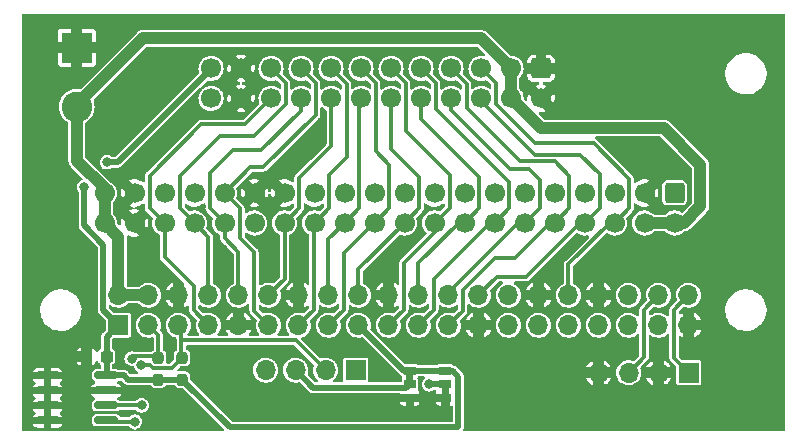
<source format=gbr>
%TF.GenerationSoftware,KiCad,Pcbnew,(6.0.7)*%
%TF.CreationDate,2022-09-08T00:59:07-04:00*%
%TF.ProjectId,Pi_Adapter,50695f41-6461-4707-9465-722e6b696361,v1*%
%TF.SameCoordinates,Original*%
%TF.FileFunction,Copper,L1,Top*%
%TF.FilePolarity,Positive*%
%FSLAX46Y46*%
G04 Gerber Fmt 4.6, Leading zero omitted, Abs format (unit mm)*
G04 Created by KiCad (PCBNEW (6.0.7)) date 2022-09-08 00:59:07*
%MOMM*%
%LPD*%
G01*
G04 APERTURE LIST*
G04 Aperture macros list*
%AMRoundRect*
0 Rectangle with rounded corners*
0 $1 Rounding radius*
0 $2 $3 $4 $5 $6 $7 $8 $9 X,Y pos of 4 corners*
0 Add a 4 corners polygon primitive as box body*
4,1,4,$2,$3,$4,$5,$6,$7,$8,$9,$2,$3,0*
0 Add four circle primitives for the rounded corners*
1,1,$1+$1,$2,$3*
1,1,$1+$1,$4,$5*
1,1,$1+$1,$6,$7*
1,1,$1+$1,$8,$9*
0 Add four rect primitives between the rounded corners*
20,1,$1+$1,$2,$3,$4,$5,0*
20,1,$1+$1,$4,$5,$6,$7,0*
20,1,$1+$1,$6,$7,$8,$9,0*
20,1,$1+$1,$8,$9,$2,$3,0*%
G04 Aperture macros list end*
%TA.AperFunction,SMDPad,CuDef*%
%ADD10R,1.000000X0.700000*%
%TD*%
%TA.AperFunction,ComponentPad*%
%ADD11R,2.600000X2.600000*%
%TD*%
%TA.AperFunction,ComponentPad*%
%ADD12C,2.600000*%
%TD*%
%TA.AperFunction,ComponentPad*%
%ADD13R,1.700000X1.700000*%
%TD*%
%TA.AperFunction,ComponentPad*%
%ADD14O,1.700000X1.700000*%
%TD*%
%TA.AperFunction,SMDPad,CuDef*%
%ADD15RoundRect,0.150000X-0.825000X-0.150000X0.825000X-0.150000X0.825000X0.150000X-0.825000X0.150000X0*%
%TD*%
%TA.AperFunction,SMDPad,CuDef*%
%ADD16RoundRect,0.237500X-0.237500X0.250000X-0.237500X-0.250000X0.237500X-0.250000X0.237500X0.250000X0*%
%TD*%
%TA.AperFunction,SMDPad,CuDef*%
%ADD17RoundRect,0.237500X0.300000X0.237500X-0.300000X0.237500X-0.300000X-0.237500X0.300000X-0.237500X0*%
%TD*%
%TA.AperFunction,ComponentPad*%
%ADD18RoundRect,0.250000X-0.600000X0.600000X-0.600000X-0.600000X0.600000X-0.600000X0.600000X0.600000X0*%
%TD*%
%TA.AperFunction,ComponentPad*%
%ADD19C,1.700000*%
%TD*%
%TA.AperFunction,ViaPad*%
%ADD20C,0.800000*%
%TD*%
%TA.AperFunction,Conductor*%
%ADD21C,0.350000*%
%TD*%
%TA.AperFunction,Conductor*%
%ADD22C,1.000000*%
%TD*%
%TA.AperFunction,Conductor*%
%ADD23C,0.500000*%
%TD*%
G04 APERTURE END LIST*
%TO.C,JP2*%
G36*
X114900000Y-71450000D02*
G01*
X114300000Y-71450000D01*
X114300000Y-70950000D01*
X114900000Y-70950000D01*
X114900000Y-71450000D01*
G37*
%TO.C,JP1*%
G36*
X111900000Y-70307000D02*
G01*
X111300000Y-70307000D01*
X111300000Y-69807000D01*
X111900000Y-69807000D01*
X111900000Y-70307000D01*
G37*
%TD*%
D10*
%TO.P,JP2,3,B*%
%TO.N,GND*%
X114600000Y-71743000D03*
%TO.P,JP2,2,C*%
%TO.N,/PIN4*%
X114600000Y-70600000D03*
%TO.P,JP2,1,A*%
%TO.N,+3V3*%
X114600000Y-69457000D03*
%TD*%
%TO.P,JP1,3,B*%
%TO.N,GND*%
X111600000Y-71743000D03*
%TO.P,JP1,2,C*%
%TO.N,/PIN3*%
X111600000Y-70600000D03*
%TO.P,JP1,1,A*%
%TO.N,+3V3*%
X111600000Y-69457000D03*
%TD*%
D11*
%TO.P,J2,1,Pin_1*%
%TO.N,GND*%
X83395000Y-42100000D03*
D12*
%TO.P,J2,2,Pin_2*%
%TO.N,+5V*%
X83395000Y-47100000D03*
%TD*%
D13*
%TO.P,J6,1,Pin_1*%
%TO.N,GPIO0*%
X135200000Y-69625000D03*
D14*
%TO.P,J6,2,Pin_2*%
%TO.N,GND*%
X132660000Y-69625000D03*
%TO.P,J6,3,Pin_3*%
%TO.N,GPIO1*%
X130120000Y-69625000D03*
%TO.P,J6,4,Pin_4*%
%TO.N,GND*%
X127580000Y-69625000D03*
%TD*%
D15*
%TO.P,U1,1,A0*%
%TO.N,GND*%
X80925000Y-69845000D03*
%TO.P,U1,2,A1*%
X80925000Y-71115000D03*
%TO.P,U1,3,A2*%
X80925000Y-72385000D03*
%TO.P,U1,4,GND*%
X80925000Y-73655000D03*
%TO.P,U1,5,SDA*%
%TO.N,I2C_SDA*%
X85875000Y-73655000D03*
%TO.P,U1,6,SCL*%
%TO.N,I2C_SCL*%
X85875000Y-72385000D03*
%TO.P,U1,7,WP*%
%TO.N,GND*%
X85875000Y-71115000D03*
%TO.P,U1,8,VCC*%
%TO.N,+3V3*%
X85875000Y-69845000D03*
%TD*%
D16*
%TO.P,R2,2*%
%TO.N,+3V3*%
X92300000Y-70200000D03*
%TO.P,R2,1*%
%TO.N,I2C_SCL*%
X92300000Y-68375000D03*
%TD*%
%TO.P,R1,1*%
%TO.N,I2C_SDA*%
X90300000Y-68387500D03*
%TO.P,R1,2*%
%TO.N,+3V3*%
X90300000Y-70212500D03*
%TD*%
D17*
%TO.P,C1,1*%
%TO.N,+3V3*%
X85912500Y-68250000D03*
%TO.P,C1,2*%
%TO.N,GND*%
X84187500Y-68250000D03*
%TD*%
D18*
%TO.P,J5,1,Pin_1*%
%TO.N,GND*%
X122700000Y-43850000D03*
D19*
%TO.P,J5,2,Pin_2*%
X122700000Y-46390000D03*
%TO.P,J5,3,Pin_3*%
%TO.N,+5V*%
X120160000Y-43850000D03*
%TO.P,J5,4,Pin_4*%
X120160000Y-46390000D03*
%TO.P,J5,5,Pin_5*%
%TO.N,OUT1*%
X117620000Y-43850000D03*
%TO.P,J5,6,Pin_6*%
%TO.N,OUT2*%
X117620000Y-46390000D03*
%TO.P,J5,7,Pin_7*%
%TO.N,OUT3*%
X115080000Y-43850000D03*
%TO.P,J5,8,Pin_8*%
%TO.N,OUT4*%
X115080000Y-46390000D03*
%TO.P,J5,9,Pin_9*%
%TO.N,OUT5*%
X112540000Y-43850000D03*
%TO.P,J5,10,Pin_10*%
%TO.N,OUT6*%
X112540000Y-46390000D03*
%TO.P,J5,11,Pin_11*%
%TO.N,OUT7*%
X110000000Y-43850000D03*
%TO.P,J5,12,Pin_12*%
%TO.N,OUT8*%
X110000000Y-46390000D03*
%TO.P,J5,13,Pin_13*%
%TO.N,OUT9*%
X107460000Y-43850000D03*
%TO.P,J5,14,Pin_14*%
%TO.N,OUT10*%
X107460000Y-46390000D03*
%TO.P,J5,15,Pin_15*%
%TO.N,OUT11*%
X104920000Y-43850000D03*
%TO.P,J5,16,Pin_16*%
%TO.N,OUT12*%
X104920000Y-46390000D03*
%TO.P,J5,17,Pin_17*%
%TO.N,OUT13*%
X102380000Y-43850000D03*
%TO.P,J5,18,Pin_18*%
%TO.N,OUT14*%
X102380000Y-46390000D03*
%TO.P,J5,19,Pin_19*%
%TO.N,OUT15*%
X99840000Y-43850000D03*
%TO.P,J5,20,Pin_20*%
%TO.N,OUT16*%
X99840000Y-46390000D03*
%TO.P,J5,21,Pin_21*%
%TO.N,GND*%
X97300000Y-43850000D03*
%TO.P,J5,22,Pin_22*%
X97300000Y-46390000D03*
%TO.P,J5,23,Pin_23*%
%TO.N,+3V3*%
X94760000Y-43850000D03*
%TO.P,J5,24,Pin_24*%
%TO.N,unconnected-(J5-Pad24)*%
X94760000Y-46390000D03*
%TD*%
D18*
%TO.P,J4,1,Pin_1*%
%TO.N,unconnected-(J4-Pad1)*%
X134000000Y-54400000D03*
D19*
%TO.P,J4,2,Pin_2*%
%TO.N,+5V*%
X134000000Y-56940000D03*
%TO.P,J4,3,Pin_3*%
%TO.N,GND*%
X131460000Y-54400000D03*
%TO.P,J4,4,Pin_4*%
%TO.N,+5V*%
X131460000Y-56940000D03*
%TO.P,J4,5,Pin_5*%
%TO.N,GND*%
X128920000Y-54400000D03*
%TO.P,J4,6,Pin_6*%
%TO.N,OUT1*%
X128920000Y-56940000D03*
%TO.P,J4,7,Pin_7*%
%TO.N,GND*%
X126380000Y-54400000D03*
%TO.P,J4,8,Pin_8*%
%TO.N,OUT2*%
X126380000Y-56940000D03*
%TO.P,J4,9,Pin_9*%
%TO.N,GND*%
X123840000Y-54400000D03*
%TO.P,J4,10,Pin_10*%
%TO.N,OUT3*%
X123840000Y-56940000D03*
%TO.P,J4,11,Pin_11*%
%TO.N,GND*%
X121300000Y-54400000D03*
%TO.P,J4,12,Pin_12*%
%TO.N,OUT4*%
X121300000Y-56940000D03*
%TO.P,J4,13,Pin_13*%
%TO.N,GND*%
X118760000Y-54400000D03*
%TO.P,J4,14,Pin_14*%
%TO.N,OUT5*%
X118760000Y-56940000D03*
%TO.P,J4,15,Pin_15*%
%TO.N,GND*%
X116220000Y-54400000D03*
%TO.P,J4,16,Pin_16*%
%TO.N,OUT6*%
X116220000Y-56940000D03*
%TO.P,J4,17,Pin_17*%
%TO.N,GND*%
X113680000Y-54400000D03*
%TO.P,J4,18,Pin_18*%
%TO.N,OUT7*%
X113680000Y-56940000D03*
%TO.P,J4,19,Pin_19*%
%TO.N,GND*%
X111140000Y-54400000D03*
%TO.P,J4,20,Pin_20*%
%TO.N,OUT8*%
X111140000Y-56940000D03*
%TO.P,J4,21,Pin_21*%
%TO.N,GND*%
X108600000Y-54400000D03*
%TO.P,J4,22,Pin_22*%
%TO.N,OUT9*%
X108600000Y-56940000D03*
%TO.P,J4,23,Pin_23*%
%TO.N,GND*%
X106060000Y-54400000D03*
%TO.P,J4,24,Pin_24*%
%TO.N,OUT10*%
X106060000Y-56940000D03*
%TO.P,J4,25,Pin_25*%
%TO.N,GND*%
X103520000Y-54400000D03*
%TO.P,J4,26,Pin_26*%
%TO.N,OUT11*%
X103520000Y-56940000D03*
%TO.P,J4,27,Pin_27*%
%TO.N,GND*%
X100980000Y-54400000D03*
%TO.P,J4,28,Pin_28*%
%TO.N,OUT12*%
X100980000Y-56940000D03*
%TO.P,J4,29,Pin_29*%
%TO.N,GND*%
X98440000Y-54400000D03*
%TO.P,J4,30,Pin_30*%
%TO.N,unconnected-(J4-Pad30)*%
X98440000Y-56940000D03*
%TO.P,J4,31,Pin_31*%
%TO.N,OUT13*%
X95900000Y-54400000D03*
%TO.P,J4,32,Pin_32*%
%TO.N,OUT14*%
X95900000Y-56940000D03*
%TO.P,J4,33,Pin_33*%
%TO.N,GND*%
X93360000Y-54400000D03*
%TO.P,J4,34,Pin_34*%
%TO.N,OUT15*%
X93360000Y-56940000D03*
%TO.P,J4,35,Pin_35*%
%TO.N,GND*%
X90820000Y-54400000D03*
%TO.P,J4,36,Pin_36*%
%TO.N,OUT16*%
X90820000Y-56940000D03*
%TO.P,J4,37,Pin_37*%
%TO.N,GND*%
X88280000Y-54400000D03*
%TO.P,J4,38,Pin_38*%
X88280000Y-56940000D03*
%TO.P,J4,39,Pin_39*%
%TO.N,+5V*%
X85740000Y-54400000D03*
%TO.P,J4,40,Pin_40*%
X85740000Y-56940000D03*
%TD*%
D14*
%TO.P,J3,4,Pin_4*%
%TO.N,/PIN4*%
X99380000Y-69400000D03*
%TO.P,J3,3,Pin_3*%
%TO.N,/PIN3*%
X101920000Y-69400000D03*
%TO.P,J3,2,Pin_2*%
%TO.N,I2C_SCL*%
X104460000Y-69400000D03*
D13*
%TO.P,J3,1,Pin_1*%
%TO.N,I2C_SDA*%
X107000000Y-69400000D03*
%TD*%
D14*
%TO.P,J1,40,GPIO21/SCLK1*%
%TO.N,GPIO0*%
X135180000Y-63050000D03*
%TO.P,J1,39,GND*%
%TO.N,GND*%
X135180000Y-65590000D03*
%TO.P,J1,38,GPIO20/MOSI1*%
%TO.N,GPIO1*%
X132640000Y-63050000D03*
%TO.P,J1,37,GPIO26*%
%TO.N,unconnected-(J1-Pad37)*%
X132640000Y-65590000D03*
%TO.P,J1,36,GPIO16*%
%TO.N,unconnected-(J1-Pad36)*%
X130100000Y-63050000D03*
%TO.P,J1,35,GPIO19/MISO1*%
%TO.N,unconnected-(J1-Pad35)*%
X130100000Y-65590000D03*
%TO.P,J1,34,GND*%
%TO.N,GND*%
X127560000Y-63050000D03*
%TO.P,J1,33,PWM1/GPIO13*%
%TO.N,unconnected-(J1-Pad33)*%
X127560000Y-65590000D03*
%TO.P,J1,32,PWM0/GPIO12*%
%TO.N,OUT1*%
X125020000Y-63050000D03*
%TO.P,J1,31,GCLK2/GPIO6*%
%TO.N,unconnected-(J1-Pad31)*%
X125020000Y-65590000D03*
%TO.P,J1,30,GND*%
%TO.N,GND*%
X122480000Y-63050000D03*
%TO.P,J1,29,GCLK1/GPIO5*%
%TO.N,unconnected-(J1-Pad29)*%
X122480000Y-65590000D03*
%TO.P,J1,28,ID_SC/GPIO1*%
%TO.N,unconnected-(J1-Pad28)*%
X119940000Y-63050000D03*
%TO.P,J1,27,ID_SD/GPIO0*%
%TO.N,unconnected-(J1-Pad27)*%
X119940000Y-65590000D03*
%TO.P,J1,26,~{CE1}/GPIO7*%
%TO.N,OUT2*%
X117400000Y-63050000D03*
%TO.P,J1,25,GND*%
%TO.N,GND*%
X117400000Y-65590000D03*
%TO.P,J1,24,~{CE0}/GPIO8*%
%TO.N,OUT4*%
X114860000Y-63050000D03*
%TO.P,J1,23,SCLK0/GPIO11*%
%TO.N,OUT3*%
X114860000Y-65590000D03*
%TO.P,J1,22,GPIO25*%
%TO.N,OUT6*%
X112320000Y-63050000D03*
%TO.P,J1,21,MISO0/GPIO9*%
%TO.N,OUT5*%
X112320000Y-65590000D03*
%TO.P,J1,20,GND*%
%TO.N,GND*%
X109780000Y-63050000D03*
%TO.P,J1,19,MOSI0/GPIO10*%
%TO.N,OUT7*%
X109780000Y-65590000D03*
%TO.P,J1,18,GPIO24*%
%TO.N,OUT8*%
X107240000Y-63050000D03*
%TO.P,J1,17,3V3*%
%TO.N,+3V3*%
X107240000Y-65590000D03*
%TO.P,J1,16,GPIO23*%
%TO.N,OUT10*%
X104700000Y-63050000D03*
%TO.P,J1,15,GPIO22*%
%TO.N,OUT9*%
X104700000Y-65590000D03*
%TO.P,J1,14,GND*%
%TO.N,GND*%
X102160000Y-63050000D03*
%TO.P,J1,13,GPIO27*%
%TO.N,OUT11*%
X102160000Y-65590000D03*
%TO.P,J1,12,GPIO18/PWM0*%
%TO.N,OUT12*%
X99620000Y-63050000D03*
%TO.P,J1,11,GPIO17*%
%TO.N,OUT13*%
X99620000Y-65590000D03*
%TO.P,J1,10,GPIO15/RXD*%
%TO.N,OUT14*%
X97080000Y-63050000D03*
%TO.P,J1,9,GND*%
%TO.N,GND*%
X97080000Y-65590000D03*
%TO.P,J1,8,GPIO14/TXD*%
%TO.N,OUT15*%
X94540000Y-63050000D03*
%TO.P,J1,7,GCLK0/GPIO4*%
%TO.N,OUT16*%
X94540000Y-65590000D03*
%TO.P,J1,6,GND*%
%TO.N,GND*%
X92000000Y-63050000D03*
%TO.P,J1,5,SCL/GPIO3*%
%TO.N,I2C_SCL*%
X92000000Y-65590000D03*
%TO.P,J1,4,5V*%
%TO.N,+5V*%
X89460000Y-63050000D03*
%TO.P,J1,3,SDA/GPIO2*%
%TO.N,I2C_SDA*%
X89460000Y-65590000D03*
%TO.P,J1,2,5V*%
%TO.N,+5V*%
X86920000Y-63050000D03*
D13*
%TO.P,J1,1,3V3*%
%TO.N,+3V3*%
X86920000Y-65590000D03*
%TD*%
D20*
%TO.N,GND*%
X104000000Y-49000000D03*
X92000000Y-49000000D03*
X91000000Y-43000000D03*
X87000000Y-46000000D03*
X86000000Y-40000000D03*
X122000000Y-40000000D03*
X129000000Y-46000000D03*
X136000000Y-47000000D03*
X129000000Y-41000000D03*
X136000000Y-41000000D03*
X142100000Y-47500000D03*
X142100000Y-40900000D03*
X142000000Y-54000000D03*
X142000000Y-58000000D03*
X111600000Y-73000000D03*
X114600000Y-73000000D03*
X117800000Y-74050000D03*
X96300000Y-72200000D03*
X90400000Y-71750000D03*
X84750000Y-67000000D03*
X82650000Y-68250000D03*
X83050000Y-73200000D03*
X83050000Y-71400000D03*
X83000000Y-69800000D03*
X81350000Y-51550000D03*
X81550000Y-59250000D03*
X95777345Y-59172655D03*
X99600000Y-59250000D03*
X102150000Y-59150000D03*
%TO.N,+3V3*%
X85950000Y-51800000D03*
X84000000Y-53900000D03*
%TO.N,I2C_SCL*%
X88885000Y-72385000D03*
X88850000Y-68995500D03*
%TO.N,I2C_SDA*%
X88300000Y-73750000D03*
X88035463Y-68416247D03*
%TO.N,GND*%
X92000000Y-73000000D03*
X107000000Y-73000000D03*
X99000000Y-73000000D03*
X122000000Y-73000000D03*
X127000000Y-73000000D03*
X132000000Y-73000000D03*
X138000000Y-73000000D03*
X142000000Y-73000000D03*
X142000000Y-68000000D03*
X80000000Y-68000000D03*
X124000000Y-68000000D03*
X118000000Y-68000000D03*
X138000000Y-68000000D03*
X97000000Y-68100000D03*
X111000000Y-67500000D03*
%TO.N,/PIN4*%
X113200000Y-70600000D03*
%TD*%
D21*
%TO.N,OUT8*%
X107240000Y-60860000D02*
X107240000Y-63050000D01*
X111140000Y-56960000D02*
X107240000Y-60860000D01*
X111140000Y-56940000D02*
X111140000Y-56960000D01*
%TO.N,OUT9*%
X108560000Y-56940000D02*
X106015000Y-59485000D01*
X106015000Y-59485000D02*
X106015000Y-64275000D01*
X106015000Y-64275000D02*
X104700000Y-65590000D01*
X108600000Y-56940000D02*
X108560000Y-56940000D01*
D22*
%TO.N,+5V*%
X86920000Y-63050000D02*
X86920000Y-58120000D01*
X85740000Y-54000000D02*
X85740000Y-54400000D01*
X88995000Y-41300000D02*
X83395000Y-46900000D01*
X117610000Y-41300000D02*
X88995000Y-41300000D01*
X120160000Y-43850000D02*
X117610000Y-41300000D01*
D21*
%TO.N,OUT16*%
X93300000Y-64350000D02*
X94540000Y-65590000D01*
X93300000Y-62300000D02*
X93300000Y-64350000D01*
X90820000Y-59820000D02*
X93300000Y-62300000D01*
X89550000Y-52950000D02*
X89550000Y-55670000D01*
X99840000Y-46390000D02*
X97630000Y-48600000D01*
%TO.N,OUT15*%
X94540000Y-58120000D02*
X93360000Y-56940000D01*
X101065000Y-45075000D02*
X99840000Y-43850000D01*
X101065000Y-46897412D02*
X101065000Y-45075000D01*
X98362412Y-49600000D02*
X101065000Y-46897412D01*
X95522888Y-49600000D02*
X98362412Y-49600000D01*
X92135000Y-55715000D02*
X92135000Y-52987888D01*
%TO.N,OUT14*%
X94675000Y-55715000D02*
X95900000Y-56940000D01*
X94675000Y-52725000D02*
X94675000Y-55715000D01*
X96600000Y-50800000D02*
X94675000Y-52725000D01*
X99000000Y-50800000D02*
X96600000Y-50800000D01*
X102380000Y-46390000D02*
X102380000Y-47420000D01*
X95900000Y-58200000D02*
X95900000Y-56940000D01*
X97080000Y-59380000D02*
X95900000Y-58200000D01*
X97080000Y-63050000D02*
X97080000Y-59380000D01*
%TO.N,OUT13*%
X103605000Y-45075000D02*
X102380000Y-43850000D01*
X103605000Y-47795000D02*
X103605000Y-45075000D01*
X95900000Y-54400000D02*
X98100000Y-52200000D01*
X97215000Y-58215000D02*
X97215000Y-55715000D01*
X98395000Y-64365000D02*
X98395000Y-59395000D01*
X99620000Y-65590000D02*
X98395000Y-64365000D01*
%TO.N,OUT12*%
X100980000Y-56940000D02*
X100980000Y-61690000D01*
%TO.N,OUT15*%
X92135000Y-52987888D02*
X95522888Y-49600000D01*
%TO.N,OUT12*%
X104920000Y-50430000D02*
X102205000Y-53145000D01*
X104920000Y-46390000D02*
X104920000Y-50430000D01*
%TO.N,OUT11*%
X103475000Y-56985000D02*
X103520000Y-56940000D01*
D22*
%TO.N,+5V*%
X83395000Y-46900000D02*
X83395000Y-51655000D01*
D21*
%TO.N,OUT11*%
X103475000Y-64275000D02*
X103475000Y-56985000D01*
X102160000Y-65590000D02*
X103475000Y-64275000D01*
%TO.N,OUT15*%
X94540000Y-63050000D02*
X94540000Y-58120000D01*
%TO.N,OUT11*%
X106235500Y-45165500D02*
X104920000Y-43850000D01*
X106235500Y-51364500D02*
X106235500Y-45165500D01*
X104745000Y-52855000D02*
X106235500Y-51364500D01*
X103520000Y-56940000D02*
X104745000Y-55715000D01*
%TO.N,OUT10*%
X104700000Y-58300000D02*
X104700000Y-63050000D01*
X106060000Y-56940000D02*
X104700000Y-58300000D01*
X107285000Y-46565000D02*
X107460000Y-46390000D01*
X107285000Y-55715000D02*
X107285000Y-46565000D01*
%TO.N,OUT9*%
X109825000Y-55715000D02*
X108600000Y-56940000D01*
X108685000Y-50885000D02*
X109825000Y-52025000D01*
X108685000Y-45075000D02*
X108685000Y-50885000D01*
%TO.N,OUT15*%
X93360000Y-56940000D02*
X92135000Y-55715000D01*
%TO.N,OUT9*%
X107460000Y-43850000D02*
X108685000Y-45075000D01*
%TO.N,OUT8*%
X110000000Y-50650000D02*
X110000000Y-46390000D01*
X112365000Y-53015000D02*
X110000000Y-50650000D01*
X111140000Y-56940000D02*
X112365000Y-55715000D01*
%TO.N,OUT7*%
X111095000Y-60327081D02*
X111095000Y-64275000D01*
X113680000Y-57742081D02*
X111095000Y-60327081D01*
X113680000Y-56940000D02*
X113680000Y-57742081D01*
X114950000Y-55670000D02*
X113680000Y-56940000D01*
X114950000Y-52900000D02*
X114950000Y-55670000D01*
X111225000Y-45075000D02*
X111225000Y-49175000D01*
%TO.N,OUT6*%
X112540000Y-48140000D02*
X112540000Y-46390000D01*
X117445000Y-53045000D02*
X112540000Y-48140000D01*
X117445000Y-55715000D02*
X117445000Y-53045000D01*
%TO.N,OUT16*%
X90820000Y-56940000D02*
X90820000Y-59820000D01*
%TO.N,OUT6*%
X116220000Y-56940000D02*
X117445000Y-55715000D01*
%TO.N,OUT11*%
X104745000Y-55715000D02*
X104745000Y-52855000D01*
%TO.N,OUT6*%
X115715000Y-56940000D02*
X116220000Y-56940000D01*
X112320000Y-60335000D02*
X115715000Y-56940000D01*
X112320000Y-63050000D02*
X112320000Y-60335000D01*
%TO.N,OUT5*%
X113635000Y-64275000D02*
X112320000Y-65590000D01*
%TO.N,OUT12*%
X102205000Y-55715000D02*
X100980000Y-56940000D01*
%TO.N,OUT5*%
X118360000Y-56940000D02*
X113635000Y-61665000D01*
X118760000Y-56940000D02*
X118360000Y-56940000D01*
X119985000Y-55715000D02*
X118760000Y-56940000D01*
%TO.N,OUT7*%
X111225000Y-49175000D02*
X114950000Y-52900000D01*
%TO.N,OUT5*%
X119985000Y-53492588D02*
X119985000Y-55715000D01*
X113765000Y-47272588D02*
X119985000Y-53492588D01*
X113765000Y-45075000D02*
X113765000Y-47272588D01*
X112540000Y-43850000D02*
X113765000Y-45075000D01*
%TO.N,OUT4*%
X114860000Y-62840000D02*
X120760000Y-56940000D01*
X114860000Y-63050000D02*
X114860000Y-62840000D01*
X122600000Y-55640000D02*
X121300000Y-56940000D01*
X122600000Y-53304224D02*
X122600000Y-55640000D01*
X121695776Y-52400000D02*
X122600000Y-53304224D01*
X120100000Y-52400000D02*
X121695776Y-52400000D01*
X115080000Y-47380000D02*
X120100000Y-52400000D01*
X115080000Y-46390000D02*
X115080000Y-47380000D01*
%TO.N,OUT3*%
X125100000Y-55680000D02*
X123840000Y-56940000D01*
X123850000Y-51700000D02*
X125100000Y-52950000D01*
X120900000Y-51700000D02*
X123850000Y-51700000D01*
%TO.N,OUT12*%
X100980000Y-61690000D02*
X99620000Y-63050000D01*
%TO.N,OUT3*%
X116395000Y-47195000D02*
X120900000Y-51700000D01*
X116395000Y-45165000D02*
X116395000Y-47195000D01*
X116085000Y-64365000D02*
X114860000Y-65590000D01*
X116085000Y-62632588D02*
X116085000Y-64365000D01*
X118817588Y-59900000D02*
X116085000Y-62632588D01*
D22*
%TO.N,+5V*%
X83395000Y-51655000D02*
X85740000Y-54000000D01*
D21*
%TO.N,OUT3*%
X120480000Y-59900000D02*
X118817588Y-59900000D01*
X123440000Y-56940000D02*
X120480000Y-59900000D01*
X123840000Y-56940000D02*
X123440000Y-56940000D01*
%TO.N,OUT13*%
X99200000Y-52200000D02*
X103605000Y-47795000D01*
%TO.N,OUT2*%
X125980000Y-56940000D02*
X126380000Y-56940000D01*
X121420000Y-61500000D02*
X125980000Y-56940000D01*
X118950000Y-61500000D02*
X121420000Y-61500000D01*
X127650000Y-52800000D02*
X127650000Y-55670000D01*
%TO.N,OUT16*%
X89550000Y-55670000D02*
X90820000Y-56940000D01*
%TO.N,OUT2*%
X117620000Y-46620000D02*
X122150499Y-51150499D01*
X117620000Y-46390000D02*
X117620000Y-46620000D01*
%TO.N,OUT1*%
X128520000Y-56940000D02*
X128920000Y-56940000D01*
X130145000Y-53195000D02*
X130145000Y-55715000D01*
%TO.N,OUT14*%
X102380000Y-47420000D02*
X99000000Y-50800000D01*
%TO.N,OUT1*%
X118845000Y-46845000D02*
X122200000Y-50200000D01*
%TO.N,OUT7*%
X111095000Y-64275000D02*
X109780000Y-65590000D01*
%TO.N,OUT1*%
X118845000Y-45075000D02*
X118845000Y-46845000D01*
X117620000Y-43850000D02*
X118845000Y-45075000D01*
D22*
%TO.N,+5V*%
X134802081Y-56940000D02*
X134000000Y-56940000D01*
X136200000Y-55542081D02*
X134802081Y-56940000D01*
X133100000Y-48900000D02*
X136200000Y-52000000D01*
X122670000Y-48900000D02*
X133100000Y-48900000D01*
X136200000Y-52000000D02*
X136200000Y-55542081D01*
D21*
%TO.N,OUT13*%
X98395000Y-59395000D02*
X97215000Y-58215000D01*
D22*
%TO.N,+5V*%
X120160000Y-46390000D02*
X122670000Y-48900000D01*
D21*
%TO.N,OUT9*%
X109825000Y-52025000D02*
X109825000Y-55715000D01*
D22*
%TO.N,+5V*%
X131460000Y-56940000D02*
X134000000Y-56940000D01*
D21*
%TO.N,OUT1*%
X130145000Y-55715000D02*
X128920000Y-56940000D01*
D22*
%TO.N,+5V*%
X85740000Y-54400000D02*
X85740000Y-56940000D01*
D21*
%TO.N,OUT1*%
X125020000Y-60440000D02*
X128520000Y-56940000D01*
%TO.N,OUT2*%
X126000499Y-51150499D02*
X127650000Y-52800000D01*
%TO.N,OUT3*%
X125100000Y-52950000D02*
X125100000Y-55680000D01*
%TO.N,OUT7*%
X110000000Y-43850000D02*
X111225000Y-45075000D01*
%TO.N,OUT4*%
X120760000Y-56940000D02*
X121300000Y-56940000D01*
D22*
%TO.N,+5V*%
X86920000Y-58120000D02*
X85740000Y-56940000D01*
D21*
%TO.N,OUT1*%
X127150000Y-50200000D02*
X130145000Y-53195000D01*
%TO.N,OUT2*%
X117400000Y-63050000D02*
X118950000Y-61500000D01*
%TO.N,OUT8*%
X112365000Y-55715000D02*
X112365000Y-53015000D01*
%TO.N,OUT1*%
X125020000Y-63050000D02*
X125020000Y-60440000D01*
%TO.N,OUT10*%
X106060000Y-56940000D02*
X107285000Y-55715000D01*
%TO.N,OUT2*%
X122150499Y-51150499D02*
X126000499Y-51150499D01*
%TO.N,OUT3*%
X115080000Y-43850000D02*
X116395000Y-45165000D01*
%TO.N,OUT16*%
X93900000Y-48600000D02*
X89550000Y-52950000D01*
%TO.N,OUT1*%
X122200000Y-50200000D02*
X127150000Y-50200000D01*
%TO.N,OUT12*%
X102205000Y-53145000D02*
X102205000Y-55715000D01*
%TO.N,OUT13*%
X97215000Y-55715000D02*
X95900000Y-54400000D01*
%TO.N,OUT2*%
X127650000Y-55670000D02*
X126380000Y-56940000D01*
%TO.N,OUT16*%
X97630000Y-48600000D02*
X93900000Y-48600000D01*
%TO.N,OUT5*%
X113635000Y-61665000D02*
X113635000Y-64275000D01*
%TO.N,OUT13*%
X98100000Y-52200000D02*
X99200000Y-52200000D01*
D23*
%TO.N,/PIN3*%
X103420000Y-70900000D02*
X101920000Y-69400000D01*
X111300000Y-70900000D02*
X103420000Y-70900000D01*
X111600000Y-70600000D02*
X111300000Y-70900000D01*
%TO.N,+3V3*%
X115700000Y-69950000D02*
X115207000Y-69457000D01*
X115700000Y-74250000D02*
X115700000Y-69950000D01*
X115207000Y-69457000D02*
X111107000Y-69457000D01*
X96350000Y-74250000D02*
X115700000Y-74250000D01*
X92300000Y-70200000D02*
X96350000Y-74250000D01*
X111107000Y-69457000D02*
X107240000Y-65590000D01*
D21*
%TO.N,GPIO1*%
X131415000Y-68330000D02*
X130120000Y-69625000D01*
X131415000Y-64275000D02*
X131415000Y-68330000D01*
X132640000Y-63050000D02*
X131415000Y-64275000D01*
%TO.N,GPIO0*%
X133955000Y-68380000D02*
X135200000Y-69625000D01*
X133955000Y-64275000D02*
X133955000Y-68380000D01*
X135180000Y-63050000D02*
X133955000Y-64275000D01*
%TO.N,I2C_SDA*%
X90300000Y-66430000D02*
X89460000Y-65590000D01*
X90300000Y-68387500D02*
X90300000Y-66430000D01*
%TO.N,I2C_SCL*%
X92250000Y-66880725D02*
X92250000Y-67450000D01*
X101940725Y-66880725D02*
X92250000Y-66880725D01*
X104460000Y-69400000D02*
X101940725Y-66880725D01*
X92250000Y-67450000D02*
X92250000Y-65840000D01*
X92250000Y-68225000D02*
X92250000Y-67450000D01*
D23*
%TO.N,+3V3*%
X87762500Y-70212500D02*
X90300000Y-70212500D01*
X87395000Y-69845000D02*
X87762500Y-70212500D01*
X85875000Y-69845000D02*
X87395000Y-69845000D01*
D21*
%TO.N,I2C_SCL*%
X89554294Y-68995500D02*
X88850000Y-68995500D01*
X91425000Y-69250000D02*
X89808794Y-69250000D01*
X92300000Y-68375000D02*
X91425000Y-69250000D01*
%TO.N,I2C_SDA*%
X88230710Y-68221000D02*
X88035463Y-68416247D01*
X90133500Y-68221000D02*
X88230710Y-68221000D01*
X90300000Y-68387500D02*
X90133500Y-68221000D01*
%TO.N,I2C_SCL*%
X89808794Y-69250000D02*
X89554294Y-68995500D01*
D23*
%TO.N,+3V3*%
X85875000Y-69845000D02*
X85912500Y-69807500D01*
X85912500Y-69807500D02*
X85912500Y-68250000D01*
X85912500Y-66597500D02*
X86920000Y-65590000D01*
X85912500Y-68250000D02*
X85912500Y-66597500D01*
X84000000Y-57150000D02*
X84000000Y-53900000D01*
X85620000Y-64290000D02*
X85620000Y-58770000D01*
X85620000Y-58770000D02*
X84000000Y-57150000D01*
X86920000Y-65590000D02*
X85620000Y-64290000D01*
X94760000Y-43890000D02*
X94760000Y-43850000D01*
X86850000Y-51800000D02*
X94760000Y-43890000D01*
X85950000Y-51800000D02*
X86850000Y-51800000D01*
D21*
%TO.N,I2C_SCL*%
X85875000Y-72385000D02*
X88885000Y-72385000D01*
%TO.N,I2C_SDA*%
X85970000Y-73750000D02*
X85875000Y-73655000D01*
X88300000Y-73750000D02*
X85970000Y-73750000D01*
D23*
%TO.N,+3V3*%
X90312500Y-70200000D02*
X90300000Y-70212500D01*
X92300000Y-70200000D02*
X90312500Y-70200000D01*
D22*
%TO.N,+5V*%
X120160000Y-46390000D02*
X120160000Y-43850000D01*
X86920000Y-63050000D02*
X89460000Y-63050000D01*
D21*
%TO.N,I2C_SCL*%
X92250000Y-65840000D02*
X92000000Y-65590000D01*
D23*
%TO.N,/PIN4*%
X114600000Y-70600000D02*
X113200000Y-70600000D01*
%TD*%
%TA.AperFunction,Conductor*%
%TO.N,GND*%
G36*
X143283621Y-39228502D02*
G01*
X143330114Y-39282158D01*
X143341500Y-39334500D01*
X143341500Y-74465500D01*
X143321498Y-74533621D01*
X143267842Y-74580114D01*
X143215500Y-74591500D01*
X116247388Y-74591500D01*
X116179267Y-74571498D01*
X116132774Y-74517842D01*
X116122670Y-74447568D01*
X116128719Y-74424822D01*
X116131118Y-74420692D01*
X116141499Y-74375905D01*
X116144109Y-74366367D01*
X116155803Y-74329389D01*
X116155804Y-74329384D01*
X116157970Y-74322535D01*
X116158500Y-74315801D01*
X116158500Y-74313332D01*
X116158542Y-74312263D01*
X116159523Y-74304957D01*
X116159384Y-74304946D01*
X116160123Y-74295557D01*
X116162250Y-74286380D01*
X116161551Y-74276498D01*
X116158815Y-74237868D01*
X116158500Y-74228969D01*
X116158500Y-70087525D01*
X126518007Y-70087525D01*
X126570428Y-70201235D01*
X126576179Y-70211196D01*
X126692346Y-70375568D01*
X126699812Y-70384310D01*
X126843991Y-70524763D01*
X126852924Y-70531997D01*
X127020279Y-70643820D01*
X127030394Y-70649312D01*
X127109354Y-70683236D01*
X127123357Y-70684927D01*
X127126000Y-70680602D01*
X127126000Y-70675759D01*
X128034000Y-70675759D01*
X128037973Y-70689290D01*
X128044669Y-70690252D01*
X128047547Y-70689275D01*
X128058062Y-70684594D01*
X128233661Y-70586253D01*
X128243154Y-70579729D01*
X128397900Y-70451029D01*
X128406029Y-70442900D01*
X128534729Y-70288154D01*
X128541253Y-70278661D01*
X128639594Y-70103062D01*
X128643090Y-70095210D01*
X128643637Y-70082064D01*
X128637606Y-70079000D01*
X128052115Y-70079000D01*
X128036876Y-70083475D01*
X128035671Y-70084865D01*
X128034000Y-70092548D01*
X128034000Y-70675759D01*
X127126000Y-70675759D01*
X127126000Y-70097115D01*
X127121525Y-70081876D01*
X127120135Y-70080671D01*
X127112452Y-70079000D01*
X126532192Y-70079000D01*
X126518661Y-70082973D01*
X126518007Y-70087525D01*
X116158500Y-70087525D01*
X116158500Y-69984692D01*
X116159373Y-69969883D01*
X116162343Y-69944788D01*
X116163450Y-69935436D01*
X116152715Y-69876656D01*
X116152065Y-69872752D01*
X116144581Y-69822972D01*
X116143181Y-69813660D01*
X116140001Y-69807037D01*
X116138680Y-69799806D01*
X116134340Y-69791452D01*
X116134339Y-69791448D01*
X116111133Y-69746776D01*
X116109364Y-69743235D01*
X116097867Y-69719293D01*
X116083500Y-69689374D01*
X116078596Y-69684068D01*
X116078431Y-69683824D01*
X116075123Y-69677456D01*
X116070737Y-69672320D01*
X116032806Y-69634389D01*
X116029376Y-69630823D01*
X115996302Y-69595043D01*
X115996300Y-69595041D01*
X115989912Y-69588131D01*
X115983469Y-69584388D01*
X115977109Y-69578692D01*
X115567209Y-69168792D01*
X126515926Y-69168792D01*
X126518322Y-69170529D01*
X126521056Y-69171000D01*
X127107885Y-69171000D01*
X127123124Y-69166525D01*
X127124329Y-69165135D01*
X127126000Y-69157452D01*
X127126000Y-69152885D01*
X128034000Y-69152885D01*
X128038475Y-69168124D01*
X128039865Y-69169329D01*
X128047548Y-69171000D01*
X128629242Y-69171000D01*
X128642773Y-69167027D01*
X128643317Y-69163241D01*
X128642956Y-69162076D01*
X128574141Y-69022534D01*
X128568131Y-69012727D01*
X128447701Y-68851451D01*
X128440011Y-68842911D01*
X128292206Y-68706280D01*
X128283081Y-68699279D01*
X128112856Y-68591875D01*
X128102609Y-68586654D01*
X128050828Y-68565996D01*
X128036785Y-68564672D01*
X128034000Y-68569510D01*
X128034000Y-69152885D01*
X127126000Y-69152885D01*
X127126000Y-68576227D01*
X127122027Y-68562696D01*
X127115944Y-68561822D01*
X127084748Y-68573331D01*
X127074370Y-68578281D01*
X126901394Y-68681191D01*
X126892085Y-68687955D01*
X126740757Y-68820665D01*
X126732847Y-68829000D01*
X126608236Y-68987069D01*
X126601968Y-68996720D01*
X126518710Y-69154967D01*
X126515926Y-69168792D01*
X115567209Y-69168792D01*
X115555741Y-69157324D01*
X115545886Y-69146235D01*
X115536444Y-69134258D01*
X115524410Y-69118993D01*
X115516665Y-69113640D01*
X115516663Y-69113638D01*
X115475239Y-69085008D01*
X115472021Y-69082708D01*
X115431546Y-69052813D01*
X115431544Y-69052812D01*
X115423969Y-69047217D01*
X115417040Y-69044784D01*
X115410991Y-69040603D01*
X115353955Y-69022565D01*
X115350309Y-69021349D01*
X115315783Y-69009224D01*
X115267355Y-68974407D01*
X115265990Y-68975772D01*
X115257211Y-68966993D01*
X115250320Y-68956680D01*
X115181353Y-68910597D01*
X115169184Y-68908176D01*
X115169183Y-68908176D01*
X115126605Y-68899707D01*
X115120537Y-68898500D01*
X114600085Y-68898500D01*
X114079464Y-68898501D01*
X114018647Y-68910597D01*
X114008330Y-68917490D01*
X114008329Y-68917491D01*
X113968758Y-68943932D01*
X113949680Y-68956680D01*
X113945367Y-68963135D01*
X113885879Y-68995620D01*
X113859093Y-68998500D01*
X112340907Y-68998500D01*
X112272786Y-68978498D01*
X112255696Y-68964725D01*
X112250320Y-68956680D01*
X112181353Y-68910597D01*
X112169184Y-68908176D01*
X112169183Y-68908176D01*
X112126605Y-68899707D01*
X112120537Y-68898500D01*
X112022649Y-68898500D01*
X111249108Y-68898501D01*
X111180987Y-68878499D01*
X111160013Y-68861596D01*
X108293993Y-65995576D01*
X108259967Y-65933264D01*
X108263529Y-65866711D01*
X108275244Y-65831494D01*
X108275245Y-65831490D01*
X108277190Y-65825644D01*
X108303207Y-65619698D01*
X108303622Y-65590000D01*
X108286435Y-65414714D01*
X108283966Y-65389534D01*
X108283965Y-65389531D01*
X108283365Y-65383408D01*
X108223368Y-65184685D01*
X108209423Y-65158458D01*
X108128809Y-65006847D01*
X108128808Y-65006845D01*
X108125913Y-65001401D01*
X108059735Y-64920258D01*
X107998610Y-64845311D01*
X107998607Y-64845308D01*
X107994715Y-64840536D01*
X107987770Y-64834790D01*
X107839518Y-64712145D01*
X107839519Y-64712145D01*
X107834770Y-64708217D01*
X107829353Y-64705288D01*
X107829350Y-64705286D01*
X107657590Y-64612416D01*
X107657585Y-64612414D01*
X107652170Y-64609486D01*
X107453871Y-64548102D01*
X107447746Y-64547458D01*
X107447745Y-64547458D01*
X107253554Y-64527048D01*
X107253552Y-64527048D01*
X107247425Y-64526404D01*
X107178168Y-64532707D01*
X107046836Y-64544659D01*
X107046833Y-64544660D01*
X107040697Y-64545218D01*
X107034791Y-64546956D01*
X107034787Y-64546957D01*
X106916371Y-64581809D01*
X106841560Y-64603827D01*
X106657600Y-64699999D01*
X106495823Y-64830071D01*
X106491865Y-64834788D01*
X106491863Y-64834790D01*
X106487042Y-64840536D01*
X106362391Y-64989089D01*
X106359427Y-64994481D01*
X106359424Y-64994485D01*
X106282544Y-65134329D01*
X106262387Y-65170995D01*
X106199621Y-65368861D01*
X106198935Y-65374978D01*
X106198934Y-65374982D01*
X106194095Y-65418122D01*
X106176482Y-65575150D01*
X106176998Y-65581294D01*
X106190250Y-65739105D01*
X106193852Y-65782004D01*
X106251069Y-65981545D01*
X106253887Y-65987027D01*
X106253888Y-65987031D01*
X106308514Y-66093321D01*
X106345955Y-66166173D01*
X106349786Y-66171007D01*
X106349787Y-66171008D01*
X106374443Y-66202116D01*
X106474894Y-66328854D01*
X106479581Y-66332843D01*
X106479584Y-66332846D01*
X106628284Y-66459399D01*
X106632976Y-66463392D01*
X106814180Y-66564664D01*
X107011603Y-66628810D01*
X107217725Y-66653389D01*
X107223860Y-66652917D01*
X107223862Y-66652917D01*
X107418554Y-66637936D01*
X107418558Y-66637935D01*
X107424696Y-66637463D01*
X107521345Y-66610478D01*
X107592335Y-66611424D01*
X107644324Y-66642741D01*
X110758259Y-69756676D01*
X110768114Y-69767765D01*
X110789590Y-69795007D01*
X110797335Y-69800360D01*
X110797337Y-69800362D01*
X110838761Y-69828992D01*
X110841979Y-69831292D01*
X110872323Y-69853704D01*
X110900853Y-69890186D01*
X110903597Y-69888353D01*
X110949680Y-69957320D01*
X110946229Y-69959626D01*
X110969213Y-70001717D01*
X110964148Y-70072532D01*
X110947596Y-70098287D01*
X110949680Y-70099680D01*
X110916408Y-70149475D01*
X110903597Y-70168647D01*
X110901176Y-70180816D01*
X110901176Y-70180817D01*
X110894589Y-70213934D01*
X110891500Y-70229463D01*
X110891500Y-70315500D01*
X110871498Y-70383621D01*
X110817842Y-70430114D01*
X110765500Y-70441500D01*
X108178025Y-70441500D01*
X108109904Y-70421498D01*
X108063411Y-70367842D01*
X108054446Y-70290920D01*
X108057293Y-70276608D01*
X108057294Y-70276602D01*
X108058500Y-70270537D01*
X108058499Y-68529464D01*
X108046403Y-68468647D01*
X108032967Y-68448538D01*
X108007211Y-68409993D01*
X108000320Y-68399680D01*
X107931353Y-68353597D01*
X107919184Y-68351176D01*
X107919183Y-68351176D01*
X107876605Y-68342707D01*
X107870537Y-68341500D01*
X107000141Y-68341500D01*
X106129464Y-68341501D01*
X106068647Y-68353597D01*
X106058330Y-68360490D01*
X106058329Y-68360491D01*
X106019834Y-68386213D01*
X105999680Y-68399680D01*
X105953597Y-68468647D01*
X105951176Y-68480816D01*
X105951176Y-68480817D01*
X105946191Y-68505880D01*
X105941500Y-68529463D01*
X105941501Y-70270536D01*
X105945555Y-70290920D01*
X105945556Y-70290923D01*
X105939225Y-70361637D01*
X105895669Y-70417703D01*
X105821976Y-70441500D01*
X105212234Y-70441500D01*
X105144113Y-70421498D01*
X105097620Y-70367842D01*
X105087516Y-70297568D01*
X105117010Y-70232988D01*
X105134661Y-70216211D01*
X105137576Y-70213934D01*
X105179960Y-70180820D01*
X105188634Y-70174043D01*
X105188635Y-70174042D01*
X105193495Y-70170245D01*
X105329133Y-70013106D01*
X105342738Y-69989158D01*
X105373256Y-69935436D01*
X105431667Y-69832614D01*
X105497190Y-69635644D01*
X105523207Y-69429698D01*
X105523474Y-69410584D01*
X105523573Y-69403522D01*
X105523573Y-69403518D01*
X105523622Y-69400000D01*
X105508968Y-69250548D01*
X105503966Y-69199534D01*
X105503965Y-69199531D01*
X105503365Y-69193408D01*
X105454275Y-69030812D01*
X105445152Y-69000593D01*
X105445151Y-69000590D01*
X105443368Y-68994685D01*
X105439926Y-68988211D01*
X105348809Y-68816847D01*
X105348808Y-68816845D01*
X105345913Y-68811401D01*
X105267086Y-68714749D01*
X105218610Y-68655311D01*
X105218607Y-68655308D01*
X105214715Y-68650536D01*
X105207770Y-68644790D01*
X105059518Y-68522145D01*
X105059519Y-68522145D01*
X105054770Y-68518217D01*
X105049353Y-68515288D01*
X105049350Y-68515286D01*
X104877590Y-68422416D01*
X104877585Y-68422414D01*
X104872170Y-68419486D01*
X104673871Y-68358102D01*
X104667746Y-68357458D01*
X104667745Y-68357458D01*
X104473554Y-68337048D01*
X104473552Y-68337048D01*
X104467425Y-68336404D01*
X104398168Y-68342707D01*
X104266836Y-68354659D01*
X104266833Y-68354660D01*
X104260697Y-68355218D01*
X104254791Y-68356956D01*
X104254787Y-68356957D01*
X104141831Y-68390202D01*
X104098888Y-68402841D01*
X104098266Y-68403024D01*
X104027269Y-68403069D01*
X103973596Y-68371245D01*
X102415175Y-66812824D01*
X102381149Y-66750512D01*
X102386214Y-66679697D01*
X102428761Y-66622861D01*
X102470386Y-66602371D01*
X102538690Y-66583300D01*
X102538699Y-66583297D01*
X102544632Y-66581640D01*
X102587589Y-66559941D01*
X102724416Y-66490825D01*
X102724418Y-66490824D01*
X102729917Y-66488046D01*
X102893495Y-66360245D01*
X103029133Y-66203106D01*
X103131667Y-66022614D01*
X103197190Y-65825644D01*
X103223207Y-65619698D01*
X103223622Y-65590000D01*
X103206435Y-65414714D01*
X103203966Y-65389534D01*
X103203965Y-65389531D01*
X103203365Y-65383408D01*
X103177528Y-65297829D01*
X103156884Y-65229452D01*
X103156343Y-65158458D01*
X103188411Y-65103940D01*
X103707742Y-64584609D01*
X103727019Y-64569040D01*
X103727920Y-64568220D01*
X103736669Y-64562571D01*
X103744761Y-64552307D01*
X103757731Y-64535854D01*
X103761739Y-64531344D01*
X103761670Y-64531286D01*
X103765026Y-64527325D01*
X103768705Y-64523646D01*
X103780059Y-64507757D01*
X103783627Y-64503004D01*
X103815711Y-64462307D01*
X103818776Y-64453578D01*
X103824156Y-64446050D01*
X103834193Y-64412488D01*
X103839005Y-64396399D01*
X103840839Y-64390755D01*
X103855386Y-64349329D01*
X103855387Y-64349326D01*
X103858013Y-64341847D01*
X103858500Y-64336224D01*
X103858500Y-64333514D01*
X103858616Y-64330821D01*
X103858628Y-64330782D01*
X103858810Y-64330790D01*
X103858859Y-64330009D01*
X103860737Y-64323730D01*
X103858597Y-64269259D01*
X103858500Y-64264313D01*
X103858500Y-63996526D01*
X103878502Y-63928405D01*
X103932158Y-63881912D01*
X104002432Y-63871808D01*
X104066163Y-63900573D01*
X104092976Y-63923392D01*
X104274180Y-64024664D01*
X104471603Y-64088810D01*
X104677725Y-64113389D01*
X104683860Y-64112917D01*
X104683862Y-64112917D01*
X104878555Y-64097936D01*
X104878560Y-64097935D01*
X104884696Y-64097463D01*
X104890626Y-64095807D01*
X104890628Y-64095807D01*
X105062236Y-64047893D01*
X105084632Y-64041640D01*
X105090132Y-64038862D01*
X105264416Y-63950825D01*
X105264418Y-63950824D01*
X105269917Y-63948046D01*
X105427928Y-63824595D01*
X105493921Y-63798417D01*
X105563592Y-63812075D01*
X105614819Y-63861231D01*
X105631500Y-63923884D01*
X105631500Y-64063959D01*
X105611498Y-64132080D01*
X105594595Y-64153055D01*
X105185764Y-64561885D01*
X105123452Y-64595910D01*
X105059410Y-64593154D01*
X105043729Y-64588300D01*
X104913871Y-64548102D01*
X104907746Y-64547458D01*
X104907745Y-64547458D01*
X104713554Y-64527048D01*
X104713552Y-64527048D01*
X104707425Y-64526404D01*
X104638168Y-64532707D01*
X104506836Y-64544659D01*
X104506833Y-64544660D01*
X104500697Y-64545218D01*
X104494791Y-64546956D01*
X104494787Y-64546957D01*
X104376371Y-64581809D01*
X104301560Y-64603827D01*
X104117600Y-64699999D01*
X103955823Y-64830071D01*
X103951865Y-64834788D01*
X103951863Y-64834790D01*
X103947042Y-64840536D01*
X103822391Y-64989089D01*
X103819427Y-64994481D01*
X103819424Y-64994485D01*
X103742544Y-65134329D01*
X103722387Y-65170995D01*
X103659621Y-65368861D01*
X103658935Y-65374978D01*
X103658934Y-65374982D01*
X103654095Y-65418122D01*
X103636482Y-65575150D01*
X103636998Y-65581294D01*
X103650250Y-65739105D01*
X103653852Y-65782004D01*
X103711069Y-65981545D01*
X103713887Y-65987027D01*
X103713888Y-65987031D01*
X103768514Y-66093321D01*
X103805955Y-66166173D01*
X103809786Y-66171007D01*
X103809787Y-66171008D01*
X103834443Y-66202116D01*
X103934894Y-66328854D01*
X103939581Y-66332843D01*
X103939584Y-66332846D01*
X104088284Y-66459399D01*
X104092976Y-66463392D01*
X104274180Y-66564664D01*
X104471603Y-66628810D01*
X104677725Y-66653389D01*
X104683860Y-66652917D01*
X104683862Y-66652917D01*
X104878555Y-66637936D01*
X104878560Y-66637935D01*
X104884696Y-66637463D01*
X104890626Y-66635807D01*
X104890628Y-66635807D01*
X104996614Y-66606215D01*
X105084632Y-66581640D01*
X105127589Y-66559941D01*
X105264416Y-66490825D01*
X105264418Y-66490824D01*
X105269917Y-66488046D01*
X105433495Y-66360245D01*
X105569133Y-66203106D01*
X105671667Y-66022614D01*
X105737190Y-65825644D01*
X105763207Y-65619698D01*
X105763622Y-65590000D01*
X105746435Y-65414714D01*
X105743966Y-65389534D01*
X105743965Y-65389531D01*
X105743365Y-65383408D01*
X105717528Y-65297829D01*
X105696884Y-65229452D01*
X105696343Y-65158458D01*
X105728411Y-65103940D01*
X106247742Y-64584609D01*
X106267019Y-64569040D01*
X106267920Y-64568220D01*
X106276669Y-64562571D01*
X106284761Y-64552307D01*
X106297731Y-64535854D01*
X106301739Y-64531344D01*
X106301670Y-64531286D01*
X106305026Y-64527325D01*
X106308705Y-64523646D01*
X106320059Y-64507757D01*
X106323627Y-64503004D01*
X106355711Y-64462307D01*
X106358776Y-64453578D01*
X106364156Y-64446050D01*
X106374193Y-64412488D01*
X106379005Y-64396399D01*
X106380839Y-64390755D01*
X106395386Y-64349329D01*
X106395387Y-64349326D01*
X106398013Y-64341847D01*
X106398500Y-64336224D01*
X106398500Y-64333514D01*
X106398616Y-64330821D01*
X106398628Y-64330782D01*
X106398810Y-64330790D01*
X106398859Y-64330009D01*
X106400737Y-64323730D01*
X106398597Y-64269259D01*
X106398500Y-64264313D01*
X106398500Y-63996526D01*
X106418502Y-63928405D01*
X106472158Y-63881912D01*
X106542432Y-63871808D01*
X106606163Y-63900573D01*
X106632976Y-63923392D01*
X106814180Y-64024664D01*
X107011603Y-64088810D01*
X107217725Y-64113389D01*
X107223860Y-64112917D01*
X107223862Y-64112917D01*
X107418555Y-64097936D01*
X107418560Y-64097935D01*
X107424696Y-64097463D01*
X107430626Y-64095807D01*
X107430628Y-64095807D01*
X107602236Y-64047893D01*
X107624632Y-64041640D01*
X107630132Y-64038862D01*
X107804416Y-63950825D01*
X107804418Y-63950824D01*
X107809917Y-63948046D01*
X107973495Y-63820245D01*
X108109133Y-63663106D01*
X108112683Y-63656858D01*
X108171515Y-63553294D01*
X108194675Y-63512525D01*
X108718007Y-63512525D01*
X108770428Y-63626235D01*
X108776179Y-63636196D01*
X108892346Y-63800568D01*
X108899812Y-63809310D01*
X109043991Y-63949763D01*
X109052924Y-63956997D01*
X109220279Y-64068820D01*
X109230394Y-64074312D01*
X109309354Y-64108236D01*
X109323357Y-64109927D01*
X109326000Y-64105602D01*
X109326000Y-63522115D01*
X109321525Y-63506876D01*
X109320135Y-63505671D01*
X109312452Y-63504000D01*
X108732192Y-63504000D01*
X108718661Y-63507973D01*
X108718007Y-63512525D01*
X108194675Y-63512525D01*
X108211667Y-63482614D01*
X108277190Y-63285644D01*
X108303207Y-63079698D01*
X108303622Y-63050000D01*
X108284756Y-62857593D01*
X108283966Y-62849534D01*
X108283965Y-62849531D01*
X108283365Y-62843408D01*
X108223368Y-62644685D01*
X108217149Y-62632988D01*
X108196308Y-62593792D01*
X108715926Y-62593792D01*
X108718322Y-62595529D01*
X108721056Y-62596000D01*
X109307885Y-62596000D01*
X109323124Y-62591525D01*
X109324329Y-62590135D01*
X109326000Y-62582452D01*
X109326000Y-62001227D01*
X109322027Y-61987696D01*
X109315944Y-61986822D01*
X109284748Y-61998331D01*
X109274370Y-62003281D01*
X109101394Y-62106191D01*
X109092085Y-62112955D01*
X108940757Y-62245665D01*
X108932847Y-62254000D01*
X108808236Y-62412069D01*
X108801968Y-62421720D01*
X108718710Y-62579967D01*
X108715926Y-62593792D01*
X108196308Y-62593792D01*
X108128809Y-62466847D01*
X108128808Y-62466845D01*
X108125913Y-62461401D01*
X108077083Y-62401529D01*
X107998610Y-62305311D01*
X107998607Y-62305308D01*
X107994715Y-62300536D01*
X107989826Y-62296491D01*
X107839518Y-62172145D01*
X107839519Y-62172145D01*
X107834770Y-62168217D01*
X107829353Y-62165288D01*
X107829350Y-62165286D01*
X107689572Y-62089709D01*
X107639163Y-62039714D01*
X107623500Y-61978873D01*
X107623500Y-61071041D01*
X107643502Y-61002920D01*
X107660405Y-60981946D01*
X110669777Y-57972574D01*
X110732089Y-57938548D01*
X110797808Y-57941836D01*
X110816776Y-57947999D01*
X110911603Y-57978810D01*
X111117725Y-58003389D01*
X111123860Y-58002917D01*
X111123862Y-58002917D01*
X111318555Y-57987936D01*
X111318560Y-57987935D01*
X111324696Y-57987463D01*
X111330626Y-57985807D01*
X111330628Y-57985807D01*
X111464479Y-57948435D01*
X111524632Y-57931640D01*
X111530132Y-57928862D01*
X111704416Y-57840825D01*
X111704419Y-57840823D01*
X111709917Y-57838046D01*
X111873495Y-57710245D01*
X112009133Y-57553106D01*
X112111667Y-57372614D01*
X112177190Y-57175644D01*
X112203207Y-56969698D01*
X112203622Y-56940000D01*
X112193661Y-56838416D01*
X112183966Y-56739534D01*
X112183965Y-56739531D01*
X112183365Y-56733408D01*
X112136884Y-56579452D01*
X112136343Y-56508458D01*
X112168411Y-56453940D01*
X112597742Y-56024609D01*
X112617019Y-56009040D01*
X112617920Y-56008220D01*
X112626669Y-56002571D01*
X112636888Y-55989609D01*
X112647731Y-55975854D01*
X112651739Y-55971344D01*
X112651670Y-55971286D01*
X112655026Y-55967325D01*
X112658705Y-55963646D01*
X112670059Y-55947757D01*
X112673627Y-55943004D01*
X112675896Y-55940126D01*
X112705711Y-55902307D01*
X112708776Y-55893578D01*
X112714156Y-55886050D01*
X112717805Y-55873851D01*
X112724595Y-55851144D01*
X112729015Y-55836366D01*
X112730837Y-55830759D01*
X112748013Y-55781847D01*
X112748500Y-55776224D01*
X112748500Y-55773513D01*
X112748616Y-55770825D01*
X112748629Y-55770782D01*
X112748811Y-55770790D01*
X112748860Y-55770009D01*
X112750738Y-55763730D01*
X112748597Y-55709244D01*
X112748500Y-55704298D01*
X112748500Y-55405621D01*
X112768502Y-55337500D01*
X112822158Y-55291007D01*
X112892432Y-55280903D01*
X112947382Y-55304902D01*
X112948125Y-55303790D01*
X113120279Y-55418820D01*
X113130389Y-55424310D01*
X113315318Y-55503762D01*
X113326261Y-55507317D01*
X113522567Y-55551737D01*
X113533975Y-55553239D01*
X113735096Y-55561140D01*
X113746580Y-55560538D01*
X113945774Y-55531657D01*
X113956957Y-55528972D01*
X114147547Y-55464276D01*
X114158062Y-55459594D01*
X114333661Y-55361253D01*
X114343154Y-55354729D01*
X114359931Y-55340776D01*
X114425095Y-55312595D01*
X114495150Y-55324119D01*
X114547854Y-55371687D01*
X114566500Y-55437650D01*
X114566500Y-55458959D01*
X114546498Y-55527080D01*
X114529595Y-55548054D01*
X114165765Y-55911884D01*
X114103453Y-55945910D01*
X114039411Y-55943154D01*
X113938393Y-55911884D01*
X113893871Y-55898102D01*
X113887746Y-55897458D01*
X113887745Y-55897458D01*
X113693554Y-55877048D01*
X113693552Y-55877048D01*
X113687425Y-55876404D01*
X113601515Y-55884223D01*
X113486836Y-55894659D01*
X113486833Y-55894660D01*
X113480697Y-55895218D01*
X113474791Y-55896956D01*
X113474787Y-55896957D01*
X113345447Y-55935024D01*
X113281560Y-55953827D01*
X113097600Y-56049999D01*
X113092800Y-56053859D01*
X113092799Y-56053859D01*
X113073940Y-56069022D01*
X112935823Y-56180071D01*
X112931865Y-56184788D01*
X112931863Y-56184790D01*
X112897437Y-56225818D01*
X112802391Y-56339089D01*
X112799427Y-56344481D01*
X112799424Y-56344485D01*
X112795622Y-56351401D01*
X112702387Y-56520995D01*
X112639621Y-56718861D01*
X112638935Y-56724978D01*
X112638934Y-56724982D01*
X112618874Y-56903821D01*
X112616482Y-56925150D01*
X112616998Y-56931293D01*
X112616998Y-56931294D01*
X112631771Y-57107218D01*
X112633852Y-57132004D01*
X112691069Y-57331545D01*
X112693887Y-57337027D01*
X112693888Y-57337031D01*
X112760878Y-57467378D01*
X112785955Y-57516173D01*
X112789786Y-57521007D01*
X112789787Y-57521008D01*
X112815228Y-57553106D01*
X112914894Y-57678854D01*
X112919581Y-57682843D01*
X112919584Y-57682846D01*
X112965406Y-57721843D01*
X113004319Y-57781226D01*
X113004950Y-57852220D01*
X112972838Y-57906892D01*
X110862258Y-60017472D01*
X110842981Y-60033041D01*
X110842080Y-60033861D01*
X110833331Y-60039510D01*
X110826884Y-60047688D01*
X110826883Y-60047689D01*
X110812269Y-60066227D01*
X110808261Y-60070737D01*
X110808330Y-60070795D01*
X110804974Y-60074756D01*
X110801295Y-60078435D01*
X110798272Y-60082666D01*
X110789941Y-60094324D01*
X110786382Y-60099065D01*
X110754289Y-60139774D01*
X110751224Y-60148503D01*
X110745844Y-60156031D01*
X110742861Y-60166006D01*
X110730995Y-60205682D01*
X110729161Y-60211326D01*
X110717849Y-60243540D01*
X110711987Y-60260234D01*
X110711500Y-60265857D01*
X110711500Y-60268567D01*
X110711384Y-60271260D01*
X110711372Y-60271299D01*
X110711190Y-60271291D01*
X110711141Y-60272072D01*
X110709263Y-60278351D01*
X110709672Y-60288756D01*
X110711403Y-60332822D01*
X110711500Y-60337768D01*
X110711500Y-62045933D01*
X110691498Y-62114054D01*
X110637842Y-62160547D01*
X110567568Y-62170651D01*
X110499972Y-62138459D01*
X110492206Y-62131280D01*
X110483081Y-62124279D01*
X110312856Y-62016875D01*
X110302609Y-62011654D01*
X110250828Y-61990996D01*
X110236785Y-61989672D01*
X110234000Y-61994510D01*
X110234000Y-64100759D01*
X110237973Y-64114290D01*
X110244669Y-64115252D01*
X110247547Y-64114275D01*
X110258062Y-64109594D01*
X110433661Y-64011253D01*
X110443154Y-64004729D01*
X110504931Y-63953350D01*
X110570095Y-63925169D01*
X110640150Y-63936693D01*
X110692854Y-63984261D01*
X110711500Y-64050224D01*
X110711500Y-64063959D01*
X110691498Y-64132080D01*
X110674595Y-64153055D01*
X110265764Y-64561885D01*
X110203452Y-64595910D01*
X110139410Y-64593154D01*
X110123729Y-64588300D01*
X109993871Y-64548102D01*
X109987746Y-64547458D01*
X109987745Y-64547458D01*
X109793554Y-64527048D01*
X109793552Y-64527048D01*
X109787425Y-64526404D01*
X109718168Y-64532707D01*
X109586836Y-64544659D01*
X109586833Y-64544660D01*
X109580697Y-64545218D01*
X109574791Y-64546956D01*
X109574787Y-64546957D01*
X109456371Y-64581809D01*
X109381560Y-64603827D01*
X109197600Y-64699999D01*
X109035823Y-64830071D01*
X109031865Y-64834788D01*
X109031863Y-64834790D01*
X109027042Y-64840536D01*
X108902391Y-64989089D01*
X108899427Y-64994481D01*
X108899424Y-64994485D01*
X108822544Y-65134329D01*
X108802387Y-65170995D01*
X108739621Y-65368861D01*
X108738935Y-65374978D01*
X108738934Y-65374982D01*
X108734095Y-65418122D01*
X108716482Y-65575150D01*
X108716998Y-65581294D01*
X108730250Y-65739105D01*
X108733852Y-65782004D01*
X108791069Y-65981545D01*
X108793887Y-65987027D01*
X108793888Y-65987031D01*
X108848514Y-66093321D01*
X108885955Y-66166173D01*
X108889786Y-66171007D01*
X108889787Y-66171008D01*
X108914443Y-66202116D01*
X109014894Y-66328854D01*
X109019581Y-66332843D01*
X109019584Y-66332846D01*
X109168284Y-66459399D01*
X109172976Y-66463392D01*
X109354180Y-66564664D01*
X109551603Y-66628810D01*
X109757725Y-66653389D01*
X109763860Y-66652917D01*
X109763862Y-66652917D01*
X109958555Y-66637936D01*
X109958560Y-66637935D01*
X109964696Y-66637463D01*
X109970626Y-66635807D01*
X109970628Y-66635807D01*
X110076614Y-66606215D01*
X110164632Y-66581640D01*
X110207589Y-66559941D01*
X110344416Y-66490825D01*
X110344418Y-66490824D01*
X110349917Y-66488046D01*
X110513495Y-66360245D01*
X110649133Y-66203106D01*
X110751667Y-66022614D01*
X110817190Y-65825644D01*
X110843207Y-65619698D01*
X110843622Y-65590000D01*
X110826435Y-65414714D01*
X110823966Y-65389534D01*
X110823965Y-65389531D01*
X110823365Y-65383408D01*
X110797528Y-65297829D01*
X110776884Y-65229452D01*
X110776343Y-65158458D01*
X110808411Y-65103940D01*
X111327742Y-64584609D01*
X111347019Y-64569040D01*
X111347920Y-64568220D01*
X111356669Y-64562571D01*
X111364761Y-64552307D01*
X111377731Y-64535854D01*
X111381739Y-64531344D01*
X111381670Y-64531286D01*
X111385026Y-64527325D01*
X111388705Y-64523646D01*
X111400059Y-64507757D01*
X111403627Y-64503004D01*
X111435711Y-64462307D01*
X111438776Y-64453578D01*
X111444156Y-64446050D01*
X111454193Y-64412488D01*
X111459005Y-64396399D01*
X111460839Y-64390755D01*
X111475386Y-64349329D01*
X111475387Y-64349326D01*
X111478013Y-64341847D01*
X111478500Y-64336224D01*
X111478500Y-64333514D01*
X111478616Y-64330821D01*
X111478628Y-64330782D01*
X111478810Y-64330790D01*
X111478859Y-64330009D01*
X111480737Y-64323730D01*
X111478597Y-64269259D01*
X111478500Y-64264313D01*
X111478500Y-63996526D01*
X111498502Y-63928405D01*
X111552158Y-63881912D01*
X111622432Y-63871808D01*
X111686163Y-63900573D01*
X111712976Y-63923392D01*
X111894180Y-64024664D01*
X112091603Y-64088810D01*
X112297725Y-64113389D01*
X112303860Y-64112917D01*
X112303862Y-64112917D01*
X112498555Y-64097936D01*
X112498560Y-64097935D01*
X112504696Y-64097463D01*
X112510626Y-64095807D01*
X112510628Y-64095807D01*
X112682236Y-64047893D01*
X112704632Y-64041640D01*
X112710132Y-64038862D01*
X112884416Y-63950825D01*
X112884418Y-63950824D01*
X112889917Y-63948046D01*
X113047928Y-63824595D01*
X113113921Y-63798417D01*
X113183592Y-63812075D01*
X113234819Y-63861231D01*
X113251500Y-63923884D01*
X113251500Y-64063959D01*
X113231498Y-64132080D01*
X113214595Y-64153055D01*
X112805764Y-64561885D01*
X112743452Y-64595910D01*
X112679410Y-64593154D01*
X112663729Y-64588300D01*
X112533871Y-64548102D01*
X112527746Y-64547458D01*
X112527745Y-64547458D01*
X112333554Y-64527048D01*
X112333552Y-64527048D01*
X112327425Y-64526404D01*
X112258168Y-64532707D01*
X112126836Y-64544659D01*
X112126833Y-64544660D01*
X112120697Y-64545218D01*
X112114791Y-64546956D01*
X112114787Y-64546957D01*
X111996371Y-64581809D01*
X111921560Y-64603827D01*
X111737600Y-64699999D01*
X111575823Y-64830071D01*
X111571865Y-64834788D01*
X111571863Y-64834790D01*
X111567042Y-64840536D01*
X111442391Y-64989089D01*
X111439427Y-64994481D01*
X111439424Y-64994485D01*
X111362544Y-65134329D01*
X111342387Y-65170995D01*
X111279621Y-65368861D01*
X111278935Y-65374978D01*
X111278934Y-65374982D01*
X111274095Y-65418122D01*
X111256482Y-65575150D01*
X111256998Y-65581294D01*
X111270250Y-65739105D01*
X111273852Y-65782004D01*
X111331069Y-65981545D01*
X111333887Y-65987027D01*
X111333888Y-65987031D01*
X111388514Y-66093321D01*
X111425955Y-66166173D01*
X111429786Y-66171007D01*
X111429787Y-66171008D01*
X111454443Y-66202116D01*
X111554894Y-66328854D01*
X111559581Y-66332843D01*
X111559584Y-66332846D01*
X111708284Y-66459399D01*
X111712976Y-66463392D01*
X111894180Y-66564664D01*
X112091603Y-66628810D01*
X112297725Y-66653389D01*
X112303860Y-66652917D01*
X112303862Y-66652917D01*
X112498555Y-66637936D01*
X112498560Y-66637935D01*
X112504696Y-66637463D01*
X112510626Y-66635807D01*
X112510628Y-66635807D01*
X112616614Y-66606215D01*
X112704632Y-66581640D01*
X112747589Y-66559941D01*
X112884416Y-66490825D01*
X112884418Y-66490824D01*
X112889917Y-66488046D01*
X113053495Y-66360245D01*
X113189133Y-66203106D01*
X113291667Y-66022614D01*
X113357190Y-65825644D01*
X113383207Y-65619698D01*
X113383622Y-65590000D01*
X113366435Y-65414714D01*
X113363966Y-65389534D01*
X113363965Y-65389531D01*
X113363365Y-65383408D01*
X113337528Y-65297829D01*
X113316884Y-65229452D01*
X113316343Y-65158458D01*
X113348411Y-65103940D01*
X113867742Y-64584609D01*
X113887019Y-64569040D01*
X113887920Y-64568220D01*
X113896669Y-64562571D01*
X113904761Y-64552307D01*
X113917731Y-64535854D01*
X113921739Y-64531344D01*
X113921670Y-64531286D01*
X113925026Y-64527325D01*
X113928705Y-64523646D01*
X113940059Y-64507757D01*
X113943627Y-64503004D01*
X113975711Y-64462307D01*
X113978776Y-64453578D01*
X113984156Y-64446050D01*
X113994193Y-64412488D01*
X113999005Y-64396399D01*
X114000839Y-64390755D01*
X114015386Y-64349329D01*
X114015387Y-64349326D01*
X114018013Y-64341847D01*
X114018500Y-64336224D01*
X114018500Y-64333514D01*
X114018616Y-64330821D01*
X114018628Y-64330782D01*
X114018810Y-64330790D01*
X114018859Y-64330009D01*
X114020737Y-64323730D01*
X114018597Y-64269259D01*
X114018500Y-64264313D01*
X114018500Y-63996526D01*
X114038502Y-63928405D01*
X114092158Y-63881912D01*
X114162432Y-63871808D01*
X114226163Y-63900573D01*
X114252976Y-63923392D01*
X114434180Y-64024664D01*
X114631603Y-64088810D01*
X114837725Y-64113389D01*
X114843860Y-64112917D01*
X114843862Y-64112917D01*
X115038555Y-64097936D01*
X115038560Y-64097935D01*
X115044696Y-64097463D01*
X115050626Y-64095807D01*
X115050628Y-64095807D01*
X115222236Y-64047893D01*
X115244632Y-64041640D01*
X115250132Y-64038862D01*
X115424416Y-63950825D01*
X115424418Y-63950824D01*
X115429917Y-63948046D01*
X115497929Y-63894909D01*
X115563921Y-63868733D01*
X115633592Y-63882391D01*
X115684819Y-63931547D01*
X115701500Y-63994200D01*
X115701500Y-64153959D01*
X115681498Y-64222080D01*
X115664595Y-64243054D01*
X115345765Y-64561884D01*
X115283453Y-64595910D01*
X115219411Y-64593154D01*
X115142796Y-64569438D01*
X115073871Y-64548102D01*
X115067746Y-64547458D01*
X115067745Y-64547458D01*
X114873554Y-64527048D01*
X114873552Y-64527048D01*
X114867425Y-64526404D01*
X114798168Y-64532707D01*
X114666836Y-64544659D01*
X114666833Y-64544660D01*
X114660697Y-64545218D01*
X114654791Y-64546956D01*
X114654787Y-64546957D01*
X114536371Y-64581809D01*
X114461560Y-64603827D01*
X114277600Y-64699999D01*
X114115823Y-64830071D01*
X114111865Y-64834788D01*
X114111863Y-64834790D01*
X114107042Y-64840536D01*
X113982391Y-64989089D01*
X113979427Y-64994481D01*
X113979424Y-64994485D01*
X113902544Y-65134329D01*
X113882387Y-65170995D01*
X113819621Y-65368861D01*
X113818935Y-65374978D01*
X113818934Y-65374982D01*
X113814095Y-65418122D01*
X113796482Y-65575150D01*
X113796998Y-65581294D01*
X113810250Y-65739105D01*
X113813852Y-65782004D01*
X113871069Y-65981545D01*
X113873887Y-65987027D01*
X113873888Y-65987031D01*
X113928514Y-66093321D01*
X113965955Y-66166173D01*
X113969786Y-66171007D01*
X113969787Y-66171008D01*
X113994443Y-66202116D01*
X114094894Y-66328854D01*
X114099581Y-66332843D01*
X114099584Y-66332846D01*
X114248284Y-66459399D01*
X114252976Y-66463392D01*
X114434180Y-66564664D01*
X114631603Y-66628810D01*
X114837725Y-66653389D01*
X114843860Y-66652917D01*
X114843862Y-66652917D01*
X115038555Y-66637936D01*
X115038560Y-66637935D01*
X115044696Y-66637463D01*
X115050626Y-66635807D01*
X115050628Y-66635807D01*
X115156614Y-66606215D01*
X115244632Y-66581640D01*
X115287589Y-66559941D01*
X115424416Y-66490825D01*
X115424418Y-66490824D01*
X115429917Y-66488046D01*
X115593495Y-66360245D01*
X115729133Y-66203106D01*
X115814675Y-66052525D01*
X116338007Y-66052525D01*
X116390428Y-66166235D01*
X116396179Y-66176196D01*
X116512346Y-66340568D01*
X116519812Y-66349310D01*
X116663991Y-66489763D01*
X116672924Y-66496997D01*
X116840279Y-66608820D01*
X116850394Y-66614312D01*
X116929354Y-66648236D01*
X116943357Y-66649927D01*
X116946000Y-66645602D01*
X116946000Y-66640759D01*
X117854000Y-66640759D01*
X117857973Y-66654290D01*
X117864669Y-66655252D01*
X117867547Y-66654275D01*
X117878062Y-66649594D01*
X118053661Y-66551253D01*
X118063154Y-66544729D01*
X118217900Y-66416029D01*
X118226029Y-66407900D01*
X118354729Y-66253154D01*
X118361253Y-66243661D01*
X118459594Y-66068062D01*
X118463090Y-66060210D01*
X118463637Y-66047064D01*
X118457606Y-66044000D01*
X117872115Y-66044000D01*
X117856876Y-66048475D01*
X117855671Y-66049865D01*
X117854000Y-66057548D01*
X117854000Y-66640759D01*
X116946000Y-66640759D01*
X116946000Y-66062115D01*
X116941525Y-66046876D01*
X116940135Y-66045671D01*
X116932452Y-66044000D01*
X116352192Y-66044000D01*
X116338661Y-66047973D01*
X116338007Y-66052525D01*
X115814675Y-66052525D01*
X115831667Y-66022614D01*
X115897190Y-65825644D01*
X115923207Y-65619698D01*
X115923622Y-65590000D01*
X115922166Y-65575150D01*
X118876482Y-65575150D01*
X118876998Y-65581294D01*
X118890250Y-65739105D01*
X118893852Y-65782004D01*
X118951069Y-65981545D01*
X118953887Y-65987027D01*
X118953888Y-65987031D01*
X119008514Y-66093321D01*
X119045955Y-66166173D01*
X119049786Y-66171007D01*
X119049787Y-66171008D01*
X119074443Y-66202116D01*
X119174894Y-66328854D01*
X119179581Y-66332843D01*
X119179584Y-66332846D01*
X119328284Y-66459399D01*
X119332976Y-66463392D01*
X119514180Y-66564664D01*
X119711603Y-66628810D01*
X119917725Y-66653389D01*
X119923860Y-66652917D01*
X119923862Y-66652917D01*
X120118555Y-66637936D01*
X120118560Y-66637935D01*
X120124696Y-66637463D01*
X120130626Y-66635807D01*
X120130628Y-66635807D01*
X120236614Y-66606215D01*
X120324632Y-66581640D01*
X120367589Y-66559941D01*
X120504416Y-66490825D01*
X120504418Y-66490824D01*
X120509917Y-66488046D01*
X120673495Y-66360245D01*
X120809133Y-66203106D01*
X120911667Y-66022614D01*
X120977190Y-65825644D01*
X121003207Y-65619698D01*
X121003622Y-65590000D01*
X121002166Y-65575150D01*
X121416482Y-65575150D01*
X121416998Y-65581294D01*
X121430250Y-65739105D01*
X121433852Y-65782004D01*
X121491069Y-65981545D01*
X121493887Y-65987027D01*
X121493888Y-65987031D01*
X121548514Y-66093321D01*
X121585955Y-66166173D01*
X121589786Y-66171007D01*
X121589787Y-66171008D01*
X121614443Y-66202116D01*
X121714894Y-66328854D01*
X121719581Y-66332843D01*
X121719584Y-66332846D01*
X121868284Y-66459399D01*
X121872976Y-66463392D01*
X122054180Y-66564664D01*
X122251603Y-66628810D01*
X122457725Y-66653389D01*
X122463860Y-66652917D01*
X122463862Y-66652917D01*
X122658555Y-66637936D01*
X122658560Y-66637935D01*
X122664696Y-66637463D01*
X122670626Y-66635807D01*
X122670628Y-66635807D01*
X122776614Y-66606215D01*
X122864632Y-66581640D01*
X122907589Y-66559941D01*
X123044416Y-66490825D01*
X123044418Y-66490824D01*
X123049917Y-66488046D01*
X123213495Y-66360245D01*
X123349133Y-66203106D01*
X123451667Y-66022614D01*
X123517190Y-65825644D01*
X123543207Y-65619698D01*
X123543622Y-65590000D01*
X123542166Y-65575150D01*
X123956482Y-65575150D01*
X123956998Y-65581294D01*
X123970250Y-65739105D01*
X123973852Y-65782004D01*
X124031069Y-65981545D01*
X124033887Y-65987027D01*
X124033888Y-65987031D01*
X124088514Y-66093321D01*
X124125955Y-66166173D01*
X124129786Y-66171007D01*
X124129787Y-66171008D01*
X124154443Y-66202116D01*
X124254894Y-66328854D01*
X124259581Y-66332843D01*
X124259584Y-66332846D01*
X124408284Y-66459399D01*
X124412976Y-66463392D01*
X124594180Y-66564664D01*
X124791603Y-66628810D01*
X124997725Y-66653389D01*
X125003860Y-66652917D01*
X125003862Y-66652917D01*
X125198555Y-66637936D01*
X125198560Y-66637935D01*
X125204696Y-66637463D01*
X125210626Y-66635807D01*
X125210628Y-66635807D01*
X125316614Y-66606215D01*
X125404632Y-66581640D01*
X125447589Y-66559941D01*
X125584416Y-66490825D01*
X125584418Y-66490824D01*
X125589917Y-66488046D01*
X125753495Y-66360245D01*
X125889133Y-66203106D01*
X125991667Y-66022614D01*
X126057190Y-65825644D01*
X126083207Y-65619698D01*
X126083622Y-65590000D01*
X126082166Y-65575150D01*
X126496482Y-65575150D01*
X126496998Y-65581294D01*
X126510250Y-65739105D01*
X126513852Y-65782004D01*
X126571069Y-65981545D01*
X126573887Y-65987027D01*
X126573888Y-65987031D01*
X126628514Y-66093321D01*
X126665955Y-66166173D01*
X126669786Y-66171007D01*
X126669787Y-66171008D01*
X126694443Y-66202116D01*
X126794894Y-66328854D01*
X126799581Y-66332843D01*
X126799584Y-66332846D01*
X126948284Y-66459399D01*
X126952976Y-66463392D01*
X127134180Y-66564664D01*
X127331603Y-66628810D01*
X127537725Y-66653389D01*
X127543860Y-66652917D01*
X127543862Y-66652917D01*
X127738555Y-66637936D01*
X127738560Y-66637935D01*
X127744696Y-66637463D01*
X127750626Y-66635807D01*
X127750628Y-66635807D01*
X127856614Y-66606215D01*
X127944632Y-66581640D01*
X127987589Y-66559941D01*
X128124416Y-66490825D01*
X128124418Y-66490824D01*
X128129917Y-66488046D01*
X128293495Y-66360245D01*
X128429133Y-66203106D01*
X128531667Y-66022614D01*
X128597190Y-65825644D01*
X128623207Y-65619698D01*
X128623622Y-65590000D01*
X128622166Y-65575150D01*
X129036482Y-65575150D01*
X129036998Y-65581294D01*
X129050250Y-65739105D01*
X129053852Y-65782004D01*
X129111069Y-65981545D01*
X129113887Y-65987027D01*
X129113888Y-65987031D01*
X129168514Y-66093321D01*
X129205955Y-66166173D01*
X129209786Y-66171007D01*
X129209787Y-66171008D01*
X129234443Y-66202116D01*
X129334894Y-66328854D01*
X129339581Y-66332843D01*
X129339584Y-66332846D01*
X129488284Y-66459399D01*
X129492976Y-66463392D01*
X129674180Y-66564664D01*
X129871603Y-66628810D01*
X130077725Y-66653389D01*
X130083860Y-66652917D01*
X130083862Y-66652917D01*
X130278555Y-66637936D01*
X130278560Y-66637935D01*
X130284696Y-66637463D01*
X130290626Y-66635807D01*
X130290628Y-66635807D01*
X130396614Y-66606215D01*
X130484632Y-66581640D01*
X130527589Y-66559941D01*
X130664416Y-66490825D01*
X130664418Y-66490824D01*
X130669917Y-66488046D01*
X130827928Y-66364595D01*
X130893921Y-66338417D01*
X130963592Y-66352075D01*
X131014819Y-66401231D01*
X131031500Y-66463884D01*
X131031500Y-68118959D01*
X131011498Y-68187080D01*
X130994595Y-68208054D01*
X130605765Y-68596884D01*
X130543453Y-68630910D01*
X130479411Y-68628154D01*
X130406668Y-68605637D01*
X130333871Y-68583102D01*
X130327746Y-68582458D01*
X130327745Y-68582458D01*
X130133554Y-68562048D01*
X130133552Y-68562048D01*
X130127425Y-68561404D01*
X130058168Y-68567707D01*
X129926836Y-68579659D01*
X129926833Y-68579660D01*
X129920697Y-68580218D01*
X129914791Y-68581956D01*
X129914787Y-68581957D01*
X129793782Y-68617571D01*
X129721560Y-68638827D01*
X129537600Y-68734999D01*
X129375823Y-68865071D01*
X129371865Y-68869788D01*
X129371863Y-68869790D01*
X129324361Y-68926401D01*
X129242391Y-69024089D01*
X129239427Y-69029481D01*
X129239424Y-69029485D01*
X129162544Y-69169329D01*
X129142387Y-69205995D01*
X129079621Y-69403861D01*
X129078935Y-69409978D01*
X129078934Y-69409982D01*
X129057853Y-69597928D01*
X129056482Y-69610150D01*
X129058218Y-69630823D01*
X129072455Y-69800362D01*
X129073852Y-69817004D01*
X129131069Y-70016545D01*
X129133887Y-70022027D01*
X129133888Y-70022031D01*
X129191445Y-70134024D01*
X129225955Y-70201173D01*
X129229786Y-70206007D01*
X129229787Y-70206008D01*
X129243568Y-70223395D01*
X129354894Y-70363854D01*
X129359580Y-70367842D01*
X129359584Y-70367846D01*
X129508284Y-70494399D01*
X129512976Y-70498392D01*
X129694180Y-70599664D01*
X129891603Y-70663810D01*
X130097725Y-70688389D01*
X130103860Y-70687917D01*
X130103862Y-70687917D01*
X130298555Y-70672936D01*
X130298560Y-70672935D01*
X130304696Y-70672463D01*
X130310626Y-70670807D01*
X130310628Y-70670807D01*
X130407284Y-70643820D01*
X130504632Y-70616640D01*
X130510132Y-70613862D01*
X130684416Y-70525825D01*
X130684418Y-70525824D01*
X130689917Y-70523046D01*
X130846541Y-70400678D01*
X130848634Y-70399043D01*
X130848635Y-70399042D01*
X130853495Y-70395245D01*
X130989133Y-70238106D01*
X130994043Y-70229464D01*
X131038693Y-70150865D01*
X131074675Y-70087525D01*
X131598007Y-70087525D01*
X131650428Y-70201235D01*
X131656179Y-70211196D01*
X131772346Y-70375568D01*
X131779812Y-70384310D01*
X131923991Y-70524763D01*
X131932924Y-70531997D01*
X132100279Y-70643820D01*
X132110394Y-70649312D01*
X132189354Y-70683236D01*
X132203357Y-70684927D01*
X132206000Y-70680602D01*
X132206000Y-70675759D01*
X133114000Y-70675759D01*
X133117973Y-70689290D01*
X133124669Y-70690252D01*
X133127547Y-70689275D01*
X133138062Y-70684594D01*
X133313661Y-70586253D01*
X133323154Y-70579729D01*
X133477900Y-70451029D01*
X133486029Y-70442900D01*
X133614729Y-70288154D01*
X133621253Y-70278661D01*
X133719594Y-70103062D01*
X133723090Y-70095210D01*
X133723637Y-70082064D01*
X133717606Y-70079000D01*
X133132115Y-70079000D01*
X133116876Y-70083475D01*
X133115671Y-70084865D01*
X133114000Y-70092548D01*
X133114000Y-70675759D01*
X132206000Y-70675759D01*
X132206000Y-70097115D01*
X132201525Y-70081876D01*
X132200135Y-70080671D01*
X132192452Y-70079000D01*
X131612192Y-70079000D01*
X131598661Y-70082973D01*
X131598007Y-70087525D01*
X131074675Y-70087525D01*
X131091667Y-70057614D01*
X131157190Y-69860644D01*
X131183207Y-69654698D01*
X131183473Y-69635644D01*
X131183573Y-69628522D01*
X131183573Y-69628518D01*
X131183622Y-69625000D01*
X131170106Y-69487158D01*
X131163966Y-69424534D01*
X131163965Y-69424531D01*
X131163365Y-69418408D01*
X131126030Y-69294745D01*
X131116884Y-69264452D01*
X131116343Y-69193458D01*
X131130852Y-69168792D01*
X131595926Y-69168792D01*
X131598322Y-69170529D01*
X131601056Y-69171000D01*
X132187885Y-69171000D01*
X132203124Y-69166525D01*
X132204329Y-69165135D01*
X132206000Y-69157452D01*
X132206000Y-69152885D01*
X133114000Y-69152885D01*
X133118475Y-69168124D01*
X133119865Y-69169329D01*
X133127548Y-69171000D01*
X133709242Y-69171000D01*
X133722773Y-69167027D01*
X133723317Y-69163241D01*
X133722956Y-69162076D01*
X133654141Y-69022534D01*
X133648131Y-69012727D01*
X133527705Y-68851457D01*
X133525323Y-68848811D01*
X133524592Y-68847288D01*
X133524248Y-68846827D01*
X133524338Y-68846759D01*
X133511468Y-68819941D01*
X133487247Y-68811376D01*
X133475490Y-68801755D01*
X133372212Y-68706285D01*
X133363081Y-68699279D01*
X133192856Y-68591875D01*
X133182609Y-68586654D01*
X133130828Y-68565996D01*
X133116785Y-68564672D01*
X133114000Y-68569510D01*
X133114000Y-69152885D01*
X132206000Y-69152885D01*
X132206000Y-68576227D01*
X132202027Y-68562696D01*
X132195944Y-68561822D01*
X132164748Y-68573331D01*
X132154370Y-68578281D01*
X131981394Y-68681191D01*
X131972085Y-68687955D01*
X131866143Y-68780863D01*
X131825242Y-68799837D01*
X131822063Y-68814451D01*
X131810425Y-68832072D01*
X131688236Y-68987069D01*
X131681968Y-68996720D01*
X131598710Y-69154967D01*
X131595926Y-69168792D01*
X131130852Y-69168792D01*
X131148411Y-69138940D01*
X131622380Y-68664971D01*
X131670982Y-68638432D01*
X131676665Y-68618642D01*
X131684115Y-68608126D01*
X131697730Y-68590855D01*
X131701739Y-68586344D01*
X131701670Y-68586286D01*
X131705026Y-68582325D01*
X131708705Y-68578646D01*
X131720059Y-68562757D01*
X131723627Y-68558004D01*
X131755711Y-68517307D01*
X131758776Y-68508578D01*
X131764156Y-68501050D01*
X131767918Y-68488473D01*
X131779011Y-68451379D01*
X131780837Y-68445759D01*
X131798013Y-68396847D01*
X131798500Y-68391224D01*
X131798500Y-68388513D01*
X131798616Y-68385825D01*
X131798629Y-68385782D01*
X131798811Y-68385790D01*
X131798860Y-68385009D01*
X131800738Y-68378730D01*
X131798597Y-68324244D01*
X131798500Y-68319298D01*
X131798500Y-66536526D01*
X131818502Y-66468405D01*
X131872158Y-66421912D01*
X131942432Y-66411808D01*
X132006163Y-66440573D01*
X132032976Y-66463392D01*
X132214180Y-66564664D01*
X132411603Y-66628810D01*
X132617725Y-66653389D01*
X132623860Y-66652917D01*
X132623862Y-66652917D01*
X132818555Y-66637936D01*
X132818560Y-66637935D01*
X132824696Y-66637463D01*
X132830626Y-66635807D01*
X132830628Y-66635807D01*
X132936614Y-66606215D01*
X133024632Y-66581640D01*
X133067589Y-66559941D01*
X133204416Y-66490825D01*
X133204418Y-66490824D01*
X133209917Y-66488046D01*
X133367928Y-66364595D01*
X133433921Y-66338417D01*
X133503592Y-66352075D01*
X133554819Y-66401231D01*
X133571500Y-66463884D01*
X133571500Y-68325649D01*
X133568878Y-68350279D01*
X133568820Y-68351508D01*
X133566629Y-68361685D01*
X133569481Y-68385782D01*
X133570627Y-68395465D01*
X133570982Y-68401488D01*
X133571072Y-68401481D01*
X133571500Y-68406658D01*
X133571500Y-68411861D01*
X133573257Y-68422416D01*
X133574706Y-68431123D01*
X133575542Y-68436996D01*
X133576908Y-68448538D01*
X133581635Y-68488473D01*
X133585640Y-68496813D01*
X133587159Y-68505940D01*
X133592105Y-68515107D01*
X133592106Y-68515109D01*
X133596577Y-68523395D01*
X133607559Y-68543747D01*
X133611777Y-68551565D01*
X133614454Y-68556818D01*
X133636901Y-68603563D01*
X133640533Y-68607884D01*
X133642465Y-68609816D01*
X133644268Y-68611781D01*
X133644286Y-68611815D01*
X133644150Y-68611940D01*
X133644674Y-68612534D01*
X133647785Y-68618300D01*
X133655429Y-68625366D01*
X133660580Y-68632007D01*
X133668732Y-68652770D01*
X133685051Y-68657226D01*
X133708055Y-68675406D01*
X134104595Y-69071946D01*
X134138621Y-69134258D01*
X134141500Y-69161041D01*
X134141501Y-69826761D01*
X134141501Y-70495536D01*
X134153597Y-70556353D01*
X134160490Y-70566669D01*
X134160491Y-70566671D01*
X134173576Y-70586253D01*
X134199680Y-70625320D01*
X134268647Y-70671403D01*
X134280816Y-70673824D01*
X134280817Y-70673824D01*
X134322519Y-70682119D01*
X134329463Y-70683500D01*
X135199859Y-70683500D01*
X136070536Y-70683499D01*
X136131353Y-70671403D01*
X136141670Y-70664510D01*
X136141671Y-70664509D01*
X136190007Y-70632211D01*
X136200320Y-70625320D01*
X136246403Y-70556353D01*
X136248825Y-70544180D01*
X136257293Y-70501605D01*
X136258500Y-70495537D01*
X136258499Y-68754464D01*
X136246403Y-68693647D01*
X136238118Y-68681247D01*
X136207211Y-68634993D01*
X136200320Y-68624680D01*
X136131353Y-68578597D01*
X136119184Y-68576176D01*
X136119183Y-68576176D01*
X136076605Y-68567707D01*
X136070537Y-68566500D01*
X135923574Y-68566500D01*
X134736042Y-68566501D01*
X134667921Y-68546499D01*
X134646946Y-68529596D01*
X134375404Y-68258053D01*
X134341379Y-68195741D01*
X134338500Y-68168958D01*
X134338500Y-66656270D01*
X134358502Y-66588149D01*
X134412158Y-66541656D01*
X134482432Y-66531552D01*
X134534502Y-66551505D01*
X134620279Y-66608820D01*
X134630394Y-66614312D01*
X134709354Y-66648236D01*
X134723357Y-66649927D01*
X134726000Y-66645602D01*
X134726000Y-66640759D01*
X135634000Y-66640759D01*
X135637973Y-66654290D01*
X135644669Y-66655252D01*
X135647547Y-66654275D01*
X135658062Y-66649594D01*
X135833661Y-66551253D01*
X135843154Y-66544729D01*
X135997900Y-66416029D01*
X136006029Y-66407900D01*
X136134729Y-66253154D01*
X136141253Y-66243661D01*
X136239594Y-66068062D01*
X136243090Y-66060210D01*
X136243637Y-66047064D01*
X136237606Y-66044000D01*
X135652115Y-66044000D01*
X135636876Y-66048475D01*
X135635671Y-66049865D01*
X135634000Y-66057548D01*
X135634000Y-66640759D01*
X134726000Y-66640759D01*
X134726000Y-65117885D01*
X135634000Y-65117885D01*
X135638475Y-65133124D01*
X135639865Y-65134329D01*
X135647548Y-65136000D01*
X136229242Y-65136000D01*
X136242773Y-65132027D01*
X136243317Y-65128241D01*
X136242956Y-65127076D01*
X136174141Y-64987534D01*
X136168131Y-64977727D01*
X136047701Y-64816451D01*
X136040011Y-64807911D01*
X135892206Y-64671280D01*
X135883081Y-64664279D01*
X135712856Y-64556875D01*
X135702609Y-64551654D01*
X135650828Y-64530996D01*
X135636785Y-64529672D01*
X135634000Y-64534510D01*
X135634000Y-65117885D01*
X134726000Y-65117885D01*
X134726000Y-64541227D01*
X134722027Y-64527696D01*
X134715944Y-64526822D01*
X134684748Y-64538331D01*
X134674370Y-64543281D01*
X134528923Y-64629813D01*
X134460153Y-64647453D01*
X134392763Y-64625112D01*
X134348149Y-64569885D01*
X134338500Y-64521528D01*
X134338500Y-64486041D01*
X134358502Y-64417920D01*
X134359110Y-64417165D01*
X138287866Y-64417165D01*
X138322952Y-64674970D01*
X138395758Y-64924757D01*
X138504686Y-65161039D01*
X138507246Y-65164944D01*
X138507249Y-65164949D01*
X138644775Y-65374712D01*
X138644779Y-65374717D01*
X138647341Y-65378625D01*
X138733966Y-65475680D01*
X138817280Y-65569025D01*
X138820591Y-65572735D01*
X139020629Y-65739105D01*
X139243061Y-65874080D01*
X139247375Y-65875889D01*
X139247377Y-65875890D01*
X139478686Y-65972886D01*
X139478691Y-65972888D01*
X139483001Y-65974695D01*
X139487533Y-65975846D01*
X139487536Y-65975847D01*
X139582963Y-66000082D01*
X139735177Y-66038739D01*
X139951286Y-66060500D01*
X140106044Y-66060500D01*
X140108369Y-66060327D01*
X140108375Y-66060327D01*
X140294814Y-66046472D01*
X140294818Y-66046471D01*
X140299466Y-66046126D01*
X140553232Y-65988705D01*
X140571644Y-65981545D01*
X140791370Y-65896098D01*
X140791372Y-65896097D01*
X140795723Y-65894405D01*
X140831285Y-65874080D01*
X140905791Y-65831496D01*
X141021612Y-65765299D01*
X141225936Y-65604223D01*
X141404208Y-65414714D01*
X141531187Y-65231675D01*
X141549846Y-65204779D01*
X141549848Y-65204776D01*
X141552511Y-65200937D01*
X141563212Y-65179238D01*
X141665521Y-64971775D01*
X141665522Y-64971772D01*
X141667586Y-64967587D01*
X141746906Y-64719792D01*
X141775604Y-64543578D01*
X141787977Y-64467606D01*
X141787977Y-64467605D01*
X141788728Y-64462994D01*
X141790681Y-64313832D01*
X141792073Y-64207512D01*
X141792073Y-64207509D01*
X141792134Y-64202835D01*
X141757048Y-63945030D01*
X141684242Y-63695243D01*
X141666957Y-63657748D01*
X141607170Y-63528062D01*
X141575314Y-63458961D01*
X141572751Y-63455051D01*
X141435225Y-63245288D01*
X141435221Y-63245283D01*
X141432659Y-63241375D01*
X141288357Y-63079698D01*
X141262526Y-63050757D01*
X141262524Y-63050755D01*
X141259409Y-63047265D01*
X141059371Y-62880895D01*
X140836939Y-62745920D01*
X140832623Y-62744110D01*
X140601314Y-62647114D01*
X140601309Y-62647112D01*
X140596999Y-62645305D01*
X140592467Y-62644154D01*
X140592464Y-62644153D01*
X140402858Y-62596000D01*
X140344823Y-62581261D01*
X140128714Y-62559500D01*
X139973956Y-62559500D01*
X139971631Y-62559673D01*
X139971625Y-62559673D01*
X139785186Y-62573528D01*
X139785182Y-62573529D01*
X139780534Y-62573874D01*
X139526768Y-62631295D01*
X139522416Y-62632987D01*
X139522414Y-62632988D01*
X139288630Y-62723902D01*
X139288628Y-62723903D01*
X139284277Y-62725595D01*
X139280223Y-62727912D01*
X139280221Y-62727913D01*
X139244467Y-62748348D01*
X139058388Y-62854701D01*
X138854064Y-63015777D01*
X138675792Y-63205286D01*
X138527489Y-63419063D01*
X138525423Y-63423253D01*
X138525421Y-63423256D01*
X138422970Y-63631008D01*
X138412414Y-63652413D01*
X138333094Y-63900208D01*
X138316072Y-64004729D01*
X138304740Y-64074312D01*
X138291272Y-64157006D01*
X138289985Y-64255308D01*
X138287961Y-64409939D01*
X138287866Y-64417165D01*
X134359110Y-64417165D01*
X134375405Y-64396946D01*
X134694682Y-64077669D01*
X134756994Y-64043643D01*
X134822711Y-64046931D01*
X134951603Y-64088810D01*
X135157725Y-64113389D01*
X135163860Y-64112917D01*
X135163862Y-64112917D01*
X135358555Y-64097936D01*
X135358560Y-64097935D01*
X135364696Y-64097463D01*
X135370626Y-64095807D01*
X135370628Y-64095807D01*
X135542236Y-64047893D01*
X135564632Y-64041640D01*
X135570132Y-64038862D01*
X135744416Y-63950825D01*
X135744418Y-63950824D01*
X135749917Y-63948046D01*
X135913495Y-63820245D01*
X136049133Y-63663106D01*
X136052683Y-63656858D01*
X136111515Y-63553294D01*
X136151667Y-63482614D01*
X136217190Y-63285644D01*
X136243207Y-63079698D01*
X136243622Y-63050000D01*
X136224756Y-62857593D01*
X136223966Y-62849534D01*
X136223965Y-62849531D01*
X136223365Y-62843408D01*
X136163368Y-62644685D01*
X136157149Y-62632988D01*
X136068809Y-62466847D01*
X136068808Y-62466845D01*
X136065913Y-62461401D01*
X136017083Y-62401529D01*
X135938610Y-62305311D01*
X135938607Y-62305308D01*
X135934715Y-62300536D01*
X135929826Y-62296491D01*
X135779518Y-62172145D01*
X135779519Y-62172145D01*
X135774770Y-62168217D01*
X135769353Y-62165288D01*
X135769350Y-62165286D01*
X135597590Y-62072416D01*
X135597585Y-62072414D01*
X135592170Y-62069486D01*
X135393871Y-62008102D01*
X135387746Y-62007458D01*
X135387745Y-62007458D01*
X135193554Y-61987048D01*
X135193552Y-61987048D01*
X135187425Y-61986404D01*
X135101515Y-61994223D01*
X134986836Y-62004659D01*
X134986833Y-62004660D01*
X134980697Y-62005218D01*
X134974791Y-62006956D01*
X134974787Y-62006957D01*
X134826932Y-62050473D01*
X134781560Y-62063827D01*
X134597600Y-62159999D01*
X134592800Y-62163859D01*
X134592799Y-62163859D01*
X134582493Y-62172145D01*
X134435823Y-62290071D01*
X134431865Y-62294788D01*
X134431863Y-62294790D01*
X134392669Y-62341500D01*
X134302391Y-62449089D01*
X134299427Y-62454481D01*
X134299424Y-62454485D01*
X134222544Y-62594329D01*
X134202387Y-62630995D01*
X134139621Y-62828861D01*
X134138935Y-62834978D01*
X134138934Y-62834982D01*
X134136398Y-62857593D01*
X134116482Y-63035150D01*
X134116998Y-63041294D01*
X134131092Y-63209133D01*
X134133852Y-63242004D01*
X134182876Y-63412972D01*
X134182425Y-63483967D01*
X134150852Y-63536797D01*
X133722258Y-63965391D01*
X133702981Y-63980960D01*
X133702080Y-63981780D01*
X133693331Y-63987429D01*
X133686884Y-63995607D01*
X133686883Y-63995608D01*
X133672269Y-64014146D01*
X133668261Y-64018656D01*
X133668330Y-64018714D01*
X133664974Y-64022675D01*
X133661295Y-64026354D01*
X133658272Y-64030585D01*
X133649941Y-64042243D01*
X133646382Y-64046984D01*
X133614289Y-64087693D01*
X133611224Y-64096422D01*
X133605844Y-64103950D01*
X133598083Y-64129901D01*
X133590995Y-64153601D01*
X133589161Y-64159245D01*
X133574614Y-64200671D01*
X133571987Y-64208153D01*
X133571500Y-64213776D01*
X133571500Y-64216486D01*
X133571384Y-64219179D01*
X133571372Y-64219218D01*
X133571190Y-64219210D01*
X133571141Y-64219991D01*
X133569263Y-64226270D01*
X133570404Y-64255308D01*
X133571403Y-64280741D01*
X133571500Y-64285687D01*
X133571500Y-64719022D01*
X133551498Y-64787143D01*
X133497842Y-64833636D01*
X133427568Y-64843740D01*
X133365184Y-64816106D01*
X133364231Y-64815317D01*
X133234770Y-64708217D01*
X133229353Y-64705288D01*
X133229350Y-64705286D01*
X133057590Y-64612416D01*
X133057585Y-64612414D01*
X133052170Y-64609486D01*
X132853871Y-64548102D01*
X132847746Y-64547458D01*
X132847745Y-64547458D01*
X132653554Y-64527048D01*
X132653552Y-64527048D01*
X132647425Y-64526404D01*
X132578168Y-64532707D01*
X132446836Y-64544659D01*
X132446833Y-64544660D01*
X132440697Y-64545218D01*
X132434791Y-64546956D01*
X132434787Y-64546957D01*
X132316371Y-64581809D01*
X132241560Y-64603827D01*
X132057600Y-64699999D01*
X132052800Y-64703859D01*
X132052799Y-64703859D01*
X132003452Y-64743535D01*
X131937829Y-64770631D01*
X131867975Y-64757948D01*
X131816067Y-64709511D01*
X131798500Y-64645338D01*
X131798500Y-64486041D01*
X131818502Y-64417920D01*
X131835405Y-64396946D01*
X132154682Y-64077669D01*
X132216994Y-64043643D01*
X132282711Y-64046931D01*
X132411603Y-64088810D01*
X132617725Y-64113389D01*
X132623860Y-64112917D01*
X132623862Y-64112917D01*
X132818555Y-64097936D01*
X132818560Y-64097935D01*
X132824696Y-64097463D01*
X132830626Y-64095807D01*
X132830628Y-64095807D01*
X133002236Y-64047893D01*
X133024632Y-64041640D01*
X133030132Y-64038862D01*
X133204416Y-63950825D01*
X133204418Y-63950824D01*
X133209917Y-63948046D01*
X133373495Y-63820245D01*
X133509133Y-63663106D01*
X133512683Y-63656858D01*
X133571515Y-63553294D01*
X133611667Y-63482614D01*
X133677190Y-63285644D01*
X133703207Y-63079698D01*
X133703622Y-63050000D01*
X133684756Y-62857593D01*
X133683966Y-62849534D01*
X133683965Y-62849531D01*
X133683365Y-62843408D01*
X133623368Y-62644685D01*
X133617149Y-62632988D01*
X133528809Y-62466847D01*
X133528808Y-62466845D01*
X133525913Y-62461401D01*
X133477083Y-62401529D01*
X133398610Y-62305311D01*
X133398607Y-62305308D01*
X133394715Y-62300536D01*
X133389826Y-62296491D01*
X133239518Y-62172145D01*
X133239519Y-62172145D01*
X133234770Y-62168217D01*
X133229353Y-62165288D01*
X133229350Y-62165286D01*
X133057590Y-62072416D01*
X133057585Y-62072414D01*
X133052170Y-62069486D01*
X132853871Y-62008102D01*
X132847746Y-62007458D01*
X132847745Y-62007458D01*
X132653554Y-61987048D01*
X132653552Y-61987048D01*
X132647425Y-61986404D01*
X132561515Y-61994223D01*
X132446836Y-62004659D01*
X132446833Y-62004660D01*
X132440697Y-62005218D01*
X132434791Y-62006956D01*
X132434787Y-62006957D01*
X132286932Y-62050473D01*
X132241560Y-62063827D01*
X132057600Y-62159999D01*
X132052800Y-62163859D01*
X132052799Y-62163859D01*
X132042493Y-62172145D01*
X131895823Y-62290071D01*
X131891865Y-62294788D01*
X131891863Y-62294790D01*
X131852669Y-62341500D01*
X131762391Y-62449089D01*
X131759427Y-62454481D01*
X131759424Y-62454485D01*
X131682544Y-62594329D01*
X131662387Y-62630995D01*
X131599621Y-62828861D01*
X131598935Y-62834978D01*
X131598934Y-62834982D01*
X131596398Y-62857593D01*
X131576482Y-63035150D01*
X131576998Y-63041294D01*
X131591092Y-63209133D01*
X131593852Y-63242004D01*
X131642876Y-63412972D01*
X131642425Y-63483967D01*
X131610852Y-63536797D01*
X131182258Y-63965391D01*
X131162981Y-63980960D01*
X131162080Y-63981780D01*
X131153331Y-63987429D01*
X131146884Y-63995607D01*
X131146883Y-63995608D01*
X131132269Y-64014146D01*
X131128261Y-64018656D01*
X131128330Y-64018714D01*
X131124974Y-64022675D01*
X131121295Y-64026354D01*
X131118272Y-64030585D01*
X131109941Y-64042243D01*
X131106382Y-64046984D01*
X131074289Y-64087693D01*
X131071224Y-64096422D01*
X131065844Y-64103950D01*
X131058083Y-64129901D01*
X131050995Y-64153601D01*
X131049161Y-64159245D01*
X131034614Y-64200671D01*
X131031987Y-64208153D01*
X131031500Y-64213776D01*
X131031500Y-64216486D01*
X131031384Y-64219179D01*
X131031372Y-64219218D01*
X131031190Y-64219210D01*
X131031141Y-64219991D01*
X131029263Y-64226270D01*
X131030404Y-64255308D01*
X131031403Y-64280741D01*
X131031500Y-64285687D01*
X131031500Y-64719022D01*
X131011498Y-64787143D01*
X130957842Y-64833636D01*
X130887568Y-64843740D01*
X130825184Y-64816106D01*
X130824231Y-64815317D01*
X130694770Y-64708217D01*
X130689353Y-64705288D01*
X130689350Y-64705286D01*
X130517590Y-64612416D01*
X130517585Y-64612414D01*
X130512170Y-64609486D01*
X130313871Y-64548102D01*
X130307746Y-64547458D01*
X130307745Y-64547458D01*
X130113554Y-64527048D01*
X130113552Y-64527048D01*
X130107425Y-64526404D01*
X130038168Y-64532707D01*
X129906836Y-64544659D01*
X129906833Y-64544660D01*
X129900697Y-64545218D01*
X129894791Y-64546956D01*
X129894787Y-64546957D01*
X129776371Y-64581809D01*
X129701560Y-64603827D01*
X129517600Y-64699999D01*
X129355823Y-64830071D01*
X129351865Y-64834788D01*
X129351863Y-64834790D01*
X129347042Y-64840536D01*
X129222391Y-64989089D01*
X129219427Y-64994481D01*
X129219424Y-64994485D01*
X129142544Y-65134329D01*
X129122387Y-65170995D01*
X129059621Y-65368861D01*
X129058935Y-65374978D01*
X129058934Y-65374982D01*
X129054095Y-65418122D01*
X129036482Y-65575150D01*
X128622166Y-65575150D01*
X128606435Y-65414714D01*
X128603966Y-65389534D01*
X128603965Y-65389531D01*
X128603365Y-65383408D01*
X128543368Y-65184685D01*
X128529423Y-65158458D01*
X128448809Y-65006847D01*
X128448808Y-65006845D01*
X128445913Y-65001401D01*
X128379735Y-64920258D01*
X128318610Y-64845311D01*
X128318607Y-64845308D01*
X128314715Y-64840536D01*
X128307770Y-64834790D01*
X128159518Y-64712145D01*
X128159519Y-64712145D01*
X128154770Y-64708217D01*
X128149353Y-64705288D01*
X128149350Y-64705286D01*
X127977590Y-64612416D01*
X127977585Y-64612414D01*
X127972170Y-64609486D01*
X127773871Y-64548102D01*
X127767746Y-64547458D01*
X127767745Y-64547458D01*
X127573554Y-64527048D01*
X127573552Y-64527048D01*
X127567425Y-64526404D01*
X127498168Y-64532707D01*
X127366836Y-64544659D01*
X127366833Y-64544660D01*
X127360697Y-64545218D01*
X127354791Y-64546956D01*
X127354787Y-64546957D01*
X127236371Y-64581809D01*
X127161560Y-64603827D01*
X126977600Y-64699999D01*
X126815823Y-64830071D01*
X126811865Y-64834788D01*
X126811863Y-64834790D01*
X126807042Y-64840536D01*
X126682391Y-64989089D01*
X126679427Y-64994481D01*
X126679424Y-64994485D01*
X126602544Y-65134329D01*
X126582387Y-65170995D01*
X126519621Y-65368861D01*
X126518935Y-65374978D01*
X126518934Y-65374982D01*
X126514095Y-65418122D01*
X126496482Y-65575150D01*
X126082166Y-65575150D01*
X126066435Y-65414714D01*
X126063966Y-65389534D01*
X126063965Y-65389531D01*
X126063365Y-65383408D01*
X126003368Y-65184685D01*
X125989423Y-65158458D01*
X125908809Y-65006847D01*
X125908808Y-65006845D01*
X125905913Y-65001401D01*
X125839735Y-64920258D01*
X125778610Y-64845311D01*
X125778607Y-64845308D01*
X125774715Y-64840536D01*
X125767770Y-64834790D01*
X125619518Y-64712145D01*
X125619519Y-64712145D01*
X125614770Y-64708217D01*
X125609353Y-64705288D01*
X125609350Y-64705286D01*
X125437590Y-64612416D01*
X125437585Y-64612414D01*
X125432170Y-64609486D01*
X125233871Y-64548102D01*
X125227746Y-64547458D01*
X125227745Y-64547458D01*
X125033554Y-64527048D01*
X125033552Y-64527048D01*
X125027425Y-64526404D01*
X124958168Y-64532707D01*
X124826836Y-64544659D01*
X124826833Y-64544660D01*
X124820697Y-64545218D01*
X124814791Y-64546956D01*
X124814787Y-64546957D01*
X124696371Y-64581809D01*
X124621560Y-64603827D01*
X124437600Y-64699999D01*
X124275823Y-64830071D01*
X124271865Y-64834788D01*
X124271863Y-64834790D01*
X124267042Y-64840536D01*
X124142391Y-64989089D01*
X124139427Y-64994481D01*
X124139424Y-64994485D01*
X124062544Y-65134329D01*
X124042387Y-65170995D01*
X123979621Y-65368861D01*
X123978935Y-65374978D01*
X123978934Y-65374982D01*
X123974095Y-65418122D01*
X123956482Y-65575150D01*
X123542166Y-65575150D01*
X123526435Y-65414714D01*
X123523966Y-65389534D01*
X123523965Y-65389531D01*
X123523365Y-65383408D01*
X123463368Y-65184685D01*
X123449423Y-65158458D01*
X123368809Y-65006847D01*
X123368808Y-65006845D01*
X123365913Y-65001401D01*
X123299735Y-64920258D01*
X123238610Y-64845311D01*
X123238607Y-64845308D01*
X123234715Y-64840536D01*
X123227770Y-64834790D01*
X123079518Y-64712145D01*
X123079519Y-64712145D01*
X123074770Y-64708217D01*
X123069353Y-64705288D01*
X123069350Y-64705286D01*
X122897590Y-64612416D01*
X122897585Y-64612414D01*
X122892170Y-64609486D01*
X122693871Y-64548102D01*
X122687746Y-64547458D01*
X122687745Y-64547458D01*
X122493554Y-64527048D01*
X122493552Y-64527048D01*
X122487425Y-64526404D01*
X122418168Y-64532707D01*
X122286836Y-64544659D01*
X122286833Y-64544660D01*
X122280697Y-64545218D01*
X122274791Y-64546956D01*
X122274787Y-64546957D01*
X122156371Y-64581809D01*
X122081560Y-64603827D01*
X121897600Y-64699999D01*
X121735823Y-64830071D01*
X121731865Y-64834788D01*
X121731863Y-64834790D01*
X121727042Y-64840536D01*
X121602391Y-64989089D01*
X121599427Y-64994481D01*
X121599424Y-64994485D01*
X121522544Y-65134329D01*
X121502387Y-65170995D01*
X121439621Y-65368861D01*
X121438935Y-65374978D01*
X121438934Y-65374982D01*
X121434095Y-65418122D01*
X121416482Y-65575150D01*
X121002166Y-65575150D01*
X120986435Y-65414714D01*
X120983966Y-65389534D01*
X120983965Y-65389531D01*
X120983365Y-65383408D01*
X120923368Y-65184685D01*
X120909423Y-65158458D01*
X120828809Y-65006847D01*
X120828808Y-65006845D01*
X120825913Y-65001401D01*
X120759735Y-64920258D01*
X120698610Y-64845311D01*
X120698607Y-64845308D01*
X120694715Y-64840536D01*
X120687770Y-64834790D01*
X120539518Y-64712145D01*
X120539519Y-64712145D01*
X120534770Y-64708217D01*
X120529353Y-64705288D01*
X120529350Y-64705286D01*
X120357590Y-64612416D01*
X120357585Y-64612414D01*
X120352170Y-64609486D01*
X120153871Y-64548102D01*
X120147746Y-64547458D01*
X120147745Y-64547458D01*
X119953554Y-64527048D01*
X119953552Y-64527048D01*
X119947425Y-64526404D01*
X119878168Y-64532707D01*
X119746836Y-64544659D01*
X119746833Y-64544660D01*
X119740697Y-64545218D01*
X119734791Y-64546956D01*
X119734787Y-64546957D01*
X119616371Y-64581809D01*
X119541560Y-64603827D01*
X119357600Y-64699999D01*
X119195823Y-64830071D01*
X119191865Y-64834788D01*
X119191863Y-64834790D01*
X119187042Y-64840536D01*
X119062391Y-64989089D01*
X119059427Y-64994481D01*
X119059424Y-64994485D01*
X118982544Y-65134329D01*
X118962387Y-65170995D01*
X118899621Y-65368861D01*
X118898935Y-65374978D01*
X118898934Y-65374982D01*
X118894095Y-65418122D01*
X118876482Y-65575150D01*
X115922166Y-65575150D01*
X115906435Y-65414714D01*
X115903966Y-65389534D01*
X115903965Y-65389531D01*
X115903365Y-65383408D01*
X115877528Y-65297829D01*
X115856884Y-65229452D01*
X115856343Y-65158458D01*
X115870852Y-65133792D01*
X116335926Y-65133792D01*
X116338322Y-65135529D01*
X116341056Y-65136000D01*
X116927885Y-65136000D01*
X116943124Y-65131525D01*
X116944329Y-65130135D01*
X116946000Y-65122452D01*
X116946000Y-65117885D01*
X117854000Y-65117885D01*
X117858475Y-65133124D01*
X117859865Y-65134329D01*
X117867548Y-65136000D01*
X118449242Y-65136000D01*
X118462773Y-65132027D01*
X118463317Y-65128241D01*
X118462956Y-65127076D01*
X118394141Y-64987534D01*
X118388131Y-64977727D01*
X118267701Y-64816451D01*
X118260011Y-64807911D01*
X118112206Y-64671280D01*
X118103081Y-64664279D01*
X117932856Y-64556875D01*
X117922609Y-64551654D01*
X117870828Y-64530996D01*
X117856785Y-64529672D01*
X117854000Y-64534510D01*
X117854000Y-65117885D01*
X116946000Y-65117885D01*
X116946000Y-64541227D01*
X116942027Y-64527696D01*
X116935944Y-64526822D01*
X116904748Y-64538331D01*
X116894370Y-64543281D01*
X116721394Y-64646191D01*
X116712085Y-64652955D01*
X116561246Y-64785236D01*
X116545589Y-64792499D01*
X116541854Y-64806464D01*
X116533184Y-64818942D01*
X116428236Y-64952069D01*
X116421968Y-64961720D01*
X116338710Y-65119967D01*
X116335926Y-65133792D01*
X115870852Y-65133792D01*
X115888411Y-65103940D01*
X116317742Y-64674609D01*
X116337019Y-64659040D01*
X116337920Y-64658220D01*
X116346669Y-64652571D01*
X116351123Y-64646921D01*
X116367140Y-64639131D01*
X116371768Y-64623015D01*
X116378527Y-64613824D01*
X116378705Y-64613646D01*
X116381899Y-64609177D01*
X116390059Y-64597757D01*
X116393627Y-64593004D01*
X116393722Y-64592884D01*
X116425711Y-64552307D01*
X116428776Y-64543578D01*
X116434156Y-64536050D01*
X116449015Y-64486366D01*
X116450837Y-64480759D01*
X116468013Y-64431847D01*
X116468500Y-64426224D01*
X116468500Y-64423513D01*
X116468616Y-64420825D01*
X116468629Y-64420782D01*
X116468811Y-64420790D01*
X116468860Y-64420009D01*
X116470738Y-64413730D01*
X116468597Y-64359244D01*
X116468500Y-64354298D01*
X116468500Y-63919931D01*
X116488502Y-63851810D01*
X116542158Y-63805317D01*
X116612432Y-63795213D01*
X116676163Y-63823977D01*
X116771147Y-63904814D01*
X116792976Y-63923392D01*
X116974180Y-64024664D01*
X117171603Y-64088810D01*
X117377725Y-64113389D01*
X117383860Y-64112917D01*
X117383862Y-64112917D01*
X117578555Y-64097936D01*
X117578560Y-64097935D01*
X117584696Y-64097463D01*
X117590626Y-64095807D01*
X117590628Y-64095807D01*
X117762236Y-64047893D01*
X117784632Y-64041640D01*
X117790132Y-64038862D01*
X117964416Y-63950825D01*
X117964418Y-63950824D01*
X117969917Y-63948046D01*
X118133495Y-63820245D01*
X118269133Y-63663106D01*
X118272683Y-63656858D01*
X118331515Y-63553294D01*
X118371667Y-63482614D01*
X118437190Y-63285644D01*
X118463207Y-63079698D01*
X118463622Y-63050000D01*
X118444756Y-62857593D01*
X118443966Y-62849534D01*
X118443965Y-62849531D01*
X118443365Y-62843408D01*
X118396884Y-62689452D01*
X118396343Y-62618458D01*
X118428411Y-62563940D01*
X119071946Y-61920405D01*
X119134258Y-61886379D01*
X119161041Y-61883500D01*
X119373513Y-61883500D01*
X119441634Y-61903502D01*
X119488127Y-61957158D01*
X119498231Y-62027432D01*
X119468737Y-62092012D01*
X119431890Y-62121161D01*
X119357600Y-62159999D01*
X119352800Y-62163859D01*
X119352799Y-62163859D01*
X119342493Y-62172145D01*
X119195823Y-62290071D01*
X119191865Y-62294788D01*
X119191863Y-62294790D01*
X119152669Y-62341500D01*
X119062391Y-62449089D01*
X119059427Y-62454481D01*
X119059424Y-62454485D01*
X118982544Y-62594329D01*
X118962387Y-62630995D01*
X118899621Y-62828861D01*
X118898935Y-62834978D01*
X118898934Y-62834982D01*
X118896398Y-62857593D01*
X118876482Y-63035150D01*
X118876998Y-63041294D01*
X118891092Y-63209133D01*
X118893852Y-63242004D01*
X118951069Y-63441545D01*
X118953887Y-63447027D01*
X118953888Y-63447031D01*
X119000022Y-63536797D01*
X119045955Y-63626173D01*
X119049786Y-63631007D01*
X119049787Y-63631008D01*
X119070981Y-63657748D01*
X119174894Y-63788854D01*
X119179581Y-63792843D01*
X119179584Y-63792846D01*
X119311147Y-63904814D01*
X119332976Y-63923392D01*
X119514180Y-64024664D01*
X119711603Y-64088810D01*
X119917725Y-64113389D01*
X119923860Y-64112917D01*
X119923862Y-64112917D01*
X120118555Y-64097936D01*
X120118560Y-64097935D01*
X120124696Y-64097463D01*
X120130626Y-64095807D01*
X120130628Y-64095807D01*
X120302236Y-64047893D01*
X120324632Y-64041640D01*
X120330132Y-64038862D01*
X120504416Y-63950825D01*
X120504418Y-63950824D01*
X120509917Y-63948046D01*
X120673495Y-63820245D01*
X120809133Y-63663106D01*
X120812683Y-63656858D01*
X120871515Y-63553294D01*
X120894675Y-63512525D01*
X121418007Y-63512525D01*
X121470428Y-63626235D01*
X121476179Y-63636196D01*
X121592346Y-63800568D01*
X121599812Y-63809310D01*
X121743991Y-63949763D01*
X121752924Y-63956997D01*
X121920279Y-64068820D01*
X121930394Y-64074312D01*
X122009354Y-64108236D01*
X122023357Y-64109927D01*
X122026000Y-64105602D01*
X122026000Y-64100759D01*
X122934000Y-64100759D01*
X122937973Y-64114290D01*
X122944669Y-64115252D01*
X122947547Y-64114275D01*
X122958062Y-64109594D01*
X123133661Y-64011253D01*
X123143154Y-64004729D01*
X123297900Y-63876029D01*
X123306029Y-63867900D01*
X123434729Y-63713154D01*
X123441253Y-63703661D01*
X123539594Y-63528062D01*
X123543090Y-63520210D01*
X123543637Y-63507064D01*
X123537606Y-63504000D01*
X122952115Y-63504000D01*
X122936876Y-63508475D01*
X122935671Y-63509865D01*
X122934000Y-63517548D01*
X122934000Y-64100759D01*
X122026000Y-64100759D01*
X122026000Y-63522115D01*
X122021525Y-63506876D01*
X122020135Y-63505671D01*
X122012452Y-63504000D01*
X121432192Y-63504000D01*
X121418661Y-63507973D01*
X121418007Y-63512525D01*
X120894675Y-63512525D01*
X120911667Y-63482614D01*
X120977190Y-63285644D01*
X121003207Y-63079698D01*
X121003622Y-63050000D01*
X120984756Y-62857593D01*
X120983966Y-62849534D01*
X120983965Y-62849531D01*
X120983365Y-62843408D01*
X120923368Y-62644685D01*
X120917149Y-62632988D01*
X120896308Y-62593792D01*
X121415926Y-62593792D01*
X121418322Y-62595529D01*
X121421056Y-62596000D01*
X122007885Y-62596000D01*
X122023124Y-62591525D01*
X122024329Y-62590135D01*
X122026000Y-62582452D01*
X122026000Y-62577885D01*
X122934000Y-62577885D01*
X122938475Y-62593124D01*
X122939865Y-62594329D01*
X122947548Y-62596000D01*
X123529242Y-62596000D01*
X123542773Y-62592027D01*
X123543317Y-62588241D01*
X123542956Y-62587076D01*
X123474141Y-62447534D01*
X123468131Y-62437727D01*
X123347701Y-62276451D01*
X123340011Y-62267911D01*
X123192206Y-62131280D01*
X123183081Y-62124279D01*
X123012856Y-62016875D01*
X123002609Y-62011654D01*
X122950828Y-61990996D01*
X122936785Y-61989672D01*
X122934000Y-61994510D01*
X122934000Y-62577885D01*
X122026000Y-62577885D01*
X122026000Y-62001227D01*
X122022027Y-61987696D01*
X122015944Y-61986822D01*
X121984748Y-61998331D01*
X121974370Y-62003281D01*
X121801394Y-62106191D01*
X121792085Y-62112955D01*
X121640757Y-62245665D01*
X121632847Y-62254000D01*
X121508236Y-62412069D01*
X121501968Y-62421720D01*
X121418710Y-62579967D01*
X121415926Y-62593792D01*
X120896308Y-62593792D01*
X120828809Y-62466847D01*
X120828808Y-62466845D01*
X120825913Y-62461401D01*
X120777083Y-62401529D01*
X120698610Y-62305311D01*
X120698607Y-62305308D01*
X120694715Y-62300536D01*
X120689826Y-62296491D01*
X120539518Y-62172145D01*
X120539519Y-62172145D01*
X120534770Y-62168217D01*
X120446214Y-62120335D01*
X120395806Y-62070341D01*
X120380429Y-62001030D01*
X120404965Y-61934408D01*
X120461625Y-61891627D01*
X120506144Y-61883500D01*
X121365649Y-61883500D01*
X121390279Y-61886122D01*
X121391508Y-61886180D01*
X121401685Y-61888371D01*
X121435465Y-61884373D01*
X121441488Y-61884018D01*
X121441481Y-61883928D01*
X121446658Y-61883500D01*
X121451861Y-61883500D01*
X121471123Y-61880294D01*
X121476996Y-61879458D01*
X121497034Y-61877086D01*
X121528473Y-61873365D01*
X121536813Y-61869360D01*
X121545940Y-61867841D01*
X121555107Y-61862895D01*
X121555109Y-61862894D01*
X121591565Y-61843223D01*
X121596818Y-61840546D01*
X121643563Y-61818099D01*
X121647884Y-61814467D01*
X121649816Y-61812535D01*
X121651781Y-61810732D01*
X121651815Y-61810714D01*
X121651940Y-61810850D01*
X121652534Y-61810326D01*
X121658300Y-61807215D01*
X121695318Y-61767169D01*
X121698747Y-61763604D01*
X125626038Y-57836313D01*
X125688350Y-57802287D01*
X125759165Y-57807352D01*
X125776603Y-57815420D01*
X125886969Y-57877101D01*
X125954180Y-57914664D01*
X126151603Y-57978810D01*
X126357725Y-58003389D01*
X126363860Y-58002917D01*
X126363862Y-58002917D01*
X126558555Y-57987936D01*
X126558560Y-57987935D01*
X126564696Y-57987463D01*
X126573908Y-57984891D01*
X126609171Y-57975046D01*
X126680161Y-57975993D01*
X126739370Y-58015170D01*
X126768000Y-58080138D01*
X126756959Y-58150271D01*
X126732149Y-58185500D01*
X124787258Y-60130391D01*
X124767981Y-60145960D01*
X124767080Y-60146780D01*
X124758331Y-60152429D01*
X124751884Y-60160607D01*
X124751883Y-60160608D01*
X124737269Y-60179146D01*
X124733261Y-60183656D01*
X124733330Y-60183714D01*
X124729974Y-60187675D01*
X124726295Y-60191354D01*
X124715014Y-60207141D01*
X124714941Y-60207243D01*
X124711382Y-60211984D01*
X124679289Y-60252693D01*
X124676224Y-60261422D01*
X124670844Y-60268950D01*
X124665664Y-60286270D01*
X124655995Y-60318601D01*
X124654161Y-60324245D01*
X124646632Y-60345687D01*
X124636987Y-60373153D01*
X124636500Y-60378776D01*
X124636500Y-60381486D01*
X124636384Y-60384179D01*
X124636372Y-60384218D01*
X124636190Y-60384210D01*
X124636141Y-60384991D01*
X124634263Y-60391270D01*
X124634672Y-60401675D01*
X124636403Y-60445741D01*
X124636500Y-60450687D01*
X124636500Y-61979708D01*
X124616498Y-62047829D01*
X124568875Y-62091370D01*
X124437600Y-62159999D01*
X124432800Y-62163859D01*
X124432799Y-62163859D01*
X124422493Y-62172145D01*
X124275823Y-62290071D01*
X124271865Y-62294788D01*
X124271863Y-62294790D01*
X124232669Y-62341500D01*
X124142391Y-62449089D01*
X124139427Y-62454481D01*
X124139424Y-62454485D01*
X124062544Y-62594329D01*
X124042387Y-62630995D01*
X123979621Y-62828861D01*
X123978935Y-62834978D01*
X123978934Y-62834982D01*
X123976398Y-62857593D01*
X123956482Y-63035150D01*
X123956998Y-63041294D01*
X123971092Y-63209133D01*
X123973852Y-63242004D01*
X124031069Y-63441545D01*
X124033887Y-63447027D01*
X124033888Y-63447031D01*
X124080022Y-63536797D01*
X124125955Y-63626173D01*
X124129786Y-63631007D01*
X124129787Y-63631008D01*
X124150981Y-63657748D01*
X124254894Y-63788854D01*
X124259581Y-63792843D01*
X124259584Y-63792846D01*
X124391147Y-63904814D01*
X124412976Y-63923392D01*
X124594180Y-64024664D01*
X124791603Y-64088810D01*
X124997725Y-64113389D01*
X125003860Y-64112917D01*
X125003862Y-64112917D01*
X125198555Y-64097936D01*
X125198560Y-64097935D01*
X125204696Y-64097463D01*
X125210626Y-64095807D01*
X125210628Y-64095807D01*
X125382236Y-64047893D01*
X125404632Y-64041640D01*
X125410132Y-64038862D01*
X125584416Y-63950825D01*
X125584418Y-63950824D01*
X125589917Y-63948046D01*
X125753495Y-63820245D01*
X125889133Y-63663106D01*
X125892683Y-63656858D01*
X125951515Y-63553294D01*
X125974675Y-63512525D01*
X126498007Y-63512525D01*
X126550428Y-63626235D01*
X126556179Y-63636196D01*
X126672346Y-63800568D01*
X126679812Y-63809310D01*
X126823991Y-63949763D01*
X126832924Y-63956997D01*
X127000279Y-64068820D01*
X127010394Y-64074312D01*
X127089354Y-64108236D01*
X127103357Y-64109927D01*
X127106000Y-64105602D01*
X127106000Y-64100759D01*
X128014000Y-64100759D01*
X128017973Y-64114290D01*
X128024669Y-64115252D01*
X128027547Y-64114275D01*
X128038062Y-64109594D01*
X128213661Y-64011253D01*
X128223154Y-64004729D01*
X128377900Y-63876029D01*
X128386029Y-63867900D01*
X128514729Y-63713154D01*
X128521253Y-63703661D01*
X128619594Y-63528062D01*
X128623090Y-63520210D01*
X128623637Y-63507064D01*
X128617606Y-63504000D01*
X128032115Y-63504000D01*
X128016876Y-63508475D01*
X128015671Y-63509865D01*
X128014000Y-63517548D01*
X128014000Y-64100759D01*
X127106000Y-64100759D01*
X127106000Y-63522115D01*
X127101525Y-63506876D01*
X127100135Y-63505671D01*
X127092452Y-63504000D01*
X126512192Y-63504000D01*
X126498661Y-63507973D01*
X126498007Y-63512525D01*
X125974675Y-63512525D01*
X125991667Y-63482614D01*
X126057190Y-63285644D01*
X126083207Y-63079698D01*
X126083622Y-63050000D01*
X126082166Y-63035150D01*
X129036482Y-63035150D01*
X129036998Y-63041294D01*
X129051092Y-63209133D01*
X129053852Y-63242004D01*
X129111069Y-63441545D01*
X129113887Y-63447027D01*
X129113888Y-63447031D01*
X129160022Y-63536797D01*
X129205955Y-63626173D01*
X129209786Y-63631007D01*
X129209787Y-63631008D01*
X129230981Y-63657748D01*
X129334894Y-63788854D01*
X129339581Y-63792843D01*
X129339584Y-63792846D01*
X129471147Y-63904814D01*
X129492976Y-63923392D01*
X129674180Y-64024664D01*
X129871603Y-64088810D01*
X130077725Y-64113389D01*
X130083860Y-64112917D01*
X130083862Y-64112917D01*
X130278555Y-64097936D01*
X130278560Y-64097935D01*
X130284696Y-64097463D01*
X130290626Y-64095807D01*
X130290628Y-64095807D01*
X130462236Y-64047893D01*
X130484632Y-64041640D01*
X130490132Y-64038862D01*
X130664416Y-63950825D01*
X130664418Y-63950824D01*
X130669917Y-63948046D01*
X130833495Y-63820245D01*
X130969133Y-63663106D01*
X130972683Y-63656858D01*
X131031515Y-63553294D01*
X131071667Y-63482614D01*
X131137190Y-63285644D01*
X131163207Y-63079698D01*
X131163622Y-63050000D01*
X131144756Y-62857593D01*
X131143966Y-62849534D01*
X131143965Y-62849531D01*
X131143365Y-62843408D01*
X131083368Y-62644685D01*
X131077149Y-62632988D01*
X130988809Y-62466847D01*
X130988808Y-62466845D01*
X130985913Y-62461401D01*
X130937083Y-62401529D01*
X130858610Y-62305311D01*
X130858607Y-62305308D01*
X130854715Y-62300536D01*
X130849826Y-62296491D01*
X130699518Y-62172145D01*
X130699519Y-62172145D01*
X130694770Y-62168217D01*
X130689353Y-62165288D01*
X130689350Y-62165286D01*
X130517590Y-62072416D01*
X130517585Y-62072414D01*
X130512170Y-62069486D01*
X130313871Y-62008102D01*
X130307746Y-62007458D01*
X130307745Y-62007458D01*
X130113554Y-61987048D01*
X130113552Y-61987048D01*
X130107425Y-61986404D01*
X130021515Y-61994223D01*
X129906836Y-62004659D01*
X129906833Y-62004660D01*
X129900697Y-62005218D01*
X129894791Y-62006956D01*
X129894787Y-62006957D01*
X129746932Y-62050473D01*
X129701560Y-62063827D01*
X129517600Y-62159999D01*
X129512800Y-62163859D01*
X129512799Y-62163859D01*
X129502493Y-62172145D01*
X129355823Y-62290071D01*
X129351865Y-62294788D01*
X129351863Y-62294790D01*
X129312669Y-62341500D01*
X129222391Y-62449089D01*
X129219427Y-62454481D01*
X129219424Y-62454485D01*
X129142544Y-62594329D01*
X129122387Y-62630995D01*
X129059621Y-62828861D01*
X129058935Y-62834978D01*
X129058934Y-62834982D01*
X129056398Y-62857593D01*
X129036482Y-63035150D01*
X126082166Y-63035150D01*
X126064756Y-62857593D01*
X126063966Y-62849534D01*
X126063965Y-62849531D01*
X126063365Y-62843408D01*
X126003368Y-62644685D01*
X125997149Y-62632988D01*
X125976308Y-62593792D01*
X126495926Y-62593792D01*
X126498322Y-62595529D01*
X126501056Y-62596000D01*
X127087885Y-62596000D01*
X127103124Y-62591525D01*
X127104329Y-62590135D01*
X127106000Y-62582452D01*
X127106000Y-62577885D01*
X128014000Y-62577885D01*
X128018475Y-62593124D01*
X128019865Y-62594329D01*
X128027548Y-62596000D01*
X128609242Y-62596000D01*
X128622773Y-62592027D01*
X128623317Y-62588241D01*
X128622956Y-62587076D01*
X128554141Y-62447534D01*
X128548131Y-62437727D01*
X128427701Y-62276451D01*
X128420011Y-62267911D01*
X128272206Y-62131280D01*
X128263081Y-62124279D01*
X128092856Y-62016875D01*
X128082609Y-62011654D01*
X128030828Y-61990996D01*
X128016785Y-61989672D01*
X128014000Y-61994510D01*
X128014000Y-62577885D01*
X127106000Y-62577885D01*
X127106000Y-62001227D01*
X127102027Y-61987696D01*
X127095944Y-61986822D01*
X127064748Y-61998331D01*
X127054370Y-62003281D01*
X126881394Y-62106191D01*
X126872085Y-62112955D01*
X126720757Y-62245665D01*
X126712847Y-62254000D01*
X126588236Y-62412069D01*
X126581968Y-62421720D01*
X126498710Y-62579967D01*
X126495926Y-62593792D01*
X125976308Y-62593792D01*
X125908809Y-62466847D01*
X125908808Y-62466845D01*
X125905913Y-62461401D01*
X125857083Y-62401529D01*
X125778610Y-62305311D01*
X125778607Y-62305308D01*
X125774715Y-62300536D01*
X125769826Y-62296491D01*
X125619518Y-62172145D01*
X125619519Y-62172145D01*
X125614770Y-62168217D01*
X125609353Y-62165288D01*
X125609350Y-62165286D01*
X125469572Y-62089709D01*
X125419163Y-62039714D01*
X125403500Y-61978873D01*
X125403500Y-60651041D01*
X125423502Y-60582920D01*
X125440405Y-60561946D01*
X128166038Y-57836313D01*
X128228350Y-57802287D01*
X128299165Y-57807352D01*
X128316603Y-57815420D01*
X128426969Y-57877101D01*
X128494180Y-57914664D01*
X128691603Y-57978810D01*
X128897725Y-58003389D01*
X128903860Y-58002917D01*
X128903862Y-58002917D01*
X129098555Y-57987936D01*
X129098560Y-57987935D01*
X129104696Y-57987463D01*
X129110626Y-57985807D01*
X129110628Y-57985807D01*
X129244479Y-57948435D01*
X129304632Y-57931640D01*
X129310132Y-57928862D01*
X129484416Y-57840825D01*
X129484419Y-57840823D01*
X129489917Y-57838046D01*
X129653495Y-57710245D01*
X129789133Y-57553106D01*
X129891667Y-57372614D01*
X129957190Y-57175644D01*
X129983207Y-56969698D01*
X129983622Y-56940000D01*
X129973661Y-56838416D01*
X129963966Y-56739534D01*
X129963965Y-56739531D01*
X129963365Y-56733408D01*
X129916884Y-56579452D01*
X129916343Y-56508458D01*
X129948411Y-56453940D01*
X130377742Y-56024609D01*
X130397019Y-56009040D01*
X130397920Y-56008220D01*
X130406669Y-56002571D01*
X130416888Y-55989609D01*
X130427731Y-55975854D01*
X130431739Y-55971344D01*
X130431670Y-55971286D01*
X130435026Y-55967325D01*
X130438705Y-55963646D01*
X130450059Y-55947757D01*
X130453627Y-55943004D01*
X130455896Y-55940126D01*
X130485711Y-55902307D01*
X130488776Y-55893578D01*
X130494156Y-55886050D01*
X130497805Y-55873851D01*
X130504595Y-55851144D01*
X130509015Y-55836366D01*
X130510837Y-55830759D01*
X130528013Y-55781847D01*
X130528500Y-55776224D01*
X130528500Y-55773513D01*
X130528616Y-55770825D01*
X130528629Y-55770782D01*
X130528811Y-55770790D01*
X130528860Y-55770009D01*
X130530738Y-55763730D01*
X130528597Y-55709244D01*
X130528500Y-55704298D01*
X130528500Y-55405621D01*
X130548502Y-55337500D01*
X130602158Y-55291007D01*
X130672432Y-55280903D01*
X130727382Y-55304902D01*
X130728125Y-55303790D01*
X130900279Y-55418820D01*
X130910389Y-55424310D01*
X131095318Y-55503762D01*
X131106261Y-55507317D01*
X131302567Y-55551737D01*
X131313975Y-55553239D01*
X131515096Y-55561140D01*
X131526580Y-55560538D01*
X131725774Y-55531657D01*
X131736957Y-55528972D01*
X131876553Y-55481586D01*
X131888090Y-55473473D01*
X131887388Y-55469714D01*
X131886668Y-55468721D01*
X131472735Y-55054788D01*
X132941500Y-55054788D01*
X132944534Y-55086885D01*
X132990216Y-55216969D01*
X132995809Y-55224542D01*
X132995810Y-55224543D01*
X133011704Y-55246062D01*
X133072129Y-55327871D01*
X133079700Y-55333463D01*
X133170088Y-55400224D01*
X133183031Y-55409784D01*
X133191916Y-55412904D01*
X133305870Y-55452922D01*
X133305872Y-55452922D01*
X133313115Y-55455466D01*
X133320759Y-55456189D01*
X133320761Y-55456189D01*
X133334342Y-55457472D01*
X133345212Y-55458500D01*
X134654788Y-55458500D01*
X134665658Y-55457472D01*
X134679239Y-55456189D01*
X134679241Y-55456189D01*
X134686885Y-55455466D01*
X134694128Y-55452922D01*
X134694130Y-55452922D01*
X134808084Y-55412904D01*
X134816969Y-55409784D01*
X134829913Y-55400224D01*
X134920300Y-55333463D01*
X134927871Y-55327871D01*
X134988296Y-55246062D01*
X135004190Y-55224543D01*
X135004191Y-55224542D01*
X135009784Y-55216969D01*
X135055466Y-55086885D01*
X135058500Y-55054788D01*
X135058500Y-53745212D01*
X135055466Y-53713115D01*
X135009784Y-53583031D01*
X134927871Y-53472129D01*
X134877754Y-53435112D01*
X134824543Y-53395810D01*
X134824542Y-53395809D01*
X134816969Y-53390216D01*
X134731504Y-53360203D01*
X134694130Y-53347078D01*
X134694128Y-53347078D01*
X134686885Y-53344534D01*
X134679241Y-53343811D01*
X134679239Y-53343811D01*
X134665658Y-53342528D01*
X134654788Y-53341500D01*
X133345212Y-53341500D01*
X133334342Y-53342528D01*
X133320761Y-53343811D01*
X133320759Y-53343811D01*
X133313115Y-53344534D01*
X133305872Y-53347078D01*
X133305870Y-53347078D01*
X133268496Y-53360203D01*
X133183031Y-53390216D01*
X133175458Y-53395809D01*
X133175457Y-53395810D01*
X133122246Y-53435112D01*
X133072129Y-53472129D01*
X132990216Y-53583031D01*
X132944534Y-53713115D01*
X132941500Y-53745212D01*
X132941500Y-55054788D01*
X131472735Y-55054788D01*
X130907042Y-54489095D01*
X130873016Y-54426783D01*
X130874851Y-54401132D01*
X132107251Y-54401132D01*
X132107382Y-54402965D01*
X132111633Y-54409580D01*
X132522950Y-54820897D01*
X132535330Y-54827657D01*
X132538391Y-54825366D01*
X132538962Y-54824281D01*
X132588972Y-54676957D01*
X132591657Y-54665774D01*
X132620834Y-54464539D01*
X132621464Y-54457157D01*
X132622864Y-54403704D01*
X132622621Y-54396305D01*
X132604016Y-54193824D01*
X132601918Y-54182503D01*
X132547286Y-53988791D01*
X132544207Y-53980770D01*
X132535300Y-53971088D01*
X132528866Y-53973187D01*
X132114865Y-54387188D01*
X132107251Y-54401132D01*
X130874851Y-54401132D01*
X130878081Y-54355968D01*
X130907042Y-54310905D01*
X131879504Y-53338443D01*
X131886264Y-53326063D01*
X131883226Y-53322004D01*
X131795667Y-53287072D01*
X131784629Y-53283802D01*
X131587230Y-53244537D01*
X131575784Y-53243334D01*
X131374537Y-53240700D01*
X131363057Y-53241603D01*
X131164701Y-53275687D01*
X131153581Y-53278667D01*
X130964748Y-53348331D01*
X130954370Y-53353281D01*
X130781394Y-53456191D01*
X130772085Y-53462955D01*
X130737577Y-53493217D01*
X130673173Y-53523094D01*
X130602840Y-53513408D01*
X130548909Y-53467235D01*
X130528500Y-53398485D01*
X130528500Y-53249353D01*
X130531122Y-53224722D01*
X130531180Y-53223498D01*
X130533372Y-53213316D01*
X130529373Y-53179529D01*
X130529018Y-53173511D01*
X130528928Y-53173518D01*
X130528500Y-53168338D01*
X130528500Y-53163139D01*
X130527647Y-53158015D01*
X130527646Y-53158002D01*
X130525295Y-53143879D01*
X130524458Y-53138004D01*
X130521266Y-53111041D01*
X130518365Y-53086527D01*
X130514360Y-53078187D01*
X130512841Y-53069060D01*
X130499709Y-53044721D01*
X130488223Y-53023435D01*
X130485546Y-53018182D01*
X130463099Y-52971437D01*
X130459468Y-52967117D01*
X130457525Y-52965174D01*
X130455733Y-52963221D01*
X130455715Y-52963187D01*
X130455851Y-52963062D01*
X130455327Y-52962468D01*
X130452215Y-52956700D01*
X130412169Y-52919682D01*
X130408604Y-52916253D01*
X127459609Y-49967258D01*
X127444040Y-49947981D01*
X127443220Y-49947080D01*
X127437571Y-49938331D01*
X127410854Y-49917269D01*
X127406344Y-49913261D01*
X127406286Y-49913330D01*
X127402325Y-49909974D01*
X127398646Y-49906295D01*
X127382757Y-49894941D01*
X127378016Y-49891382D01*
X127337307Y-49859289D01*
X127328578Y-49856224D01*
X127321050Y-49850844D01*
X127311073Y-49847860D01*
X127310648Y-49847652D01*
X127258272Y-49799722D01*
X127240124Y-49731084D01*
X127261966Y-49663531D01*
X127316862Y-49618509D01*
X127366078Y-49608500D01*
X132754340Y-49608500D01*
X132822461Y-49628502D01*
X132843435Y-49645405D01*
X135454595Y-52256565D01*
X135488621Y-52318877D01*
X135491500Y-52345660D01*
X135491500Y-55196421D01*
X135471498Y-55264542D01*
X135454595Y-55285516D01*
X134717728Y-56022383D01*
X134655416Y-56056409D01*
X134584601Y-56051344D01*
X134568713Y-56044128D01*
X134412170Y-55959486D01*
X134213871Y-55898102D01*
X134207746Y-55897458D01*
X134207745Y-55897458D01*
X134013554Y-55877048D01*
X134013552Y-55877048D01*
X134007425Y-55876404D01*
X133921515Y-55884223D01*
X133806836Y-55894659D01*
X133806833Y-55894660D01*
X133800697Y-55895218D01*
X133794791Y-55896956D01*
X133794787Y-55896957D01*
X133665447Y-55935024D01*
X133601560Y-55953827D01*
X133417600Y-56049999D01*
X133412800Y-56053859D01*
X133412799Y-56053859D01*
X133393940Y-56069022D01*
X133255823Y-56180071D01*
X133250436Y-56186491D01*
X133249470Y-56187134D01*
X133247459Y-56189103D01*
X133247085Y-56188721D01*
X133191326Y-56225818D01*
X133153914Y-56231500D01*
X132306995Y-56231500D01*
X132238874Y-56211498D01*
X132218125Y-56194718D01*
X132214715Y-56190536D01*
X132209966Y-56186607D01*
X132209965Y-56186606D01*
X132059518Y-56062145D01*
X132059519Y-56062145D01*
X132054770Y-56058217D01*
X132049353Y-56055288D01*
X132049350Y-56055286D01*
X131877590Y-55962416D01*
X131877585Y-55962414D01*
X131872170Y-55959486D01*
X131673871Y-55898102D01*
X131667746Y-55897458D01*
X131667745Y-55897458D01*
X131473554Y-55877048D01*
X131473552Y-55877048D01*
X131467425Y-55876404D01*
X131381515Y-55884223D01*
X131266836Y-55894659D01*
X131266833Y-55894660D01*
X131260697Y-55895218D01*
X131254791Y-55896956D01*
X131254787Y-55896957D01*
X131125447Y-55935024D01*
X131061560Y-55953827D01*
X130877600Y-56049999D01*
X130872800Y-56053859D01*
X130872799Y-56053859D01*
X130853940Y-56069022D01*
X130715823Y-56180071D01*
X130711865Y-56184788D01*
X130711863Y-56184790D01*
X130677437Y-56225818D01*
X130582391Y-56339089D01*
X130579427Y-56344481D01*
X130579424Y-56344485D01*
X130575622Y-56351401D01*
X130482387Y-56520995D01*
X130419621Y-56718861D01*
X130418935Y-56724978D01*
X130418934Y-56724982D01*
X130398874Y-56903821D01*
X130396482Y-56925150D01*
X130396998Y-56931293D01*
X130396998Y-56931294D01*
X130411771Y-57107218D01*
X130413852Y-57132004D01*
X130471069Y-57331545D01*
X130473887Y-57337027D01*
X130473888Y-57337031D01*
X130540878Y-57467378D01*
X130565955Y-57516173D01*
X130569786Y-57521007D01*
X130569787Y-57521008D01*
X130595228Y-57553106D01*
X130694894Y-57678854D01*
X130699581Y-57682843D01*
X130699584Y-57682846D01*
X130848284Y-57809399D01*
X130852976Y-57813392D01*
X131034180Y-57914664D01*
X131231603Y-57978810D01*
X131437725Y-58003389D01*
X131443860Y-58002917D01*
X131443862Y-58002917D01*
X131638555Y-57987936D01*
X131638560Y-57987935D01*
X131644696Y-57987463D01*
X131650626Y-57985807D01*
X131650628Y-57985807D01*
X131784479Y-57948435D01*
X131844632Y-57931640D01*
X131850132Y-57928862D01*
X132024416Y-57840825D01*
X132024419Y-57840823D01*
X132029917Y-57838046D01*
X132193495Y-57710245D01*
X132209100Y-57692167D01*
X132268751Y-57653671D01*
X132304479Y-57648500D01*
X133152934Y-57648500D01*
X133221055Y-57668502D01*
X133234388Y-57679448D01*
X133234894Y-57678854D01*
X133388280Y-57809395D01*
X133392976Y-57813392D01*
X133574180Y-57914664D01*
X133771603Y-57978810D01*
X133977725Y-58003389D01*
X133983860Y-58002917D01*
X133983862Y-58002917D01*
X134178555Y-57987936D01*
X134178560Y-57987935D01*
X134184696Y-57987463D01*
X134190626Y-57985807D01*
X134190628Y-57985807D01*
X134324479Y-57948435D01*
X134384632Y-57931640D01*
X134390132Y-57928862D01*
X134564416Y-57840825D01*
X134564419Y-57840823D01*
X134569917Y-57838046D01*
X134733495Y-57710245D01*
X134746187Y-57695542D01*
X134805839Y-57657044D01*
X134833407Y-57652314D01*
X134839433Y-57652725D01*
X134846910Y-57651420D01*
X134846912Y-57651420D01*
X134886211Y-57644561D01*
X134902384Y-57641738D01*
X134908902Y-57640777D01*
X134972323Y-57633102D01*
X134979424Y-57630419D01*
X134982033Y-57629778D01*
X134998343Y-57625315D01*
X135000879Y-57624550D01*
X135008365Y-57623243D01*
X135066881Y-57597556D01*
X135072985Y-57595065D01*
X135125629Y-57575173D01*
X135125630Y-57575172D01*
X135132737Y-57572487D01*
X135139000Y-57568183D01*
X135141366Y-57566946D01*
X135156178Y-57558701D01*
X135158432Y-57557368D01*
X135165386Y-57554315D01*
X135216083Y-57515413D01*
X135221413Y-57511541D01*
X135267801Y-57479661D01*
X135267806Y-57479656D01*
X135274062Y-57475357D01*
X135282746Y-57465611D01*
X135315516Y-57428830D01*
X135320497Y-57423554D01*
X136680520Y-56063531D01*
X136686785Y-56057677D01*
X136691162Y-56053859D01*
X136730385Y-56019642D01*
X136767129Y-55967361D01*
X136771061Y-55962067D01*
X136783025Y-55946809D01*
X136810476Y-55911799D01*
X136813599Y-55904883D01*
X136814983Y-55902597D01*
X136823357Y-55887916D01*
X136824622Y-55885556D01*
X136828990Y-55879342D01*
X136832502Y-55870336D01*
X136852202Y-55819806D01*
X136854759Y-55813723D01*
X136856273Y-55810372D01*
X136881045Y-55755508D01*
X136882429Y-55748041D01*
X136883230Y-55745486D01*
X136887859Y-55729233D01*
X136888522Y-55726653D01*
X136891282Y-55719572D01*
X136899622Y-55656220D01*
X136900653Y-55649713D01*
X136903978Y-55631776D01*
X136912296Y-55586895D01*
X136909424Y-55537080D01*
X136908709Y-55524689D01*
X136908500Y-55517435D01*
X136908500Y-52028912D01*
X136908792Y-52020342D01*
X136912209Y-51970224D01*
X136912209Y-51970220D01*
X136912725Y-51962648D01*
X136901738Y-51899697D01*
X136900776Y-51893175D01*
X136900379Y-51889891D01*
X136893102Y-51829758D01*
X136890419Y-51822657D01*
X136889778Y-51820048D01*
X136885315Y-51803738D01*
X136884550Y-51801202D01*
X136883243Y-51793716D01*
X136857556Y-51735200D01*
X136855065Y-51729096D01*
X136835173Y-51676452D01*
X136835172Y-51676451D01*
X136832487Y-51669344D01*
X136828183Y-51663081D01*
X136826946Y-51660715D01*
X136818701Y-51645903D01*
X136817368Y-51643649D01*
X136814315Y-51636695D01*
X136775413Y-51585998D01*
X136771541Y-51580668D01*
X136739661Y-51534280D01*
X136739656Y-51534275D01*
X136735357Y-51528019D01*
X136688829Y-51486564D01*
X136683554Y-51481584D01*
X133621450Y-48419480D01*
X133615596Y-48413215D01*
X133591303Y-48385368D01*
X133577561Y-48369615D01*
X133525280Y-48332871D01*
X133519986Y-48328939D01*
X133517213Y-48326765D01*
X133469718Y-48289524D01*
X133462802Y-48286401D01*
X133460516Y-48285017D01*
X133445835Y-48276643D01*
X133443475Y-48275378D01*
X133437261Y-48271010D01*
X133430182Y-48268250D01*
X133430180Y-48268249D01*
X133377725Y-48247798D01*
X133371656Y-48245247D01*
X133313427Y-48218955D01*
X133305960Y-48217571D01*
X133303405Y-48216770D01*
X133287152Y-48212141D01*
X133284572Y-48211478D01*
X133277491Y-48208718D01*
X133269960Y-48207727D01*
X133269958Y-48207726D01*
X133240339Y-48203827D01*
X133214139Y-48200378D01*
X133207641Y-48199348D01*
X133144814Y-48187704D01*
X133137234Y-48188141D01*
X133137233Y-48188141D01*
X133082608Y-48191291D01*
X133075354Y-48191500D01*
X123015660Y-48191500D01*
X122947539Y-48171498D01*
X122926565Y-48154595D01*
X122533081Y-47761111D01*
X122499055Y-47698799D01*
X122504120Y-47627984D01*
X122546667Y-47571148D01*
X122613187Y-47546337D01*
X122627122Y-47546113D01*
X122755096Y-47551140D01*
X122766580Y-47550538D01*
X122965774Y-47521657D01*
X122976957Y-47518972D01*
X123116553Y-47471586D01*
X123128090Y-47463473D01*
X123127388Y-47459714D01*
X123126668Y-47458721D01*
X122059079Y-46391132D01*
X123347251Y-46391132D01*
X123347382Y-46392965D01*
X123351633Y-46399580D01*
X123762950Y-46810897D01*
X123775330Y-46817657D01*
X123778391Y-46815366D01*
X123778962Y-46814281D01*
X123828972Y-46666957D01*
X123831657Y-46655774D01*
X123860834Y-46454539D01*
X123861464Y-46447157D01*
X123862864Y-46393704D01*
X123862621Y-46386305D01*
X123844016Y-46183824D01*
X123841918Y-46172503D01*
X123787286Y-45978791D01*
X123784207Y-45970770D01*
X123775300Y-45961088D01*
X123768866Y-45963187D01*
X123354865Y-46377188D01*
X123347251Y-46391132D01*
X122059079Y-46391132D01*
X121635376Y-45967429D01*
X121622996Y-45960669D01*
X121620630Y-45962440D01*
X121619365Y-45964919D01*
X121564166Y-46142688D01*
X121561773Y-46153943D01*
X121538117Y-46353821D01*
X121537816Y-46365324D01*
X121544013Y-46459883D01*
X121528509Y-46529166D01*
X121478009Y-46579068D01*
X121408546Y-46593746D01*
X121342175Y-46568540D01*
X121329188Y-46557218D01*
X121260409Y-46488439D01*
X121226383Y-46426127D01*
X121223516Y-46397583D01*
X121223573Y-46393522D01*
X121223573Y-46393518D01*
X121223622Y-46390000D01*
X121203365Y-46183408D01*
X121159688Y-46038739D01*
X121145152Y-45990593D01*
X121145151Y-45990590D01*
X121143368Y-45984685D01*
X121138056Y-45974695D01*
X121048809Y-45806847D01*
X121048808Y-45806845D01*
X121045913Y-45801401D01*
X120991868Y-45735135D01*
X120918610Y-45645311D01*
X120918607Y-45645308D01*
X120914715Y-45640536D01*
X120909966Y-45636607D01*
X120905626Y-45632237D01*
X120907576Y-45630301D01*
X120874458Y-45581302D01*
X120868500Y-45543013D01*
X120868500Y-44696062D01*
X120888502Y-44627941D01*
X120899118Y-44613731D01*
X121006304Y-44489554D01*
X121542001Y-44489554D01*
X121542456Y-44497111D01*
X121552041Y-44576320D01*
X121555992Y-44591878D01*
X121606128Y-44718508D01*
X121614490Y-44733348D01*
X121696533Y-44841435D01*
X121708565Y-44853467D01*
X121816652Y-44935510D01*
X121831492Y-44943872D01*
X121958123Y-44994008D01*
X121973681Y-44997959D01*
X122052886Y-45007544D01*
X122060440Y-45008000D01*
X122427053Y-45008000D01*
X122495174Y-45028002D01*
X122541667Y-45081658D01*
X122551771Y-45151932D01*
X122522277Y-45216512D01*
X122462551Y-45254896D01*
X122448390Y-45258180D01*
X122404696Y-45265688D01*
X122393586Y-45268665D01*
X122284302Y-45308982D01*
X122272982Y-45317392D01*
X122273944Y-45321891D01*
X122687188Y-45735135D01*
X122701132Y-45742749D01*
X122702965Y-45742618D01*
X122709580Y-45738367D01*
X123119504Y-45328443D01*
X123126264Y-45316063D01*
X123123226Y-45312004D01*
X123035667Y-45277072D01*
X123024631Y-45273803D01*
X122943065Y-45257578D01*
X122880156Y-45224670D01*
X122845024Y-45162975D01*
X122848824Y-45092080D01*
X122890350Y-45034494D01*
X122956417Y-45008500D01*
X122967647Y-45007999D01*
X123339554Y-45007999D01*
X123347111Y-45007544D01*
X123426320Y-44997959D01*
X123441878Y-44994008D01*
X123568508Y-44943872D01*
X123583348Y-44935510D01*
X123691435Y-44853467D01*
X123703467Y-44841435D01*
X123785510Y-44733348D01*
X123793872Y-44718508D01*
X123844008Y-44591877D01*
X123847959Y-44576319D01*
X123857544Y-44497114D01*
X123858000Y-44489560D01*
X123858000Y-44417165D01*
X138287866Y-44417165D01*
X138322952Y-44674970D01*
X138395758Y-44924757D01*
X138397718Y-44929010D01*
X138397719Y-44929011D01*
X138412493Y-44961057D01*
X138504686Y-45161039D01*
X138507246Y-45164944D01*
X138507249Y-45164949D01*
X138644775Y-45374712D01*
X138644779Y-45374717D01*
X138647341Y-45378625D01*
X138691092Y-45427644D01*
X138808494Y-45559181D01*
X138820591Y-45572735D01*
X139020629Y-45739105D01*
X139243061Y-45874080D01*
X139247375Y-45875889D01*
X139247377Y-45875890D01*
X139478686Y-45972886D01*
X139478691Y-45972888D01*
X139483001Y-45974695D01*
X139487533Y-45975846D01*
X139487536Y-45975847D01*
X139612815Y-46007663D01*
X139735177Y-46038739D01*
X139951286Y-46060500D01*
X140106044Y-46060500D01*
X140108369Y-46060327D01*
X140108375Y-46060327D01*
X140294814Y-46046472D01*
X140294818Y-46046471D01*
X140299466Y-46046126D01*
X140553232Y-45988705D01*
X140557586Y-45987012D01*
X140791370Y-45896098D01*
X140791372Y-45896097D01*
X140795723Y-45894405D01*
X140808440Y-45887137D01*
X140948918Y-45806847D01*
X141021612Y-45765299D01*
X141225936Y-45604223D01*
X141404208Y-45414714D01*
X141552511Y-45200937D01*
X141554579Y-45196744D01*
X141665521Y-44971775D01*
X141665522Y-44971772D01*
X141667586Y-44967587D01*
X141670874Y-44957317D01*
X141745483Y-44724237D01*
X141746906Y-44719792D01*
X141783172Y-44497111D01*
X141787977Y-44467606D01*
X141787977Y-44467605D01*
X141788728Y-44462994D01*
X141791122Y-44280139D01*
X141792073Y-44207512D01*
X141792073Y-44207509D01*
X141792134Y-44202835D01*
X141757048Y-43945030D01*
X141684242Y-43695243D01*
X141681772Y-43689884D01*
X141627819Y-43572853D01*
X141575314Y-43458961D01*
X141569046Y-43449400D01*
X141435225Y-43245288D01*
X141435221Y-43245283D01*
X141432659Y-43241375D01*
X141306955Y-43100536D01*
X141262526Y-43050757D01*
X141262524Y-43050755D01*
X141259409Y-43047265D01*
X141059371Y-42880895D01*
X140836939Y-42745920D01*
X140808041Y-42733802D01*
X140601314Y-42647114D01*
X140601309Y-42647112D01*
X140596999Y-42645305D01*
X140592467Y-42644154D01*
X140592464Y-42644153D01*
X140467185Y-42612337D01*
X140344823Y-42581261D01*
X140128714Y-42559500D01*
X139973956Y-42559500D01*
X139971631Y-42559673D01*
X139971625Y-42559673D01*
X139785186Y-42573528D01*
X139785182Y-42573529D01*
X139780534Y-42573874D01*
X139526768Y-42631295D01*
X139522416Y-42632987D01*
X139522414Y-42632988D01*
X139288630Y-42723902D01*
X139288628Y-42723903D01*
X139284277Y-42725595D01*
X139280223Y-42727912D01*
X139280221Y-42727913D01*
X139244467Y-42748348D01*
X139058388Y-42854701D01*
X138854064Y-43015777D01*
X138675792Y-43205286D01*
X138577608Y-43346817D01*
X138544648Y-43394329D01*
X138527489Y-43419063D01*
X138525423Y-43423253D01*
X138525421Y-43423256D01*
X138416650Y-43643824D01*
X138412414Y-43652413D01*
X138410992Y-43656856D01*
X138410991Y-43656858D01*
X138405426Y-43674243D01*
X138333094Y-43900208D01*
X138291272Y-44157006D01*
X138290243Y-44235619D01*
X138288940Y-44335166D01*
X138287866Y-44417165D01*
X123858000Y-44417165D01*
X123858000Y-44322115D01*
X123853525Y-44306876D01*
X123852135Y-44305671D01*
X123844452Y-44304000D01*
X121560116Y-44304000D01*
X121544877Y-44308475D01*
X121543672Y-44309865D01*
X121542001Y-44317548D01*
X121542001Y-44489554D01*
X121006304Y-44489554D01*
X121025109Y-44467768D01*
X121025109Y-44467767D01*
X121029133Y-44463106D01*
X121131667Y-44282614D01*
X121197190Y-44085644D01*
X121223207Y-43879698D01*
X121223622Y-43850000D01*
X121213661Y-43748416D01*
X121203966Y-43649534D01*
X121203965Y-43649531D01*
X121203365Y-43643408D01*
X121143368Y-43444685D01*
X121130821Y-43421088D01*
X121107849Y-43377885D01*
X121542000Y-43377885D01*
X121546475Y-43393124D01*
X121547865Y-43394329D01*
X121555548Y-43396000D01*
X122227885Y-43396000D01*
X122243124Y-43391525D01*
X122244329Y-43390135D01*
X122246000Y-43382452D01*
X122246000Y-43377885D01*
X123154000Y-43377885D01*
X123158475Y-43393124D01*
X123159865Y-43394329D01*
X123167548Y-43396000D01*
X123839884Y-43396000D01*
X123855123Y-43391525D01*
X123856328Y-43390135D01*
X123857999Y-43382452D01*
X123857999Y-43210446D01*
X123857544Y-43202889D01*
X123847959Y-43123680D01*
X123844008Y-43108122D01*
X123793872Y-42981492D01*
X123785510Y-42966652D01*
X123703467Y-42858565D01*
X123691435Y-42846533D01*
X123583348Y-42764490D01*
X123568508Y-42756128D01*
X123441877Y-42705992D01*
X123426319Y-42702041D01*
X123347114Y-42692456D01*
X123339560Y-42692000D01*
X123172115Y-42692000D01*
X123156876Y-42696475D01*
X123155671Y-42697865D01*
X123154000Y-42705548D01*
X123154000Y-43377885D01*
X122246000Y-43377885D01*
X122246000Y-42710116D01*
X122241525Y-42694877D01*
X122240135Y-42693672D01*
X122232452Y-42692001D01*
X122060446Y-42692001D01*
X122052889Y-42692456D01*
X121973680Y-42702041D01*
X121958122Y-42705992D01*
X121831492Y-42756128D01*
X121816652Y-42764490D01*
X121708565Y-42846533D01*
X121696533Y-42858565D01*
X121614490Y-42966652D01*
X121606128Y-42981492D01*
X121555992Y-43108123D01*
X121552041Y-43123681D01*
X121542456Y-43202886D01*
X121542000Y-43210440D01*
X121542000Y-43377885D01*
X121107849Y-43377885D01*
X121048809Y-43266847D01*
X121048808Y-43266845D01*
X121045913Y-43261401D01*
X120920903Y-43108123D01*
X120918610Y-43105311D01*
X120918607Y-43105308D01*
X120914715Y-43100536D01*
X120907770Y-43094790D01*
X120759518Y-42972145D01*
X120759519Y-42972145D01*
X120754770Y-42968217D01*
X120749353Y-42965288D01*
X120749350Y-42965286D01*
X120577590Y-42872416D01*
X120577585Y-42872414D01*
X120572170Y-42869486D01*
X120373871Y-42808102D01*
X120367746Y-42807458D01*
X120367745Y-42807458D01*
X120173554Y-42787048D01*
X120173552Y-42787048D01*
X120167425Y-42786404D01*
X120161285Y-42786963D01*
X120155129Y-42786920D01*
X120155140Y-42785278D01*
X120093272Y-42773076D01*
X120062403Y-42750432D01*
X118131442Y-40819472D01*
X118125588Y-40813206D01*
X118092556Y-40775340D01*
X118092553Y-40775337D01*
X118087561Y-40769615D01*
X118035280Y-40732871D01*
X118029986Y-40728939D01*
X117985693Y-40694209D01*
X117979718Y-40689524D01*
X117972802Y-40686401D01*
X117970516Y-40685017D01*
X117955835Y-40676643D01*
X117953475Y-40675378D01*
X117947261Y-40671010D01*
X117940182Y-40668250D01*
X117940180Y-40668249D01*
X117887725Y-40647798D01*
X117881656Y-40645247D01*
X117823427Y-40618955D01*
X117815960Y-40617571D01*
X117813405Y-40616770D01*
X117797152Y-40612141D01*
X117794572Y-40611478D01*
X117787491Y-40608718D01*
X117779960Y-40607727D01*
X117779958Y-40607726D01*
X117750339Y-40603827D01*
X117724139Y-40600378D01*
X117717641Y-40599348D01*
X117654814Y-40587704D01*
X117647234Y-40588141D01*
X117647233Y-40588141D01*
X117592608Y-40591291D01*
X117585354Y-40591500D01*
X89023912Y-40591500D01*
X89015342Y-40591208D01*
X88965224Y-40587791D01*
X88965220Y-40587791D01*
X88957648Y-40587275D01*
X88950171Y-40588580D01*
X88950170Y-40588580D01*
X88923692Y-40593201D01*
X88894697Y-40598262D01*
X88888179Y-40599223D01*
X88824758Y-40606898D01*
X88817657Y-40609581D01*
X88815048Y-40610222D01*
X88798738Y-40614685D01*
X88796202Y-40615450D01*
X88788716Y-40616757D01*
X88776586Y-40622082D01*
X88730205Y-40642442D01*
X88724101Y-40644933D01*
X88664344Y-40667513D01*
X88658081Y-40671817D01*
X88655715Y-40673054D01*
X88640903Y-40681299D01*
X88638649Y-40682632D01*
X88631695Y-40685685D01*
X88580998Y-40724587D01*
X88575668Y-40728459D01*
X88529280Y-40760339D01*
X88529275Y-40760344D01*
X88523019Y-40764643D01*
X88517968Y-40770313D01*
X88517966Y-40770314D01*
X88481565Y-40811170D01*
X88476584Y-40816446D01*
X83724564Y-45568466D01*
X83662252Y-45602492D01*
X83625585Y-45604983D01*
X83395000Y-45586835D01*
X83158289Y-45605465D01*
X83153482Y-45606619D01*
X83153476Y-45606620D01*
X83036141Y-45634790D01*
X82927406Y-45660895D01*
X82922835Y-45662788D01*
X82922833Y-45662789D01*
X82712611Y-45749865D01*
X82712607Y-45749867D01*
X82708037Y-45751760D01*
X82703817Y-45754346D01*
X82509798Y-45873241D01*
X82509792Y-45873245D01*
X82505584Y-45875824D01*
X82325031Y-46030031D01*
X82170824Y-46210584D01*
X82168245Y-46214792D01*
X82168241Y-46214798D01*
X82053026Y-46402812D01*
X82046760Y-46413037D01*
X82044867Y-46417607D01*
X82044865Y-46417611D01*
X81957789Y-46627833D01*
X81955895Y-46632406D01*
X81954740Y-46637218D01*
X81908943Y-46827977D01*
X81900465Y-46863289D01*
X81881835Y-47100000D01*
X81900465Y-47336711D01*
X81901619Y-47341518D01*
X81901620Y-47341524D01*
X81932160Y-47468730D01*
X81955895Y-47567594D01*
X81957788Y-47572165D01*
X81957789Y-47572167D01*
X82036052Y-47761111D01*
X82046760Y-47786963D01*
X82049346Y-47791183D01*
X82168241Y-47985202D01*
X82168245Y-47985208D01*
X82170824Y-47989416D01*
X82250386Y-48082571D01*
X82317788Y-48161488D01*
X82325031Y-48169969D01*
X82505584Y-48324176D01*
X82509797Y-48326758D01*
X82509807Y-48326765D01*
X82626335Y-48398174D01*
X82673966Y-48450821D01*
X82686500Y-48505606D01*
X82686500Y-51626088D01*
X82686208Y-51634658D01*
X82683519Y-51674109D01*
X82682275Y-51692352D01*
X82683580Y-51699829D01*
X82683580Y-51699830D01*
X82693261Y-51755299D01*
X82694223Y-51761821D01*
X82701898Y-51825242D01*
X82704581Y-51832343D01*
X82705222Y-51834952D01*
X82709685Y-51851262D01*
X82710450Y-51853798D01*
X82711757Y-51861284D01*
X82714811Y-51868241D01*
X82737442Y-51919795D01*
X82739933Y-51925899D01*
X82762513Y-51985656D01*
X82766817Y-51991919D01*
X82768054Y-51994285D01*
X82776299Y-52009097D01*
X82777632Y-52011351D01*
X82780685Y-52018305D01*
X82817238Y-52065940D01*
X82819579Y-52068991D01*
X82823459Y-52074332D01*
X82855339Y-52120720D01*
X82855344Y-52120725D01*
X82859643Y-52126981D01*
X82865313Y-52132032D01*
X82865314Y-52132034D01*
X82906170Y-52168435D01*
X82911446Y-52173416D01*
X83852089Y-53114059D01*
X83886115Y-53176371D01*
X83881050Y-53247186D01*
X83838503Y-53304022D01*
X83811214Y-53319562D01*
X83693125Y-53368476D01*
X83566013Y-53466013D01*
X83468476Y-53593125D01*
X83407162Y-53741150D01*
X83386249Y-53900000D01*
X83407162Y-54058850D01*
X83468476Y-54206875D01*
X83510299Y-54261380D01*
X83515462Y-54268108D01*
X83541063Y-54334328D01*
X83541500Y-54344812D01*
X83541500Y-57115308D01*
X83540627Y-57130117D01*
X83536550Y-57164564D01*
X83538242Y-57173828D01*
X83538242Y-57173832D01*
X83547285Y-57223349D01*
X83547935Y-57227251D01*
X83556819Y-57286340D01*
X83559998Y-57292960D01*
X83561319Y-57300194D01*
X83583494Y-57342881D01*
X83588873Y-57353235D01*
X83590644Y-57356780D01*
X83612421Y-57402133D01*
X83612424Y-57402137D01*
X83616500Y-57410626D01*
X83621406Y-57415933D01*
X83621563Y-57416166D01*
X83624876Y-57422544D01*
X83629263Y-57427680D01*
X83667194Y-57465611D01*
X83670623Y-57469176D01*
X83671844Y-57470497D01*
X83703698Y-57504957D01*
X83703700Y-57504959D01*
X83710088Y-57511869D01*
X83716531Y-57515612D01*
X83722891Y-57521308D01*
X85124595Y-58923012D01*
X85158621Y-58985324D01*
X85161500Y-59012107D01*
X85161500Y-64255308D01*
X85160627Y-64270117D01*
X85156550Y-64304564D01*
X85158242Y-64313828D01*
X85158242Y-64313832D01*
X85167285Y-64363349D01*
X85167935Y-64367251D01*
X85173911Y-64406996D01*
X85176819Y-64426340D01*
X85179998Y-64432960D01*
X85181319Y-64440194D01*
X85208873Y-64493235D01*
X85210644Y-64496780D01*
X85232421Y-64542133D01*
X85232424Y-64542137D01*
X85236500Y-64550626D01*
X85241406Y-64555933D01*
X85241563Y-64556166D01*
X85244876Y-64562544D01*
X85249263Y-64567680D01*
X85287194Y-64605611D01*
X85290624Y-64609177D01*
X85323698Y-64644957D01*
X85323700Y-64644959D01*
X85330088Y-64651869D01*
X85336531Y-64655612D01*
X85342891Y-64661308D01*
X85824595Y-65143012D01*
X85858621Y-65205324D01*
X85861500Y-65232107D01*
X85861501Y-65947892D01*
X85841499Y-66016013D01*
X85824596Y-66036987D01*
X85612824Y-66248759D01*
X85601735Y-66258614D01*
X85574493Y-66280090D01*
X85569140Y-66287835D01*
X85569138Y-66287837D01*
X85540508Y-66329261D01*
X85538208Y-66332479D01*
X85513687Y-66365679D01*
X85502717Y-66380531D01*
X85500284Y-66387460D01*
X85496103Y-66393509D01*
X85478065Y-66450545D01*
X85476842Y-66454210D01*
X85457034Y-66510615D01*
X85456750Y-66517837D01*
X85456695Y-66518117D01*
X85454530Y-66524965D01*
X85454000Y-66531699D01*
X85454000Y-66585355D01*
X85453903Y-66590302D01*
X85451621Y-66648381D01*
X85453531Y-66655585D01*
X85454000Y-66664105D01*
X85454000Y-67511789D01*
X85433998Y-67579910D01*
X85399659Y-67611468D01*
X85401446Y-67613888D01*
X85293568Y-67693568D01*
X85287973Y-67701143D01*
X85221216Y-67791525D01*
X85213888Y-67801446D01*
X85212651Y-67804970D01*
X85165188Y-67853664D01*
X85096013Y-67869643D01*
X85029180Y-67845686D01*
X84986239Y-67790242D01*
X84970380Y-67750186D01*
X84962019Y-67735347D01*
X84882045Y-67629987D01*
X84870013Y-67617955D01*
X84764650Y-67537979D01*
X84749819Y-67529622D01*
X84658343Y-67493404D01*
X84644301Y-67492117D01*
X84641500Y-67497011D01*
X84641500Y-68995150D01*
X84645473Y-69008681D01*
X84651052Y-69009483D01*
X84749819Y-68970378D01*
X84764650Y-68962021D01*
X84870013Y-68882045D01*
X84882045Y-68870013D01*
X84962019Y-68764653D01*
X84970380Y-68749814D01*
X84986239Y-68709758D01*
X85029913Y-68653784D01*
X85096915Y-68630308D01*
X85165974Y-68646782D01*
X85212642Y-68695006D01*
X85213888Y-68698554D01*
X85219483Y-68706129D01*
X85219484Y-68706131D01*
X85274682Y-68780863D01*
X85293568Y-68806432D01*
X85301143Y-68812027D01*
X85401446Y-68886112D01*
X85399356Y-68888941D01*
X85437797Y-68926401D01*
X85454000Y-68988211D01*
X85454000Y-69210501D01*
X85433998Y-69278622D01*
X85380342Y-69325115D01*
X85328000Y-69336501D01*
X85016022Y-69336501D01*
X84945557Y-69346873D01*
X84936765Y-69351190D01*
X84936764Y-69351190D01*
X84847771Y-69394883D01*
X84847769Y-69394884D01*
X84838423Y-69399473D01*
X84754104Y-69483939D01*
X84749531Y-69493295D01*
X84749530Y-69493296D01*
X84733112Y-69526885D01*
X84701691Y-69591165D01*
X84700279Y-69600845D01*
X84692937Y-69651173D01*
X84691500Y-69661021D01*
X84691501Y-70028978D01*
X84701873Y-70099443D01*
X84706190Y-70108235D01*
X84706190Y-70108236D01*
X84749126Y-70195686D01*
X84754473Y-70206577D01*
X84761843Y-70213934D01*
X84818545Y-70270537D01*
X84838939Y-70290896D01*
X84848295Y-70295469D01*
X84848296Y-70295470D01*
X84881160Y-70311534D01*
X84933577Y-70359419D01*
X84951784Y-70428042D01*
X84930000Y-70495614D01*
X84875142Y-70540682D01*
X84867575Y-70543617D01*
X84842154Y-70552544D01*
X84825691Y-70561260D01*
X84730058Y-70631895D01*
X84716895Y-70645058D01*
X84646260Y-70740691D01*
X84637542Y-70757158D01*
X84623232Y-70797906D01*
X84622497Y-70811991D01*
X84628270Y-70815000D01*
X87114656Y-70815000D01*
X87128187Y-70811027D01*
X87129113Y-70804584D01*
X87112458Y-70757158D01*
X87103740Y-70740691D01*
X87033105Y-70645058D01*
X87019942Y-70631895D01*
X86924309Y-70561260D01*
X86907843Y-70552542D01*
X86895996Y-70548382D01*
X86838351Y-70506939D01*
X86812263Y-70440910D01*
X86826014Y-70371257D01*
X86875239Y-70320097D01*
X86937745Y-70303500D01*
X87152893Y-70303500D01*
X87221014Y-70323502D01*
X87241988Y-70340405D01*
X87413759Y-70512176D01*
X87423614Y-70523265D01*
X87445090Y-70550507D01*
X87452837Y-70555861D01*
X87452841Y-70555865D01*
X87494250Y-70584485D01*
X87497470Y-70586786D01*
X87537951Y-70616686D01*
X87537956Y-70616689D01*
X87545530Y-70622283D01*
X87552461Y-70624717D01*
X87558509Y-70628897D01*
X87567488Y-70631737D01*
X87567491Y-70631738D01*
X87615493Y-70646918D01*
X87619250Y-70648172D01*
X87666727Y-70664845D01*
X87666729Y-70664845D01*
X87675615Y-70667966D01*
X87682840Y-70668250D01*
X87683114Y-70668304D01*
X87689965Y-70670470D01*
X87696699Y-70671000D01*
X87750370Y-70671000D01*
X87755316Y-70671097D01*
X87813381Y-70673378D01*
X87820583Y-70671469D01*
X87829096Y-70671000D01*
X89598424Y-70671000D01*
X89666545Y-70691002D01*
X89699775Y-70722141D01*
X89743568Y-70781432D01*
X89851446Y-70861112D01*
X89912891Y-70882690D01*
X89970742Y-70903006D01*
X89970744Y-70903006D01*
X89977984Y-70905549D01*
X89985624Y-70906271D01*
X89985628Y-70906272D01*
X90001080Y-70907732D01*
X90009203Y-70908500D01*
X90299803Y-70908500D01*
X90590796Y-70908499D01*
X90593744Y-70908220D01*
X90593753Y-70908220D01*
X90614366Y-70906272D01*
X90614367Y-70906272D01*
X90622016Y-70905549D01*
X90748554Y-70861112D01*
X90856432Y-70781432D01*
X90909459Y-70709639D01*
X90966019Y-70666730D01*
X91010809Y-70658500D01*
X91598424Y-70658500D01*
X91666545Y-70678502D01*
X91699774Y-70709640D01*
X91743568Y-70768932D01*
X91851446Y-70848612D01*
X91871103Y-70855515D01*
X91970742Y-70890506D01*
X91970744Y-70890506D01*
X91977984Y-70893049D01*
X91985624Y-70893771D01*
X91985628Y-70893772D01*
X92001080Y-70895232D01*
X92009203Y-70896000D01*
X92027388Y-70896000D01*
X92295393Y-70895999D01*
X92363512Y-70916001D01*
X92384487Y-70932904D01*
X95827988Y-74376405D01*
X95862014Y-74438717D01*
X95856949Y-74509532D01*
X95814402Y-74566368D01*
X95747882Y-74591179D01*
X95738893Y-74591500D01*
X88483731Y-74591500D01*
X88415610Y-74571498D01*
X88369117Y-74517842D01*
X88359013Y-74447568D01*
X88388507Y-74382988D01*
X88450993Y-74343872D01*
X88458850Y-74342838D01*
X88523385Y-74316107D01*
X88599248Y-74284684D01*
X88599250Y-74284683D01*
X88606876Y-74281524D01*
X88633196Y-74261328D01*
X88727436Y-74189014D01*
X88727437Y-74189013D01*
X88733987Y-74183987D01*
X88739013Y-74177437D01*
X88739016Y-74177434D01*
X88782756Y-74120431D01*
X88831524Y-74056875D01*
X88892838Y-73908850D01*
X88913751Y-73750000D01*
X88892838Y-73591150D01*
X88831524Y-73443125D01*
X88761594Y-73351991D01*
X88739016Y-73322566D01*
X88739013Y-73322563D01*
X88733987Y-73316013D01*
X88606876Y-73218476D01*
X88599250Y-73215317D01*
X88599248Y-73215316D01*
X88466480Y-73160322D01*
X88466477Y-73160321D01*
X88458850Y-73157162D01*
X88300000Y-73136249D01*
X88141150Y-73157162D01*
X88133521Y-73160322D01*
X88123414Y-73164509D01*
X87993125Y-73218476D01*
X87929569Y-73267244D01*
X87872566Y-73310984D01*
X87872564Y-73310986D01*
X87866013Y-73316013D01*
X87860987Y-73322563D01*
X87855144Y-73328406D01*
X87852872Y-73326133D01*
X87807753Y-73359074D01*
X87765136Y-73366500D01*
X87109910Y-73366500D01*
X87041789Y-73346498D01*
X87008735Y-73309409D01*
X87006179Y-73311239D01*
X87000117Y-73302771D01*
X86995527Y-73293423D01*
X86925484Y-73223502D01*
X86918432Y-73216462D01*
X86918431Y-73216462D01*
X86911061Y-73209104D01*
X86803835Y-73156691D01*
X86772733Y-73152154D01*
X86738505Y-73147160D01*
X86738501Y-73147160D01*
X86733979Y-73146500D01*
X85878182Y-73146500D01*
X85016022Y-73146501D01*
X84945557Y-73156873D01*
X84936765Y-73161190D01*
X84936764Y-73161190D01*
X84847771Y-73204883D01*
X84847769Y-73204884D01*
X84838423Y-73209473D01*
X84754104Y-73293939D01*
X84749531Y-73303295D01*
X84749530Y-73303296D01*
X84743314Y-73316013D01*
X84701691Y-73401165D01*
X84700279Y-73410845D01*
X84694457Y-73450755D01*
X84691500Y-73471021D01*
X84691501Y-73838978D01*
X84701873Y-73909443D01*
X84706190Y-73918235D01*
X84706190Y-73918236D01*
X84725718Y-73958009D01*
X84754473Y-74016577D01*
X84838939Y-74100896D01*
X84946165Y-74153309D01*
X84977267Y-74157846D01*
X85011495Y-74162840D01*
X85011499Y-74162840D01*
X85016021Y-74163500D01*
X85871818Y-74163500D01*
X86733978Y-74163499D01*
X86774421Y-74157546D01*
X86794756Y-74154553D01*
X86794757Y-74154553D01*
X86804443Y-74153127D01*
X86818153Y-74146396D01*
X86873681Y-74133500D01*
X87765136Y-74133500D01*
X87833257Y-74153502D01*
X87854082Y-74172659D01*
X87855145Y-74171596D01*
X87860990Y-74177441D01*
X87866013Y-74183987D01*
X87872559Y-74189010D01*
X87963152Y-74258525D01*
X87993124Y-74281524D01*
X88000750Y-74284683D01*
X88000752Y-74284684D01*
X88076615Y-74316107D01*
X88141150Y-74342838D01*
X88149011Y-74343873D01*
X88209502Y-74380744D01*
X88240524Y-74444605D01*
X88232096Y-74515099D01*
X88186894Y-74569846D01*
X88116269Y-74591500D01*
X78894500Y-74591500D01*
X78826379Y-74571498D01*
X78779886Y-74517842D01*
X78768500Y-74465500D01*
X78768500Y-73965416D01*
X79670887Y-73965416D01*
X79687542Y-74012842D01*
X79696260Y-74029309D01*
X79766895Y-74124942D01*
X79780058Y-74138105D01*
X79875691Y-74208740D01*
X79892158Y-74217458D01*
X80005962Y-74257424D01*
X80020855Y-74260692D01*
X80042327Y-74262721D01*
X80048238Y-74263000D01*
X80606885Y-74263000D01*
X80622124Y-74258525D01*
X80623329Y-74257135D01*
X80625000Y-74249452D01*
X80625000Y-74244884D01*
X81225000Y-74244884D01*
X81229475Y-74260123D01*
X81230865Y-74261328D01*
X81238548Y-74262999D01*
X81801757Y-74262999D01*
X81807681Y-74262720D01*
X81829141Y-74260692D01*
X81844039Y-74257423D01*
X81957842Y-74217458D01*
X81974309Y-74208740D01*
X82069942Y-74138105D01*
X82083105Y-74124942D01*
X82153740Y-74029309D01*
X82162458Y-74012842D01*
X82176768Y-73972094D01*
X82177503Y-73958009D01*
X82171730Y-73955000D01*
X81243115Y-73955000D01*
X81227876Y-73959475D01*
X81226671Y-73960865D01*
X81225000Y-73968548D01*
X81225000Y-74244884D01*
X80625000Y-74244884D01*
X80625000Y-73973115D01*
X80620525Y-73957876D01*
X80619135Y-73956671D01*
X80611452Y-73955000D01*
X79685344Y-73955000D01*
X79671813Y-73958973D01*
X79670887Y-73965416D01*
X78768500Y-73965416D01*
X78768500Y-72695416D01*
X79670887Y-72695416D01*
X79687542Y-72742842D01*
X79696260Y-72759309D01*
X79766895Y-72854942D01*
X79780061Y-72868108D01*
X79848488Y-72918648D01*
X79891400Y-72975209D01*
X79896920Y-73045991D01*
X79863297Y-73108520D01*
X79848488Y-73121352D01*
X79780061Y-73171892D01*
X79766895Y-73185058D01*
X79696260Y-73280691D01*
X79687542Y-73297158D01*
X79673232Y-73337906D01*
X79672497Y-73351991D01*
X79678270Y-73355000D01*
X80606885Y-73355000D01*
X80622124Y-73350525D01*
X80623329Y-73349135D01*
X80625000Y-73341452D01*
X80625000Y-73336885D01*
X81225000Y-73336885D01*
X81229475Y-73352124D01*
X81230865Y-73353329D01*
X81238548Y-73355000D01*
X82164656Y-73355000D01*
X82178187Y-73351027D01*
X82179113Y-73344584D01*
X82162458Y-73297158D01*
X82153740Y-73280691D01*
X82083105Y-73185058D01*
X82069939Y-73171892D01*
X82001512Y-73121352D01*
X81958600Y-73064791D01*
X81953080Y-72994009D01*
X81986703Y-72931480D01*
X82001512Y-72918648D01*
X82069939Y-72868108D01*
X82083105Y-72854942D01*
X82153740Y-72759309D01*
X82162458Y-72742842D01*
X82176768Y-72702094D01*
X82177503Y-72688009D01*
X82171730Y-72685000D01*
X81243115Y-72685000D01*
X81227876Y-72689475D01*
X81226671Y-72690865D01*
X81225000Y-72698548D01*
X81225000Y-72974882D01*
X81226644Y-72980481D01*
X81228868Y-73042763D01*
X81225000Y-73060544D01*
X81225000Y-73336885D01*
X80625000Y-73336885D01*
X80625000Y-73065118D01*
X80623356Y-73059519D01*
X80621132Y-72997237D01*
X80625000Y-72979456D01*
X80625000Y-72703115D01*
X80620525Y-72687876D01*
X80619135Y-72686671D01*
X80611452Y-72685000D01*
X79685344Y-72685000D01*
X79671813Y-72688973D01*
X79670887Y-72695416D01*
X78768500Y-72695416D01*
X78768500Y-71425416D01*
X79670887Y-71425416D01*
X79687542Y-71472842D01*
X79696260Y-71489309D01*
X79766895Y-71584942D01*
X79780061Y-71598108D01*
X79848488Y-71648648D01*
X79891400Y-71705209D01*
X79896920Y-71775991D01*
X79863297Y-71838520D01*
X79848488Y-71851352D01*
X79780061Y-71901892D01*
X79766895Y-71915058D01*
X79696260Y-72010691D01*
X79687542Y-72027158D01*
X79673232Y-72067906D01*
X79672497Y-72081991D01*
X79678270Y-72085000D01*
X80606885Y-72085000D01*
X80622124Y-72080525D01*
X80623329Y-72079135D01*
X80625000Y-72071452D01*
X80625000Y-72066885D01*
X81225000Y-72066885D01*
X81229475Y-72082124D01*
X81230865Y-72083329D01*
X81238548Y-72085000D01*
X82164656Y-72085000D01*
X82178187Y-72081027D01*
X82179113Y-72074584D01*
X82162458Y-72027158D01*
X82153740Y-72010691D01*
X82083105Y-71915058D01*
X82069939Y-71901892D01*
X82001512Y-71851352D01*
X81958600Y-71794791D01*
X81953080Y-71724009D01*
X81986703Y-71661480D01*
X82001512Y-71648648D01*
X82069939Y-71598108D01*
X82083105Y-71584942D01*
X82153740Y-71489309D01*
X82162458Y-71472842D01*
X82176768Y-71432094D01*
X82177116Y-71425416D01*
X84620887Y-71425416D01*
X84637542Y-71472842D01*
X84646260Y-71489309D01*
X84716895Y-71584942D01*
X84730058Y-71598105D01*
X84825691Y-71668740D01*
X84842157Y-71677458D01*
X84867604Y-71686394D01*
X84925249Y-71727837D01*
X84951337Y-71793866D01*
X84937586Y-71863519D01*
X84888361Y-71914679D01*
X84881386Y-71918379D01*
X84847771Y-71934883D01*
X84847769Y-71934884D01*
X84838423Y-71939473D01*
X84754104Y-72023939D01*
X84701691Y-72131165D01*
X84691500Y-72201021D01*
X84691501Y-72568978D01*
X84701873Y-72639443D01*
X84706190Y-72648235D01*
X84706190Y-72648236D01*
X84727616Y-72691875D01*
X84754473Y-72746577D01*
X84761843Y-72753934D01*
X84831187Y-72823157D01*
X84838939Y-72830896D01*
X84946165Y-72883309D01*
X84977267Y-72887846D01*
X85011495Y-72892840D01*
X85011499Y-72892840D01*
X85016021Y-72893500D01*
X85871818Y-72893500D01*
X86733978Y-72893499D01*
X86804443Y-72883127D01*
X86813236Y-72878810D01*
X86902229Y-72835117D01*
X86902231Y-72835116D01*
X86911577Y-72830527D01*
X86936578Y-72805483D01*
X86998860Y-72771403D01*
X87025751Y-72768500D01*
X88350136Y-72768500D01*
X88418257Y-72788502D01*
X88439082Y-72807659D01*
X88440145Y-72806596D01*
X88445990Y-72812441D01*
X88451013Y-72818987D01*
X88578124Y-72916524D01*
X88585750Y-72919683D01*
X88585752Y-72919684D01*
X88718520Y-72974678D01*
X88718523Y-72974679D01*
X88726150Y-72977838D01*
X88734338Y-72978916D01*
X88805575Y-72988294D01*
X88885000Y-72998751D01*
X88893188Y-72997673D01*
X89035662Y-72978916D01*
X89043850Y-72977838D01*
X89051477Y-72974679D01*
X89051480Y-72974678D01*
X89184248Y-72919684D01*
X89184250Y-72919683D01*
X89191876Y-72916524D01*
X89318987Y-72818987D01*
X89324013Y-72812437D01*
X89324016Y-72812434D01*
X89407899Y-72703115D01*
X89416524Y-72691875D01*
X89477838Y-72543850D01*
X89480057Y-72526999D01*
X89496645Y-72400999D01*
X89498751Y-72385000D01*
X89477838Y-72226150D01*
X89416524Y-72078125D01*
X89328497Y-71963406D01*
X89324016Y-71957566D01*
X89324013Y-71957563D01*
X89318987Y-71951013D01*
X89276572Y-71918466D01*
X89198426Y-71858502D01*
X89191876Y-71853476D01*
X89184250Y-71850317D01*
X89184248Y-71850316D01*
X89051480Y-71795322D01*
X89051477Y-71795321D01*
X89043850Y-71792162D01*
X89023775Y-71789519D01*
X88893188Y-71772327D01*
X88885000Y-71771249D01*
X88876812Y-71772327D01*
X88746226Y-71789519D01*
X88726150Y-71792162D01*
X88578125Y-71853476D01*
X88515028Y-71901892D01*
X88457566Y-71945984D01*
X88457564Y-71945986D01*
X88451013Y-71951013D01*
X88445987Y-71957563D01*
X88440144Y-71963406D01*
X88437872Y-71961133D01*
X88392753Y-71994074D01*
X88350136Y-72001500D01*
X87025693Y-72001500D01*
X86957572Y-71981498D01*
X86936676Y-71964674D01*
X86918432Y-71946462D01*
X86918431Y-71946462D01*
X86911061Y-71939104D01*
X86868840Y-71918466D01*
X86816423Y-71870581D01*
X86798216Y-71801958D01*
X86820000Y-71734386D01*
X86874858Y-71689318D01*
X86882425Y-71686383D01*
X86907846Y-71677456D01*
X86924309Y-71668740D01*
X87019942Y-71598105D01*
X87033105Y-71584942D01*
X87103740Y-71489309D01*
X87112458Y-71472842D01*
X87126768Y-71432094D01*
X87127503Y-71418009D01*
X87121730Y-71415000D01*
X84635344Y-71415000D01*
X84621813Y-71418973D01*
X84620887Y-71425416D01*
X82177116Y-71425416D01*
X82177503Y-71418009D01*
X82171730Y-71415000D01*
X81243115Y-71415000D01*
X81227876Y-71419475D01*
X81226671Y-71420865D01*
X81225000Y-71428548D01*
X81225000Y-71704882D01*
X81226644Y-71710481D01*
X81228868Y-71772763D01*
X81225000Y-71790544D01*
X81225000Y-72066885D01*
X80625000Y-72066885D01*
X80625000Y-71795118D01*
X80623356Y-71789519D01*
X80621132Y-71727237D01*
X80625000Y-71709456D01*
X80625000Y-71433115D01*
X80620525Y-71417876D01*
X80619135Y-71416671D01*
X80611452Y-71415000D01*
X79685344Y-71415000D01*
X79671813Y-71418973D01*
X79670887Y-71425416D01*
X78768500Y-71425416D01*
X78768500Y-70155416D01*
X79670887Y-70155416D01*
X79687542Y-70202842D01*
X79696260Y-70219309D01*
X79766895Y-70314942D01*
X79780061Y-70328108D01*
X79848488Y-70378648D01*
X79891400Y-70435209D01*
X79896920Y-70505991D01*
X79863297Y-70568520D01*
X79848488Y-70581352D01*
X79780061Y-70631892D01*
X79766895Y-70645058D01*
X79696260Y-70740691D01*
X79687542Y-70757158D01*
X79673232Y-70797906D01*
X79672497Y-70811991D01*
X79678270Y-70815000D01*
X80606885Y-70815000D01*
X80622124Y-70810525D01*
X80623329Y-70809135D01*
X80625000Y-70801452D01*
X80625000Y-70796885D01*
X81225000Y-70796885D01*
X81229475Y-70812124D01*
X81230865Y-70813329D01*
X81238548Y-70815000D01*
X82164656Y-70815000D01*
X82178187Y-70811027D01*
X82179113Y-70804584D01*
X82162458Y-70757158D01*
X82153740Y-70740691D01*
X82083105Y-70645058D01*
X82069939Y-70631892D01*
X82001512Y-70581352D01*
X81958600Y-70524791D01*
X81953080Y-70454009D01*
X81986703Y-70391480D01*
X82001512Y-70378648D01*
X82069939Y-70328108D01*
X82083105Y-70314942D01*
X82153740Y-70219309D01*
X82162458Y-70202842D01*
X82176768Y-70162094D01*
X82177503Y-70148009D01*
X82171730Y-70145000D01*
X81243115Y-70145000D01*
X81227876Y-70149475D01*
X81226671Y-70150865D01*
X81225000Y-70158548D01*
X81225000Y-70434882D01*
X81226644Y-70440481D01*
X81228868Y-70502763D01*
X81225000Y-70520544D01*
X81225000Y-70796885D01*
X80625000Y-70796885D01*
X80625000Y-70525118D01*
X80623356Y-70519519D01*
X80621132Y-70457237D01*
X80625000Y-70439456D01*
X80625000Y-70163115D01*
X80620525Y-70147876D01*
X80619135Y-70146671D01*
X80611452Y-70145000D01*
X79685344Y-70145000D01*
X79671813Y-70148973D01*
X79670887Y-70155416D01*
X78768500Y-70155416D01*
X78768500Y-69541991D01*
X79672497Y-69541991D01*
X79678270Y-69545000D01*
X80606885Y-69545000D01*
X80622124Y-69540525D01*
X80623329Y-69539135D01*
X80625000Y-69531452D01*
X80625000Y-69526885D01*
X81225000Y-69526885D01*
X81229475Y-69542124D01*
X81230865Y-69543329D01*
X81238548Y-69545000D01*
X82164656Y-69545000D01*
X82178187Y-69541027D01*
X82179113Y-69534584D01*
X82162458Y-69487158D01*
X82153740Y-69470691D01*
X82083105Y-69375058D01*
X82069942Y-69361895D01*
X81974309Y-69291260D01*
X81957842Y-69282542D01*
X81844038Y-69242576D01*
X81829145Y-69239308D01*
X81807673Y-69237279D01*
X81801762Y-69237000D01*
X81243115Y-69237000D01*
X81227876Y-69241475D01*
X81226671Y-69242865D01*
X81225000Y-69250548D01*
X81225000Y-69526885D01*
X80625000Y-69526885D01*
X80625000Y-69255116D01*
X80620525Y-69239877D01*
X80619135Y-69238672D01*
X80611452Y-69237001D01*
X80048243Y-69237001D01*
X80042319Y-69237280D01*
X80020859Y-69239308D01*
X80005961Y-69242577D01*
X79892158Y-69282542D01*
X79875691Y-69291260D01*
X79780058Y-69361895D01*
X79766895Y-69375058D01*
X79696260Y-69470691D01*
X79687542Y-69487158D01*
X79673232Y-69527906D01*
X79672497Y-69541991D01*
X78768500Y-69541991D01*
X78768500Y-68713553D01*
X83390263Y-68713553D01*
X83404620Y-68749814D01*
X83412981Y-68764653D01*
X83492955Y-68870013D01*
X83504987Y-68882045D01*
X83610350Y-68962021D01*
X83625181Y-68970378D01*
X83716657Y-69006596D01*
X83730699Y-69007883D01*
X83733500Y-69002989D01*
X83733500Y-68722115D01*
X83729025Y-68706876D01*
X83727635Y-68705671D01*
X83719952Y-68704000D01*
X83404596Y-68704000D01*
X83391065Y-68707973D01*
X83390263Y-68713553D01*
X78768500Y-68713553D01*
X78768500Y-67793199D01*
X83391863Y-67793199D01*
X83396757Y-67796000D01*
X83715385Y-67796000D01*
X83730624Y-67791525D01*
X83731829Y-67790135D01*
X83733500Y-67782452D01*
X83733500Y-67504850D01*
X83729527Y-67491319D01*
X83723948Y-67490517D01*
X83625181Y-67529622D01*
X83610350Y-67537979D01*
X83504987Y-67617955D01*
X83492955Y-67629987D01*
X83412981Y-67735347D01*
X83404620Y-67750186D01*
X83393150Y-67779156D01*
X83391863Y-67793199D01*
X78768500Y-67793199D01*
X78768500Y-64417165D01*
X80287866Y-64417165D01*
X80322952Y-64674970D01*
X80395758Y-64924757D01*
X80504686Y-65161039D01*
X80507246Y-65164944D01*
X80507249Y-65164949D01*
X80644775Y-65374712D01*
X80644779Y-65374717D01*
X80647341Y-65378625D01*
X80733966Y-65475680D01*
X80817280Y-65569025D01*
X80820591Y-65572735D01*
X81020629Y-65739105D01*
X81243061Y-65874080D01*
X81247375Y-65875889D01*
X81247377Y-65875890D01*
X81478686Y-65972886D01*
X81478691Y-65972888D01*
X81483001Y-65974695D01*
X81487533Y-65975846D01*
X81487536Y-65975847D01*
X81582963Y-66000082D01*
X81735177Y-66038739D01*
X81951286Y-66060500D01*
X82106044Y-66060500D01*
X82108369Y-66060327D01*
X82108375Y-66060327D01*
X82294814Y-66046472D01*
X82294818Y-66046471D01*
X82299466Y-66046126D01*
X82553232Y-65988705D01*
X82571644Y-65981545D01*
X82791370Y-65896098D01*
X82791372Y-65896097D01*
X82795723Y-65894405D01*
X82831285Y-65874080D01*
X82905791Y-65831496D01*
X83021612Y-65765299D01*
X83225936Y-65604223D01*
X83404208Y-65414714D01*
X83531187Y-65231675D01*
X83549846Y-65204779D01*
X83549848Y-65204776D01*
X83552511Y-65200937D01*
X83563212Y-65179238D01*
X83665521Y-64971775D01*
X83665522Y-64971772D01*
X83667586Y-64967587D01*
X83746906Y-64719792D01*
X83775604Y-64543578D01*
X83787977Y-64467606D01*
X83787977Y-64467605D01*
X83788728Y-64462994D01*
X83790681Y-64313832D01*
X83792073Y-64207512D01*
X83792073Y-64207509D01*
X83792134Y-64202835D01*
X83757048Y-63945030D01*
X83684242Y-63695243D01*
X83666957Y-63657748D01*
X83607170Y-63528062D01*
X83575314Y-63458961D01*
X83572751Y-63455051D01*
X83435225Y-63245288D01*
X83435221Y-63245283D01*
X83432659Y-63241375D01*
X83288357Y-63079698D01*
X83262526Y-63050757D01*
X83262524Y-63050755D01*
X83259409Y-63047265D01*
X83059371Y-62880895D01*
X82836939Y-62745920D01*
X82832623Y-62744110D01*
X82601314Y-62647114D01*
X82601309Y-62647112D01*
X82596999Y-62645305D01*
X82592467Y-62644154D01*
X82592464Y-62644153D01*
X82402858Y-62596000D01*
X82344823Y-62581261D01*
X82128714Y-62559500D01*
X81973956Y-62559500D01*
X81971631Y-62559673D01*
X81971625Y-62559673D01*
X81785186Y-62573528D01*
X81785182Y-62573529D01*
X81780534Y-62573874D01*
X81526768Y-62631295D01*
X81522416Y-62632987D01*
X81522414Y-62632988D01*
X81288630Y-62723902D01*
X81288628Y-62723903D01*
X81284277Y-62725595D01*
X81280223Y-62727912D01*
X81280221Y-62727913D01*
X81244467Y-62748348D01*
X81058388Y-62854701D01*
X80854064Y-63015777D01*
X80675792Y-63205286D01*
X80527489Y-63419063D01*
X80525423Y-63423253D01*
X80525421Y-63423256D01*
X80422970Y-63631008D01*
X80412414Y-63652413D01*
X80333094Y-63900208D01*
X80316072Y-64004729D01*
X80304740Y-64074312D01*
X80291272Y-64157006D01*
X80289985Y-64255308D01*
X80287961Y-64409939D01*
X80287866Y-64417165D01*
X78768500Y-64417165D01*
X78768500Y-43442031D01*
X81787001Y-43442031D01*
X81787441Y-43449461D01*
X81789078Y-43463220D01*
X81794036Y-43481262D01*
X81832048Y-43566841D01*
X81845007Y-43585696D01*
X81909741Y-43650317D01*
X81928618Y-43663242D01*
X82014248Y-43701099D01*
X82032330Y-43706028D01*
X82045600Y-43707575D01*
X82052904Y-43708000D01*
X82922885Y-43708000D01*
X82938124Y-43703525D01*
X82939329Y-43702135D01*
X82941000Y-43694452D01*
X82941000Y-43689884D01*
X83849000Y-43689884D01*
X83853475Y-43705123D01*
X83854865Y-43706328D01*
X83862548Y-43707999D01*
X84737031Y-43707999D01*
X84744461Y-43707559D01*
X84758220Y-43705922D01*
X84776262Y-43700964D01*
X84861841Y-43662952D01*
X84880696Y-43649993D01*
X84945317Y-43585259D01*
X84958242Y-43566382D01*
X84996099Y-43480752D01*
X85001028Y-43462670D01*
X85002575Y-43449400D01*
X85003000Y-43442096D01*
X85003000Y-42572115D01*
X84998525Y-42556876D01*
X84997135Y-42555671D01*
X84989452Y-42554000D01*
X83867115Y-42554000D01*
X83851876Y-42558475D01*
X83850671Y-42559865D01*
X83849000Y-42567548D01*
X83849000Y-43689884D01*
X82941000Y-43689884D01*
X82941000Y-42572115D01*
X82936525Y-42556876D01*
X82935135Y-42555671D01*
X82927452Y-42554000D01*
X81805116Y-42554000D01*
X81789877Y-42558475D01*
X81788672Y-42559865D01*
X81787001Y-42567548D01*
X81787001Y-43442031D01*
X78768500Y-43442031D01*
X78768500Y-41627885D01*
X81787000Y-41627885D01*
X81791475Y-41643124D01*
X81792865Y-41644329D01*
X81800548Y-41646000D01*
X82922885Y-41646000D01*
X82938124Y-41641525D01*
X82939329Y-41640135D01*
X82941000Y-41632452D01*
X82941000Y-41627885D01*
X83849000Y-41627885D01*
X83853475Y-41643124D01*
X83854865Y-41644329D01*
X83862548Y-41646000D01*
X84984884Y-41646000D01*
X85000123Y-41641525D01*
X85001328Y-41640135D01*
X85002999Y-41632452D01*
X85002999Y-40757969D01*
X85002559Y-40750539D01*
X85000922Y-40736780D01*
X84995964Y-40718738D01*
X84957952Y-40633159D01*
X84944993Y-40614304D01*
X84880259Y-40549683D01*
X84861382Y-40536758D01*
X84775752Y-40498901D01*
X84757670Y-40493972D01*
X84744400Y-40492425D01*
X84737096Y-40492000D01*
X83867115Y-40492000D01*
X83851876Y-40496475D01*
X83850671Y-40497865D01*
X83849000Y-40505548D01*
X83849000Y-41627885D01*
X82941000Y-41627885D01*
X82941000Y-40510116D01*
X82936525Y-40494877D01*
X82935135Y-40493672D01*
X82927452Y-40492001D01*
X82052969Y-40492001D01*
X82045539Y-40492441D01*
X82031780Y-40494078D01*
X82013738Y-40499036D01*
X81928159Y-40537048D01*
X81909304Y-40550007D01*
X81844683Y-40614741D01*
X81831758Y-40633618D01*
X81793901Y-40719248D01*
X81788972Y-40737330D01*
X81787425Y-40750600D01*
X81787000Y-40757904D01*
X81787000Y-41627885D01*
X78768500Y-41627885D01*
X78768500Y-39334500D01*
X78788502Y-39266379D01*
X78842158Y-39219886D01*
X78894500Y-39208500D01*
X143215500Y-39208500D01*
X143283621Y-39228502D01*
G37*
%TD.AperFunction*%
%TA.AperFunction,Conductor*%
G36*
X101797805Y-67284227D02*
G01*
X101818779Y-67301130D01*
X103432131Y-68914482D01*
X103466157Y-68976794D01*
X103463138Y-69041675D01*
X103421484Y-69172987D01*
X103419621Y-69178861D01*
X103418935Y-69184978D01*
X103418934Y-69184982D01*
X103400954Y-69345279D01*
X103396482Y-69385150D01*
X103399275Y-69418408D01*
X103413044Y-69582377D01*
X103413852Y-69592004D01*
X103471069Y-69791545D01*
X103473887Y-69797027D01*
X103473888Y-69797031D01*
X103523594Y-69893747D01*
X103565955Y-69976173D01*
X103569786Y-69981007D01*
X103569787Y-69981008D01*
X103590981Y-70007748D01*
X103694894Y-70138854D01*
X103699581Y-70142843D01*
X103699584Y-70142846D01*
X103789707Y-70219546D01*
X103828620Y-70278929D01*
X103829251Y-70349923D01*
X103791399Y-70409987D01*
X103727083Y-70440053D01*
X103708044Y-70441500D01*
X103662107Y-70441500D01*
X103593986Y-70421498D01*
X103573012Y-70404595D01*
X102973993Y-69805576D01*
X102939967Y-69743264D01*
X102943529Y-69676711D01*
X102955244Y-69641494D01*
X102957190Y-69635644D01*
X102983207Y-69429698D01*
X102983474Y-69410584D01*
X102983573Y-69403522D01*
X102983573Y-69403518D01*
X102983622Y-69400000D01*
X102968968Y-69250548D01*
X102963966Y-69199534D01*
X102963965Y-69199531D01*
X102963365Y-69193408D01*
X102914275Y-69030812D01*
X102905152Y-69000593D01*
X102905151Y-69000590D01*
X102903368Y-68994685D01*
X102899926Y-68988211D01*
X102808809Y-68816847D01*
X102808808Y-68816845D01*
X102805913Y-68811401D01*
X102727086Y-68714749D01*
X102678610Y-68655311D01*
X102678607Y-68655308D01*
X102674715Y-68650536D01*
X102667770Y-68644790D01*
X102519518Y-68522145D01*
X102519519Y-68522145D01*
X102514770Y-68518217D01*
X102509353Y-68515288D01*
X102509350Y-68515286D01*
X102337590Y-68422416D01*
X102337585Y-68422414D01*
X102332170Y-68419486D01*
X102133871Y-68358102D01*
X102127746Y-68357458D01*
X102127745Y-68357458D01*
X101933554Y-68337048D01*
X101933552Y-68337048D01*
X101927425Y-68336404D01*
X101858168Y-68342707D01*
X101726836Y-68354659D01*
X101726833Y-68354660D01*
X101720697Y-68355218D01*
X101714791Y-68356956D01*
X101714787Y-68356957D01*
X101593041Y-68392789D01*
X101521560Y-68413827D01*
X101337600Y-68509999D01*
X101332800Y-68513859D01*
X101332799Y-68513859D01*
X101313392Y-68529463D01*
X101175823Y-68640071D01*
X101171865Y-68644788D01*
X101171863Y-68644790D01*
X101123966Y-68701872D01*
X101042391Y-68799089D01*
X101039427Y-68804481D01*
X101039424Y-68804485D01*
X100960652Y-68947771D01*
X100942387Y-68980995D01*
X100879621Y-69178861D01*
X100878935Y-69184978D01*
X100878934Y-69184982D01*
X100860954Y-69345279D01*
X100856482Y-69385150D01*
X100859275Y-69418408D01*
X100873044Y-69582377D01*
X100873852Y-69592004D01*
X100931069Y-69791545D01*
X100933887Y-69797027D01*
X100933888Y-69797031D01*
X100983594Y-69893747D01*
X101025955Y-69976173D01*
X101029786Y-69981007D01*
X101029787Y-69981008D01*
X101050981Y-70007748D01*
X101154894Y-70138854D01*
X101159581Y-70142843D01*
X101159584Y-70142846D01*
X101308284Y-70269399D01*
X101312976Y-70273392D01*
X101494180Y-70374664D01*
X101691603Y-70438810D01*
X101897725Y-70463389D01*
X101903860Y-70462917D01*
X101903862Y-70462917D01*
X102098554Y-70447936D01*
X102098558Y-70447935D01*
X102104696Y-70447463D01*
X102201345Y-70420478D01*
X102272335Y-70421424D01*
X102324324Y-70452741D01*
X103071259Y-71199676D01*
X103081114Y-71210765D01*
X103102590Y-71238007D01*
X103110337Y-71243361D01*
X103110341Y-71243365D01*
X103151750Y-71271985D01*
X103154970Y-71274286D01*
X103195451Y-71304186D01*
X103195456Y-71304189D01*
X103203030Y-71309783D01*
X103209961Y-71312217D01*
X103216009Y-71316397D01*
X103224988Y-71319237D01*
X103224991Y-71319238D01*
X103272993Y-71334418D01*
X103276750Y-71335672D01*
X103324227Y-71352345D01*
X103324229Y-71352345D01*
X103333115Y-71355466D01*
X103340340Y-71355750D01*
X103340614Y-71355804D01*
X103347465Y-71357970D01*
X103354199Y-71358500D01*
X103407855Y-71358500D01*
X103412802Y-71358597D01*
X103470881Y-71360879D01*
X103478085Y-71358969D01*
X103486605Y-71358500D01*
X110712983Y-71358500D01*
X110781104Y-71378502D01*
X110795495Y-71389276D01*
X110797864Y-71391328D01*
X110805548Y-71393000D01*
X112389884Y-71393000D01*
X112405123Y-71388525D01*
X112406328Y-71387135D01*
X112407999Y-71379452D01*
X112407999Y-71350969D01*
X112407559Y-71343539D01*
X112405922Y-71329780D01*
X112400964Y-71311738D01*
X112362952Y-71226159D01*
X112349995Y-71207307D01*
X112318305Y-71175673D01*
X112284225Y-71113390D01*
X112290781Y-71039767D01*
X112296403Y-71031353D01*
X112308500Y-70970537D01*
X112308499Y-70229464D01*
X112296403Y-70168647D01*
X112287563Y-70155416D01*
X112258220Y-70111503D01*
X112237005Y-70043750D01*
X112255788Y-69975283D01*
X112308604Y-69927839D01*
X112362985Y-69915500D01*
X112721304Y-69915500D01*
X112789425Y-69935502D01*
X112835918Y-69989158D01*
X112846022Y-70059432D01*
X112816528Y-70124012D01*
X112798012Y-70141459D01*
X112766013Y-70166013D01*
X112668476Y-70293125D01*
X112624603Y-70399043D01*
X112612592Y-70428042D01*
X112607162Y-70441150D01*
X112586249Y-70600000D01*
X112587327Y-70608188D01*
X112600684Y-70709641D01*
X112607162Y-70758850D01*
X112668476Y-70906875D01*
X112675479Y-70916001D01*
X112760984Y-71027434D01*
X112760987Y-71027437D01*
X112766013Y-71033987D01*
X112772563Y-71039013D01*
X112772564Y-71039014D01*
X112869492Y-71113390D01*
X112893124Y-71131524D01*
X112900750Y-71134683D01*
X112900752Y-71134684D01*
X113033520Y-71189678D01*
X113033523Y-71189679D01*
X113041150Y-71192838D01*
X113200000Y-71213751D01*
X113208188Y-71212673D01*
X113350662Y-71193916D01*
X113358850Y-71192838D01*
X113366477Y-71189679D01*
X113366480Y-71189678D01*
X113499248Y-71134684D01*
X113499250Y-71134683D01*
X113506876Y-71131524D01*
X113568108Y-71084538D01*
X113634328Y-71058937D01*
X113644813Y-71058500D01*
X113717615Y-71058500D01*
X113785736Y-71078502D01*
X113832229Y-71132158D01*
X113842333Y-71202432D01*
X113832855Y-71235447D01*
X113798901Y-71312248D01*
X113793972Y-71330330D01*
X113792425Y-71343600D01*
X113792000Y-71350904D01*
X113792000Y-71374885D01*
X113796475Y-71390124D01*
X113797865Y-71391329D01*
X113805548Y-71393000D01*
X114824000Y-71393000D01*
X114892121Y-71413002D01*
X114938614Y-71466658D01*
X114950000Y-71519000D01*
X114950000Y-72382884D01*
X114954475Y-72398123D01*
X114955865Y-72399328D01*
X114963548Y-72400999D01*
X115115500Y-72400999D01*
X115183621Y-72421001D01*
X115230114Y-72474657D01*
X115241500Y-72526999D01*
X115241500Y-73665500D01*
X115221498Y-73733621D01*
X115167842Y-73780114D01*
X115115500Y-73791500D01*
X96592107Y-73791500D01*
X96523986Y-73771498D01*
X96503012Y-73754595D01*
X94883448Y-72135031D01*
X110792001Y-72135031D01*
X110792441Y-72142461D01*
X110794078Y-72156220D01*
X110799036Y-72174262D01*
X110837048Y-72259841D01*
X110850007Y-72278696D01*
X110914741Y-72343317D01*
X110933618Y-72356242D01*
X111019248Y-72394099D01*
X111037330Y-72399028D01*
X111050600Y-72400575D01*
X111057904Y-72401000D01*
X111231885Y-72401000D01*
X111247124Y-72396525D01*
X111248329Y-72395135D01*
X111250000Y-72387452D01*
X111250000Y-72382884D01*
X111950000Y-72382884D01*
X111954475Y-72398123D01*
X111955865Y-72399328D01*
X111963548Y-72400999D01*
X112142031Y-72400999D01*
X112149461Y-72400559D01*
X112163220Y-72398922D01*
X112181262Y-72393964D01*
X112266841Y-72355952D01*
X112285696Y-72342993D01*
X112350317Y-72278259D01*
X112363242Y-72259382D01*
X112401099Y-72173752D01*
X112406028Y-72155670D01*
X112407575Y-72142400D01*
X112408000Y-72135096D01*
X112408000Y-72135031D01*
X113792001Y-72135031D01*
X113792441Y-72142461D01*
X113794078Y-72156220D01*
X113799036Y-72174262D01*
X113837048Y-72259841D01*
X113850007Y-72278696D01*
X113914741Y-72343317D01*
X113933618Y-72356242D01*
X114019248Y-72394099D01*
X114037330Y-72399028D01*
X114050600Y-72400575D01*
X114057904Y-72401000D01*
X114231885Y-72401000D01*
X114247124Y-72396525D01*
X114248329Y-72395135D01*
X114250000Y-72387452D01*
X114250000Y-72111115D01*
X114245525Y-72095876D01*
X114244135Y-72094671D01*
X114236452Y-72093000D01*
X113810116Y-72093000D01*
X113794877Y-72097475D01*
X113793672Y-72098865D01*
X113792001Y-72106548D01*
X113792001Y-72135031D01*
X112408000Y-72135031D01*
X112408000Y-72111115D01*
X112403525Y-72095876D01*
X112402135Y-72094671D01*
X112394452Y-72093000D01*
X111968115Y-72093000D01*
X111952876Y-72097475D01*
X111951671Y-72098865D01*
X111950000Y-72106548D01*
X111950000Y-72382884D01*
X111250000Y-72382884D01*
X111250000Y-72111115D01*
X111245525Y-72095876D01*
X111244135Y-72094671D01*
X111236452Y-72093000D01*
X110810116Y-72093000D01*
X110794877Y-72097475D01*
X110793672Y-72098865D01*
X110792001Y-72106548D01*
X110792001Y-72135031D01*
X94883448Y-72135031D01*
X93020405Y-70271988D01*
X92986379Y-70209676D01*
X92983500Y-70182893D01*
X92983499Y-69899672D01*
X92983499Y-69896704D01*
X92980549Y-69865484D01*
X92936112Y-69738946D01*
X92856432Y-69631068D01*
X92748554Y-69551388D01*
X92645993Y-69515371D01*
X92629258Y-69509494D01*
X92629256Y-69509494D01*
X92622016Y-69506951D01*
X92614376Y-69506229D01*
X92614372Y-69506228D01*
X92598920Y-69504768D01*
X92590797Y-69504000D01*
X92438245Y-69504000D01*
X92017540Y-69504001D01*
X91949419Y-69483999D01*
X91902926Y-69430343D01*
X91896428Y-69385150D01*
X98316482Y-69385150D01*
X98319275Y-69418408D01*
X98333044Y-69582377D01*
X98333852Y-69592004D01*
X98391069Y-69791545D01*
X98393887Y-69797027D01*
X98393888Y-69797031D01*
X98443594Y-69893747D01*
X98485955Y-69976173D01*
X98489786Y-69981007D01*
X98489787Y-69981008D01*
X98510981Y-70007748D01*
X98614894Y-70138854D01*
X98619581Y-70142843D01*
X98619584Y-70142846D01*
X98768284Y-70269399D01*
X98772976Y-70273392D01*
X98954180Y-70374664D01*
X99151603Y-70438810D01*
X99357725Y-70463389D01*
X99363860Y-70462917D01*
X99363862Y-70462917D01*
X99558555Y-70447936D01*
X99558560Y-70447935D01*
X99564696Y-70447463D01*
X99570626Y-70445807D01*
X99570628Y-70445807D01*
X99732261Y-70400678D01*
X99764632Y-70391640D01*
X99794470Y-70376568D01*
X99944416Y-70300825D01*
X99944418Y-70300824D01*
X99949917Y-70298046D01*
X100099960Y-70180820D01*
X100108634Y-70174043D01*
X100108635Y-70174042D01*
X100113495Y-70170245D01*
X100249133Y-70013106D01*
X100262738Y-69989158D01*
X100293256Y-69935436D01*
X100351667Y-69832614D01*
X100417190Y-69635644D01*
X100443207Y-69429698D01*
X100443474Y-69410584D01*
X100443573Y-69403522D01*
X100443573Y-69403518D01*
X100443622Y-69400000D01*
X100428968Y-69250548D01*
X100423966Y-69199534D01*
X100423965Y-69199531D01*
X100423365Y-69193408D01*
X100374275Y-69030812D01*
X100365152Y-69000593D01*
X100365151Y-69000590D01*
X100363368Y-68994685D01*
X100359926Y-68988211D01*
X100268809Y-68816847D01*
X100268808Y-68816845D01*
X100265913Y-68811401D01*
X100187086Y-68714749D01*
X100138610Y-68655311D01*
X100138607Y-68655308D01*
X100134715Y-68650536D01*
X100127770Y-68644790D01*
X99979518Y-68522145D01*
X99979519Y-68522145D01*
X99974770Y-68518217D01*
X99969353Y-68515288D01*
X99969350Y-68515286D01*
X99797590Y-68422416D01*
X99797585Y-68422414D01*
X99792170Y-68419486D01*
X99593871Y-68358102D01*
X99587746Y-68357458D01*
X99587745Y-68357458D01*
X99393554Y-68337048D01*
X99393552Y-68337048D01*
X99387425Y-68336404D01*
X99318168Y-68342707D01*
X99186836Y-68354659D01*
X99186833Y-68354660D01*
X99180697Y-68355218D01*
X99174791Y-68356956D01*
X99174787Y-68356957D01*
X99053041Y-68392789D01*
X98981560Y-68413827D01*
X98797600Y-68509999D01*
X98792800Y-68513859D01*
X98792799Y-68513859D01*
X98773392Y-68529463D01*
X98635823Y-68640071D01*
X98631865Y-68644788D01*
X98631863Y-68644790D01*
X98583966Y-68701872D01*
X98502391Y-68799089D01*
X98499427Y-68804481D01*
X98499424Y-68804485D01*
X98420652Y-68947771D01*
X98402387Y-68980995D01*
X98339621Y-69178861D01*
X98338935Y-69184978D01*
X98338934Y-69184982D01*
X98320954Y-69345279D01*
X98316482Y-69385150D01*
X91896428Y-69385150D01*
X91892822Y-69360070D01*
X91922315Y-69295489D01*
X91928445Y-69288906D01*
X92109446Y-69107905D01*
X92171758Y-69073879D01*
X92198541Y-69071000D01*
X92566881Y-69070999D01*
X92590796Y-69070999D01*
X92593744Y-69070720D01*
X92593753Y-69070720D01*
X92614366Y-69068772D01*
X92614367Y-69068772D01*
X92622016Y-69068049D01*
X92748554Y-69023612D01*
X92856432Y-68943932D01*
X92936112Y-68836054D01*
X92966897Y-68748392D01*
X92978006Y-68716758D01*
X92978006Y-68716756D01*
X92980549Y-68709516D01*
X92981586Y-68698554D01*
X92983221Y-68681247D01*
X92983500Y-68678297D01*
X92983499Y-68071704D01*
X92980549Y-68040484D01*
X92936112Y-67913946D01*
X92856432Y-67806068D01*
X92748554Y-67726388D01*
X92739667Y-67723267D01*
X92739661Y-67723264D01*
X92717751Y-67715570D01*
X92660106Y-67674127D01*
X92634018Y-67608097D01*
X92633500Y-67596688D01*
X92633500Y-67390225D01*
X92653502Y-67322104D01*
X92707158Y-67275611D01*
X92759500Y-67264225D01*
X101729684Y-67264225D01*
X101797805Y-67284227D01*
G37*
%TD.AperFunction*%
%TA.AperFunction,Conductor*%
G36*
X117332461Y-42028502D02*
G01*
X117353435Y-42045405D01*
X117897686Y-42589656D01*
X117931712Y-42651968D01*
X117926647Y-42722783D01*
X117884100Y-42779619D01*
X117817580Y-42804430D01*
X117795423Y-42804061D01*
X117627425Y-42786404D01*
X117541515Y-42794223D01*
X117426836Y-42804659D01*
X117426833Y-42804660D01*
X117420697Y-42805218D01*
X117414791Y-42806956D01*
X117414787Y-42806957D01*
X117280320Y-42846533D01*
X117221560Y-42863827D01*
X117037600Y-42959999D01*
X116875823Y-43090071D01*
X116871865Y-43094788D01*
X116871863Y-43094790D01*
X116847621Y-43123681D01*
X116742391Y-43249089D01*
X116739427Y-43254481D01*
X116739424Y-43254485D01*
X116648947Y-43419063D01*
X116642387Y-43430995D01*
X116579621Y-43628861D01*
X116578935Y-43634978D01*
X116578934Y-43634982D01*
X116557584Y-43825323D01*
X116556482Y-43835150D01*
X116573852Y-44042004D01*
X116631069Y-44241545D01*
X116633887Y-44247027D01*
X116633888Y-44247031D01*
X116723135Y-44420686D01*
X116725955Y-44426173D01*
X116854894Y-44588854D01*
X116859581Y-44592843D01*
X116859584Y-44592846D01*
X116979909Y-44695250D01*
X117012976Y-44723392D01*
X117194180Y-44824664D01*
X117391603Y-44888810D01*
X117597725Y-44913389D01*
X117603860Y-44912917D01*
X117603862Y-44912917D01*
X117798555Y-44897936D01*
X117798560Y-44897935D01*
X117804696Y-44897463D01*
X117868703Y-44879592D01*
X117984263Y-44847328D01*
X118055253Y-44848275D01*
X118107241Y-44879592D01*
X118424595Y-45196946D01*
X118458621Y-45259258D01*
X118461500Y-45286041D01*
X118461500Y-45444567D01*
X118441498Y-45512688D01*
X118387842Y-45559181D01*
X118317568Y-45569285D01*
X118255184Y-45541651D01*
X118219518Y-45512145D01*
X118219519Y-45512145D01*
X118214770Y-45508217D01*
X118209353Y-45505288D01*
X118209350Y-45505286D01*
X118037590Y-45412416D01*
X118037585Y-45412414D01*
X118032170Y-45409486D01*
X117833871Y-45348102D01*
X117827746Y-45347458D01*
X117827745Y-45347458D01*
X117633554Y-45327048D01*
X117633552Y-45327048D01*
X117627425Y-45326404D01*
X117541515Y-45334223D01*
X117426836Y-45344659D01*
X117426833Y-45344660D01*
X117420697Y-45345218D01*
X117414791Y-45346956D01*
X117414787Y-45346957D01*
X117266932Y-45390473D01*
X117221560Y-45403827D01*
X117037600Y-45499999D01*
X117032800Y-45503859D01*
X117032799Y-45503859D01*
X116983452Y-45543535D01*
X116917829Y-45570631D01*
X116847975Y-45557948D01*
X116796067Y-45509511D01*
X116778500Y-45445338D01*
X116778500Y-45219352D01*
X116781122Y-45194722D01*
X116781180Y-45193493D01*
X116783371Y-45183316D01*
X116779373Y-45149536D01*
X116779018Y-45143512D01*
X116778928Y-45143519D01*
X116778500Y-45138340D01*
X116778500Y-45133139D01*
X116775295Y-45113882D01*
X116774458Y-45108006D01*
X116774069Y-45104722D01*
X116768365Y-45056527D01*
X116764360Y-45048187D01*
X116762841Y-45039060D01*
X116756875Y-45028002D01*
X116740664Y-44997959D01*
X116738220Y-44993429D01*
X116735546Y-44988182D01*
X116713099Y-44941437D01*
X116709467Y-44937117D01*
X116707540Y-44935190D01*
X116705733Y-44933220D01*
X116705718Y-44933193D01*
X116705856Y-44933067D01*
X116705326Y-44932466D01*
X116702215Y-44926700D01*
X116662156Y-44889670D01*
X116658591Y-44886241D01*
X116107516Y-44335166D01*
X116073490Y-44272854D01*
X116077053Y-44206300D01*
X116117190Y-44085644D01*
X116143207Y-43879698D01*
X116143622Y-43850000D01*
X116133661Y-43748416D01*
X116123966Y-43649534D01*
X116123965Y-43649531D01*
X116123365Y-43643408D01*
X116063368Y-43444685D01*
X116050821Y-43421088D01*
X115968809Y-43266847D01*
X115968808Y-43266845D01*
X115965913Y-43261401D01*
X115840903Y-43108123D01*
X115838610Y-43105311D01*
X115838607Y-43105308D01*
X115834715Y-43100536D01*
X115827770Y-43094790D01*
X115679518Y-42972145D01*
X115679519Y-42972145D01*
X115674770Y-42968217D01*
X115669353Y-42965288D01*
X115669350Y-42965286D01*
X115497590Y-42872416D01*
X115497585Y-42872414D01*
X115492170Y-42869486D01*
X115293871Y-42808102D01*
X115287746Y-42807458D01*
X115287745Y-42807458D01*
X115093554Y-42787048D01*
X115093552Y-42787048D01*
X115087425Y-42786404D01*
X115001515Y-42794223D01*
X114886836Y-42804659D01*
X114886833Y-42804660D01*
X114880697Y-42805218D01*
X114874791Y-42806956D01*
X114874787Y-42806957D01*
X114740320Y-42846533D01*
X114681560Y-42863827D01*
X114497600Y-42959999D01*
X114335823Y-43090071D01*
X114331865Y-43094788D01*
X114331863Y-43094790D01*
X114307621Y-43123681D01*
X114202391Y-43249089D01*
X114199427Y-43254481D01*
X114199424Y-43254485D01*
X114108947Y-43419063D01*
X114102387Y-43430995D01*
X114039621Y-43628861D01*
X114038935Y-43634978D01*
X114038934Y-43634982D01*
X114017584Y-43825323D01*
X114016482Y-43835150D01*
X114033852Y-44042004D01*
X114091069Y-44241545D01*
X114093887Y-44247027D01*
X114093888Y-44247031D01*
X114183135Y-44420686D01*
X114185955Y-44426173D01*
X114314894Y-44588854D01*
X114319581Y-44592843D01*
X114319584Y-44592846D01*
X114439909Y-44695250D01*
X114472976Y-44723392D01*
X114654180Y-44824664D01*
X114851603Y-44888810D01*
X115057725Y-44913389D01*
X115063860Y-44912917D01*
X115063862Y-44912917D01*
X115258555Y-44897936D01*
X115258560Y-44897935D01*
X115264696Y-44897463D01*
X115328703Y-44879592D01*
X115444263Y-44847328D01*
X115515253Y-44848275D01*
X115567241Y-44879592D01*
X115974595Y-45286946D01*
X116008621Y-45349258D01*
X116011500Y-45376041D01*
X116011500Y-45519022D01*
X115991498Y-45587143D01*
X115937842Y-45633636D01*
X115867568Y-45643740D01*
X115805184Y-45616106D01*
X115804932Y-45615897D01*
X115674770Y-45508217D01*
X115669353Y-45505288D01*
X115669350Y-45505286D01*
X115497590Y-45412416D01*
X115497585Y-45412414D01*
X115492170Y-45409486D01*
X115293871Y-45348102D01*
X115287746Y-45347458D01*
X115287745Y-45347458D01*
X115093554Y-45327048D01*
X115093552Y-45327048D01*
X115087425Y-45326404D01*
X115001515Y-45334223D01*
X114886836Y-45344659D01*
X114886833Y-45344660D01*
X114880697Y-45345218D01*
X114874791Y-45346956D01*
X114874787Y-45346957D01*
X114726932Y-45390473D01*
X114681560Y-45403827D01*
X114497600Y-45499999D01*
X114367972Y-45604223D01*
X114353452Y-45615897D01*
X114287830Y-45642993D01*
X114217975Y-45630310D01*
X114166067Y-45581874D01*
X114148500Y-45517700D01*
X114148500Y-45129353D01*
X114151122Y-45104722D01*
X114151180Y-45103498D01*
X114153372Y-45093316D01*
X114149373Y-45059529D01*
X114149018Y-45053511D01*
X114148928Y-45053518D01*
X114148500Y-45048338D01*
X114148500Y-45043139D01*
X114147647Y-45038015D01*
X114147646Y-45038002D01*
X114145295Y-45023879D01*
X114144458Y-45018004D01*
X114141696Y-44994672D01*
X114138365Y-44966527D01*
X114134360Y-44958187D01*
X114132841Y-44949060D01*
X114126309Y-44936953D01*
X114115920Y-44917700D01*
X114108220Y-44903429D01*
X114105546Y-44898182D01*
X114083099Y-44851437D01*
X114079468Y-44847117D01*
X114077525Y-44845174D01*
X114075733Y-44843221D01*
X114075715Y-44843187D01*
X114075851Y-44843062D01*
X114075327Y-44842468D01*
X114072215Y-44836700D01*
X114059195Y-44824664D01*
X114032170Y-44799683D01*
X114028604Y-44796253D01*
X113567517Y-44335166D01*
X113533491Y-44272854D01*
X113537053Y-44206300D01*
X113575245Y-44091490D01*
X113577190Y-44085644D01*
X113603207Y-43879698D01*
X113603622Y-43850000D01*
X113593661Y-43748416D01*
X113583966Y-43649534D01*
X113583965Y-43649531D01*
X113583365Y-43643408D01*
X113523368Y-43444685D01*
X113510821Y-43421088D01*
X113428809Y-43266847D01*
X113428808Y-43266845D01*
X113425913Y-43261401D01*
X113300903Y-43108123D01*
X113298610Y-43105311D01*
X113298607Y-43105308D01*
X113294715Y-43100536D01*
X113287770Y-43094790D01*
X113139518Y-42972145D01*
X113139519Y-42972145D01*
X113134770Y-42968217D01*
X113129353Y-42965288D01*
X113129350Y-42965286D01*
X112957590Y-42872416D01*
X112957585Y-42872414D01*
X112952170Y-42869486D01*
X112753871Y-42808102D01*
X112747746Y-42807458D01*
X112747745Y-42807458D01*
X112553554Y-42787048D01*
X112553552Y-42787048D01*
X112547425Y-42786404D01*
X112461515Y-42794223D01*
X112346836Y-42804659D01*
X112346833Y-42804660D01*
X112340697Y-42805218D01*
X112334791Y-42806956D01*
X112334787Y-42806957D01*
X112200320Y-42846533D01*
X112141560Y-42863827D01*
X111957600Y-42959999D01*
X111795823Y-43090071D01*
X111791865Y-43094788D01*
X111791863Y-43094790D01*
X111767621Y-43123681D01*
X111662391Y-43249089D01*
X111659427Y-43254481D01*
X111659424Y-43254485D01*
X111568947Y-43419063D01*
X111562387Y-43430995D01*
X111499621Y-43628861D01*
X111498935Y-43634978D01*
X111498934Y-43634982D01*
X111477584Y-43825323D01*
X111476482Y-43835150D01*
X111493852Y-44042004D01*
X111551069Y-44241545D01*
X111553887Y-44247027D01*
X111553888Y-44247031D01*
X111643135Y-44420686D01*
X111645955Y-44426173D01*
X111774894Y-44588854D01*
X111779581Y-44592843D01*
X111779584Y-44592846D01*
X111899909Y-44695250D01*
X111932976Y-44723392D01*
X112114180Y-44824664D01*
X112311603Y-44888810D01*
X112517725Y-44913389D01*
X112523860Y-44912917D01*
X112523862Y-44912917D01*
X112718555Y-44897936D01*
X112718560Y-44897935D01*
X112724696Y-44897463D01*
X112788703Y-44879592D01*
X112904263Y-44847328D01*
X112975253Y-44848275D01*
X113027241Y-44879592D01*
X113344595Y-45196946D01*
X113378621Y-45259258D01*
X113381500Y-45286041D01*
X113381500Y-45444567D01*
X113361498Y-45512688D01*
X113307842Y-45559181D01*
X113237568Y-45569285D01*
X113175184Y-45541651D01*
X113139518Y-45512145D01*
X113139519Y-45512145D01*
X113134770Y-45508217D01*
X113129353Y-45505288D01*
X113129350Y-45505286D01*
X112957590Y-45412416D01*
X112957585Y-45412414D01*
X112952170Y-45409486D01*
X112753871Y-45348102D01*
X112747746Y-45347458D01*
X112747745Y-45347458D01*
X112553554Y-45327048D01*
X112553552Y-45327048D01*
X112547425Y-45326404D01*
X112461515Y-45334223D01*
X112346836Y-45344659D01*
X112346833Y-45344660D01*
X112340697Y-45345218D01*
X112334791Y-45346956D01*
X112334787Y-45346957D01*
X112186932Y-45390473D01*
X112141560Y-45403827D01*
X111957600Y-45499999D01*
X111827972Y-45604223D01*
X111813452Y-45615897D01*
X111747830Y-45642993D01*
X111677975Y-45630310D01*
X111626067Y-45581874D01*
X111608500Y-45517700D01*
X111608500Y-45129353D01*
X111611122Y-45104722D01*
X111611180Y-45103498D01*
X111613372Y-45093316D01*
X111609373Y-45059529D01*
X111609018Y-45053511D01*
X111608928Y-45053518D01*
X111608500Y-45048338D01*
X111608500Y-45043139D01*
X111607647Y-45038015D01*
X111607646Y-45038002D01*
X111605295Y-45023879D01*
X111604458Y-45018004D01*
X111601696Y-44994672D01*
X111598365Y-44966527D01*
X111594360Y-44958187D01*
X111592841Y-44949060D01*
X111586309Y-44936953D01*
X111575920Y-44917700D01*
X111568220Y-44903429D01*
X111565546Y-44898182D01*
X111543099Y-44851437D01*
X111539468Y-44847117D01*
X111537525Y-44845174D01*
X111535733Y-44843221D01*
X111535715Y-44843187D01*
X111535851Y-44843062D01*
X111535327Y-44842468D01*
X111532215Y-44836700D01*
X111519195Y-44824664D01*
X111492170Y-44799683D01*
X111488604Y-44796253D01*
X111027517Y-44335166D01*
X110993491Y-44272854D01*
X110997053Y-44206300D01*
X111035245Y-44091490D01*
X111037190Y-44085644D01*
X111063207Y-43879698D01*
X111063622Y-43850000D01*
X111053661Y-43748416D01*
X111043966Y-43649534D01*
X111043965Y-43649531D01*
X111043365Y-43643408D01*
X110983368Y-43444685D01*
X110970821Y-43421088D01*
X110888809Y-43266847D01*
X110888808Y-43266845D01*
X110885913Y-43261401D01*
X110760903Y-43108123D01*
X110758610Y-43105311D01*
X110758607Y-43105308D01*
X110754715Y-43100536D01*
X110747770Y-43094790D01*
X110599518Y-42972145D01*
X110599519Y-42972145D01*
X110594770Y-42968217D01*
X110589353Y-42965288D01*
X110589350Y-42965286D01*
X110417590Y-42872416D01*
X110417585Y-42872414D01*
X110412170Y-42869486D01*
X110213871Y-42808102D01*
X110207746Y-42807458D01*
X110207745Y-42807458D01*
X110013554Y-42787048D01*
X110013552Y-42787048D01*
X110007425Y-42786404D01*
X109921515Y-42794223D01*
X109806836Y-42804659D01*
X109806833Y-42804660D01*
X109800697Y-42805218D01*
X109794791Y-42806956D01*
X109794787Y-42806957D01*
X109660320Y-42846533D01*
X109601560Y-42863827D01*
X109417600Y-42959999D01*
X109255823Y-43090071D01*
X109251865Y-43094788D01*
X109251863Y-43094790D01*
X109227621Y-43123681D01*
X109122391Y-43249089D01*
X109119427Y-43254481D01*
X109119424Y-43254485D01*
X109028947Y-43419063D01*
X109022387Y-43430995D01*
X108959621Y-43628861D01*
X108958935Y-43634978D01*
X108958934Y-43634982D01*
X108937584Y-43825323D01*
X108936482Y-43835150D01*
X108953852Y-44042004D01*
X109011069Y-44241545D01*
X109013887Y-44247027D01*
X109013888Y-44247031D01*
X109103135Y-44420686D01*
X109105955Y-44426173D01*
X109234894Y-44588854D01*
X109239581Y-44592843D01*
X109239584Y-44592846D01*
X109359909Y-44695250D01*
X109392976Y-44723392D01*
X109574180Y-44824664D01*
X109771603Y-44888810D01*
X109977725Y-44913389D01*
X109983860Y-44912917D01*
X109983862Y-44912917D01*
X110178555Y-44897936D01*
X110178560Y-44897935D01*
X110184696Y-44897463D01*
X110248703Y-44879592D01*
X110364263Y-44847328D01*
X110435253Y-44848275D01*
X110487241Y-44879592D01*
X110804595Y-45196946D01*
X110838621Y-45259258D01*
X110841500Y-45286041D01*
X110841500Y-45444567D01*
X110821498Y-45512688D01*
X110767842Y-45559181D01*
X110697568Y-45569285D01*
X110635184Y-45541651D01*
X110599518Y-45512145D01*
X110599519Y-45512145D01*
X110594770Y-45508217D01*
X110589353Y-45505288D01*
X110589350Y-45505286D01*
X110417590Y-45412416D01*
X110417585Y-45412414D01*
X110412170Y-45409486D01*
X110213871Y-45348102D01*
X110207746Y-45347458D01*
X110207745Y-45347458D01*
X110013554Y-45327048D01*
X110013552Y-45327048D01*
X110007425Y-45326404D01*
X109921515Y-45334223D01*
X109806836Y-45344659D01*
X109806833Y-45344660D01*
X109800697Y-45345218D01*
X109794791Y-45346956D01*
X109794787Y-45346957D01*
X109646932Y-45390473D01*
X109601560Y-45403827D01*
X109417600Y-45499999D01*
X109287972Y-45604223D01*
X109273452Y-45615897D01*
X109207830Y-45642993D01*
X109137975Y-45630310D01*
X109086067Y-45581874D01*
X109068500Y-45517700D01*
X109068500Y-45129353D01*
X109071122Y-45104722D01*
X109071180Y-45103498D01*
X109073372Y-45093316D01*
X109069373Y-45059529D01*
X109069018Y-45053511D01*
X109068928Y-45053518D01*
X109068500Y-45048338D01*
X109068500Y-45043139D01*
X109067647Y-45038015D01*
X109067646Y-45038002D01*
X109065295Y-45023879D01*
X109064458Y-45018004D01*
X109061696Y-44994672D01*
X109058365Y-44966527D01*
X109054360Y-44958187D01*
X109052841Y-44949060D01*
X109046309Y-44936953D01*
X109035920Y-44917700D01*
X109028220Y-44903429D01*
X109025546Y-44898182D01*
X109003099Y-44851437D01*
X108999468Y-44847117D01*
X108997525Y-44845174D01*
X108995733Y-44843221D01*
X108995715Y-44843187D01*
X108995851Y-44843062D01*
X108995327Y-44842468D01*
X108992215Y-44836700D01*
X108979195Y-44824664D01*
X108952170Y-44799683D01*
X108948604Y-44796253D01*
X108487517Y-44335166D01*
X108453491Y-44272854D01*
X108457053Y-44206300D01*
X108495245Y-44091490D01*
X108497190Y-44085644D01*
X108523207Y-43879698D01*
X108523622Y-43850000D01*
X108513661Y-43748416D01*
X108503966Y-43649534D01*
X108503965Y-43649531D01*
X108503365Y-43643408D01*
X108443368Y-43444685D01*
X108430821Y-43421088D01*
X108348809Y-43266847D01*
X108348808Y-43266845D01*
X108345913Y-43261401D01*
X108220903Y-43108123D01*
X108218610Y-43105311D01*
X108218607Y-43105308D01*
X108214715Y-43100536D01*
X108207770Y-43094790D01*
X108059518Y-42972145D01*
X108059519Y-42972145D01*
X108054770Y-42968217D01*
X108049353Y-42965288D01*
X108049350Y-42965286D01*
X107877590Y-42872416D01*
X107877585Y-42872414D01*
X107872170Y-42869486D01*
X107673871Y-42808102D01*
X107667746Y-42807458D01*
X107667745Y-42807458D01*
X107473554Y-42787048D01*
X107473552Y-42787048D01*
X107467425Y-42786404D01*
X107381515Y-42794223D01*
X107266836Y-42804659D01*
X107266833Y-42804660D01*
X107260697Y-42805218D01*
X107254791Y-42806956D01*
X107254787Y-42806957D01*
X107120320Y-42846533D01*
X107061560Y-42863827D01*
X106877600Y-42959999D01*
X106715823Y-43090071D01*
X106711865Y-43094788D01*
X106711863Y-43094790D01*
X106687621Y-43123681D01*
X106582391Y-43249089D01*
X106579427Y-43254481D01*
X106579424Y-43254485D01*
X106488947Y-43419063D01*
X106482387Y-43430995D01*
X106419621Y-43628861D01*
X106418935Y-43634978D01*
X106418934Y-43634982D01*
X106397584Y-43825323D01*
X106396482Y-43835150D01*
X106413852Y-44042004D01*
X106471069Y-44241545D01*
X106473887Y-44247027D01*
X106473888Y-44247031D01*
X106563135Y-44420686D01*
X106565955Y-44426173D01*
X106694894Y-44588854D01*
X106699581Y-44592843D01*
X106699584Y-44592846D01*
X106819909Y-44695250D01*
X106852976Y-44723392D01*
X107034180Y-44824664D01*
X107231603Y-44888810D01*
X107437725Y-44913389D01*
X107443860Y-44912917D01*
X107443862Y-44912917D01*
X107638555Y-44897936D01*
X107638560Y-44897935D01*
X107644696Y-44897463D01*
X107708703Y-44879592D01*
X107824263Y-44847328D01*
X107895253Y-44848275D01*
X107947241Y-44879592D01*
X108264595Y-45196946D01*
X108298621Y-45259258D01*
X108301500Y-45286041D01*
X108301500Y-45444567D01*
X108281498Y-45512688D01*
X108227842Y-45559181D01*
X108157568Y-45569285D01*
X108095184Y-45541651D01*
X108059518Y-45512145D01*
X108059519Y-45512145D01*
X108054770Y-45508217D01*
X108049353Y-45505288D01*
X108049350Y-45505286D01*
X107877590Y-45412416D01*
X107877585Y-45412414D01*
X107872170Y-45409486D01*
X107673871Y-45348102D01*
X107667746Y-45347458D01*
X107667745Y-45347458D01*
X107473554Y-45327048D01*
X107473552Y-45327048D01*
X107467425Y-45326404D01*
X107381515Y-45334223D01*
X107266836Y-45344659D01*
X107266833Y-45344660D01*
X107260697Y-45345218D01*
X107254791Y-45346956D01*
X107254787Y-45346957D01*
X107106932Y-45390473D01*
X107061560Y-45403827D01*
X106877600Y-45499999D01*
X106872800Y-45503859D01*
X106872799Y-45503859D01*
X106823952Y-45543133D01*
X106758329Y-45570229D01*
X106688475Y-45557546D01*
X106636567Y-45509110D01*
X106619000Y-45444936D01*
X106619000Y-45219852D01*
X106621622Y-45195222D01*
X106621680Y-45193993D01*
X106623871Y-45183816D01*
X106619873Y-45150036D01*
X106619518Y-45144012D01*
X106619428Y-45144019D01*
X106619000Y-45138840D01*
X106619000Y-45133639D01*
X106618063Y-45128005D01*
X106615795Y-45114382D01*
X106614958Y-45108506D01*
X106610089Y-45067372D01*
X106608865Y-45057027D01*
X106604860Y-45048687D01*
X106603341Y-45039560D01*
X106578720Y-44993929D01*
X106576046Y-44988682D01*
X106553599Y-44941937D01*
X106549967Y-44937616D01*
X106548035Y-44935684D01*
X106546232Y-44933719D01*
X106546214Y-44933685D01*
X106546350Y-44933560D01*
X106545826Y-44932966D01*
X106542715Y-44927200D01*
X106533543Y-44918721D01*
X106502670Y-44890183D01*
X106499104Y-44886753D01*
X105947517Y-44335166D01*
X105913491Y-44272854D01*
X105917053Y-44206300D01*
X105955245Y-44091490D01*
X105957190Y-44085644D01*
X105983207Y-43879698D01*
X105983622Y-43850000D01*
X105973661Y-43748416D01*
X105963966Y-43649534D01*
X105963965Y-43649531D01*
X105963365Y-43643408D01*
X105903368Y-43444685D01*
X105890821Y-43421088D01*
X105808809Y-43266847D01*
X105808808Y-43266845D01*
X105805913Y-43261401D01*
X105680903Y-43108123D01*
X105678610Y-43105311D01*
X105678607Y-43105308D01*
X105674715Y-43100536D01*
X105667770Y-43094790D01*
X105519518Y-42972145D01*
X105519519Y-42972145D01*
X105514770Y-42968217D01*
X105509353Y-42965288D01*
X105509350Y-42965286D01*
X105337590Y-42872416D01*
X105337585Y-42872414D01*
X105332170Y-42869486D01*
X105133871Y-42808102D01*
X105127746Y-42807458D01*
X105127745Y-42807458D01*
X104933554Y-42787048D01*
X104933552Y-42787048D01*
X104927425Y-42786404D01*
X104841515Y-42794223D01*
X104726836Y-42804659D01*
X104726833Y-42804660D01*
X104720697Y-42805218D01*
X104714791Y-42806956D01*
X104714787Y-42806957D01*
X104580320Y-42846533D01*
X104521560Y-42863827D01*
X104337600Y-42959999D01*
X104175823Y-43090071D01*
X104171865Y-43094788D01*
X104171863Y-43094790D01*
X104147621Y-43123681D01*
X104042391Y-43249089D01*
X104039427Y-43254481D01*
X104039424Y-43254485D01*
X103948947Y-43419063D01*
X103942387Y-43430995D01*
X103879621Y-43628861D01*
X103878935Y-43634978D01*
X103878934Y-43634982D01*
X103857584Y-43825323D01*
X103856482Y-43835150D01*
X103873852Y-44042004D01*
X103931069Y-44241545D01*
X103933887Y-44247027D01*
X103933888Y-44247031D01*
X104023135Y-44420686D01*
X104025955Y-44426173D01*
X104154894Y-44588854D01*
X104159581Y-44592843D01*
X104159584Y-44592846D01*
X104279909Y-44695250D01*
X104312976Y-44723392D01*
X104494180Y-44824664D01*
X104691603Y-44888810D01*
X104897725Y-44913389D01*
X104903860Y-44912917D01*
X104903862Y-44912917D01*
X105098555Y-44897936D01*
X105098560Y-44897935D01*
X105104696Y-44897463D01*
X105168703Y-44879592D01*
X105284263Y-44847328D01*
X105355253Y-44848275D01*
X105407241Y-44879592D01*
X105815095Y-45287446D01*
X105849121Y-45349758D01*
X105852000Y-45376541D01*
X105852000Y-45519435D01*
X105831998Y-45587556D01*
X105778342Y-45634049D01*
X105708068Y-45644153D01*
X105645684Y-45616519D01*
X105519518Y-45512145D01*
X105519519Y-45512145D01*
X105514770Y-45508217D01*
X105509353Y-45505288D01*
X105509350Y-45505286D01*
X105337590Y-45412416D01*
X105337585Y-45412414D01*
X105332170Y-45409486D01*
X105133871Y-45348102D01*
X105127746Y-45347458D01*
X105127745Y-45347458D01*
X104933554Y-45327048D01*
X104933552Y-45327048D01*
X104927425Y-45326404D01*
X104841515Y-45334223D01*
X104726836Y-45344659D01*
X104726833Y-45344660D01*
X104720697Y-45345218D01*
X104714791Y-45346956D01*
X104714787Y-45346957D01*
X104566932Y-45390473D01*
X104521560Y-45403827D01*
X104337600Y-45499999D01*
X104207972Y-45604223D01*
X104193452Y-45615897D01*
X104127830Y-45642993D01*
X104057975Y-45630310D01*
X104006067Y-45581874D01*
X103988500Y-45517700D01*
X103988500Y-45129353D01*
X103991122Y-45104722D01*
X103991180Y-45103498D01*
X103993372Y-45093316D01*
X103989373Y-45059529D01*
X103989018Y-45053511D01*
X103988928Y-45053518D01*
X103988500Y-45048338D01*
X103988500Y-45043139D01*
X103987647Y-45038015D01*
X103987646Y-45038002D01*
X103985295Y-45023879D01*
X103984458Y-45018004D01*
X103981696Y-44994672D01*
X103978365Y-44966527D01*
X103974360Y-44958187D01*
X103972841Y-44949060D01*
X103966309Y-44936953D01*
X103955920Y-44917700D01*
X103948220Y-44903429D01*
X103945546Y-44898182D01*
X103923099Y-44851437D01*
X103919468Y-44847117D01*
X103917525Y-44845174D01*
X103915733Y-44843221D01*
X103915715Y-44843187D01*
X103915851Y-44843062D01*
X103915327Y-44842468D01*
X103912215Y-44836700D01*
X103899195Y-44824664D01*
X103872170Y-44799683D01*
X103868604Y-44796253D01*
X103407517Y-44335166D01*
X103373491Y-44272854D01*
X103377053Y-44206300D01*
X103415245Y-44091490D01*
X103417190Y-44085644D01*
X103443207Y-43879698D01*
X103443622Y-43850000D01*
X103433661Y-43748416D01*
X103423966Y-43649534D01*
X103423965Y-43649531D01*
X103423365Y-43643408D01*
X103363368Y-43444685D01*
X103350821Y-43421088D01*
X103268809Y-43266847D01*
X103268808Y-43266845D01*
X103265913Y-43261401D01*
X103140903Y-43108123D01*
X103138610Y-43105311D01*
X103138607Y-43105308D01*
X103134715Y-43100536D01*
X103127770Y-43094790D01*
X102979518Y-42972145D01*
X102979519Y-42972145D01*
X102974770Y-42968217D01*
X102969353Y-42965288D01*
X102969350Y-42965286D01*
X102797590Y-42872416D01*
X102797585Y-42872414D01*
X102792170Y-42869486D01*
X102593871Y-42808102D01*
X102587746Y-42807458D01*
X102587745Y-42807458D01*
X102393554Y-42787048D01*
X102393552Y-42787048D01*
X102387425Y-42786404D01*
X102301515Y-42794223D01*
X102186836Y-42804659D01*
X102186833Y-42804660D01*
X102180697Y-42805218D01*
X102174791Y-42806956D01*
X102174787Y-42806957D01*
X102040320Y-42846533D01*
X101981560Y-42863827D01*
X101797600Y-42959999D01*
X101635823Y-43090071D01*
X101631865Y-43094788D01*
X101631863Y-43094790D01*
X101607621Y-43123681D01*
X101502391Y-43249089D01*
X101499427Y-43254481D01*
X101499424Y-43254485D01*
X101408947Y-43419063D01*
X101402387Y-43430995D01*
X101339621Y-43628861D01*
X101338935Y-43634978D01*
X101338934Y-43634982D01*
X101317584Y-43825323D01*
X101316482Y-43835150D01*
X101333852Y-44042004D01*
X101391069Y-44241545D01*
X101393887Y-44247027D01*
X101393888Y-44247031D01*
X101483135Y-44420686D01*
X101485955Y-44426173D01*
X101614894Y-44588854D01*
X101619581Y-44592843D01*
X101619584Y-44592846D01*
X101739909Y-44695250D01*
X101772976Y-44723392D01*
X101954180Y-44824664D01*
X102151603Y-44888810D01*
X102357725Y-44913389D01*
X102363860Y-44912917D01*
X102363862Y-44912917D01*
X102558555Y-44897936D01*
X102558560Y-44897935D01*
X102564696Y-44897463D01*
X102628703Y-44879592D01*
X102744263Y-44847328D01*
X102815253Y-44848275D01*
X102867241Y-44879592D01*
X103184595Y-45196946D01*
X103218621Y-45259258D01*
X103221500Y-45286041D01*
X103221500Y-45444567D01*
X103201498Y-45512688D01*
X103147842Y-45559181D01*
X103077568Y-45569285D01*
X103015184Y-45541651D01*
X102979518Y-45512145D01*
X102979519Y-45512145D01*
X102974770Y-45508217D01*
X102969353Y-45505288D01*
X102969350Y-45505286D01*
X102797590Y-45412416D01*
X102797585Y-45412414D01*
X102792170Y-45409486D01*
X102593871Y-45348102D01*
X102587746Y-45347458D01*
X102587745Y-45347458D01*
X102393554Y-45327048D01*
X102393552Y-45327048D01*
X102387425Y-45326404D01*
X102301515Y-45334223D01*
X102186836Y-45344659D01*
X102186833Y-45344660D01*
X102180697Y-45345218D01*
X102174791Y-45346956D01*
X102174787Y-45346957D01*
X102026932Y-45390473D01*
X101981560Y-45403827D01*
X101797600Y-45499999D01*
X101667972Y-45604223D01*
X101653452Y-45615897D01*
X101587830Y-45642993D01*
X101517975Y-45630310D01*
X101466067Y-45581874D01*
X101448500Y-45517700D01*
X101448500Y-45129353D01*
X101451122Y-45104722D01*
X101451180Y-45103498D01*
X101453372Y-45093316D01*
X101449373Y-45059529D01*
X101449018Y-45053511D01*
X101448928Y-45053518D01*
X101448500Y-45048338D01*
X101448500Y-45043139D01*
X101447647Y-45038015D01*
X101447646Y-45038002D01*
X101445295Y-45023879D01*
X101444458Y-45018004D01*
X101441696Y-44994672D01*
X101438365Y-44966527D01*
X101434360Y-44958187D01*
X101432841Y-44949060D01*
X101426309Y-44936953D01*
X101415920Y-44917700D01*
X101408220Y-44903429D01*
X101405546Y-44898182D01*
X101383099Y-44851437D01*
X101379468Y-44847117D01*
X101377525Y-44845174D01*
X101375733Y-44843221D01*
X101375715Y-44843187D01*
X101375851Y-44843062D01*
X101375327Y-44842468D01*
X101372215Y-44836700D01*
X101359195Y-44824664D01*
X101332170Y-44799683D01*
X101328604Y-44796253D01*
X100867517Y-44335166D01*
X100833491Y-44272854D01*
X100837053Y-44206300D01*
X100875245Y-44091490D01*
X100877190Y-44085644D01*
X100903207Y-43879698D01*
X100903622Y-43850000D01*
X100893661Y-43748416D01*
X100883966Y-43649534D01*
X100883965Y-43649531D01*
X100883365Y-43643408D01*
X100823368Y-43444685D01*
X100810821Y-43421088D01*
X100728809Y-43266847D01*
X100728808Y-43266845D01*
X100725913Y-43261401D01*
X100600903Y-43108123D01*
X100598610Y-43105311D01*
X100598607Y-43105308D01*
X100594715Y-43100536D01*
X100587770Y-43094790D01*
X100439518Y-42972145D01*
X100439519Y-42972145D01*
X100434770Y-42968217D01*
X100429353Y-42965288D01*
X100429350Y-42965286D01*
X100257590Y-42872416D01*
X100257585Y-42872414D01*
X100252170Y-42869486D01*
X100053871Y-42808102D01*
X100047746Y-42807458D01*
X100047745Y-42807458D01*
X99853554Y-42787048D01*
X99853552Y-42787048D01*
X99847425Y-42786404D01*
X99761515Y-42794223D01*
X99646836Y-42804659D01*
X99646833Y-42804660D01*
X99640697Y-42805218D01*
X99634791Y-42806956D01*
X99634787Y-42806957D01*
X99500320Y-42846533D01*
X99441560Y-42863827D01*
X99257600Y-42959999D01*
X99095823Y-43090071D01*
X99091865Y-43094788D01*
X99091863Y-43094790D01*
X99067621Y-43123681D01*
X98962391Y-43249089D01*
X98959427Y-43254481D01*
X98959424Y-43254485D01*
X98868947Y-43419063D01*
X98862387Y-43430995D01*
X98799621Y-43628861D01*
X98798935Y-43634978D01*
X98798934Y-43634982D01*
X98777584Y-43825323D01*
X98776482Y-43835150D01*
X98793852Y-44042004D01*
X98851069Y-44241545D01*
X98853887Y-44247027D01*
X98853888Y-44247031D01*
X98943135Y-44420686D01*
X98945955Y-44426173D01*
X99074894Y-44588854D01*
X99079581Y-44592843D01*
X99079584Y-44592846D01*
X99199909Y-44695250D01*
X99232976Y-44723392D01*
X99414180Y-44824664D01*
X99611603Y-44888810D01*
X99817725Y-44913389D01*
X99823860Y-44912917D01*
X99823862Y-44912917D01*
X100018555Y-44897936D01*
X100018560Y-44897935D01*
X100024696Y-44897463D01*
X100088703Y-44879592D01*
X100204263Y-44847328D01*
X100275253Y-44848275D01*
X100327241Y-44879592D01*
X100644595Y-45196946D01*
X100678621Y-45259258D01*
X100681500Y-45286041D01*
X100681500Y-45444567D01*
X100661498Y-45512688D01*
X100607842Y-45559181D01*
X100537568Y-45569285D01*
X100475184Y-45541651D01*
X100439518Y-45512145D01*
X100439519Y-45512145D01*
X100434770Y-45508217D01*
X100429353Y-45505288D01*
X100429350Y-45505286D01*
X100257590Y-45412416D01*
X100257585Y-45412414D01*
X100252170Y-45409486D01*
X100053871Y-45348102D01*
X100047746Y-45347458D01*
X100047745Y-45347458D01*
X99853554Y-45327048D01*
X99853552Y-45327048D01*
X99847425Y-45326404D01*
X99761515Y-45334223D01*
X99646836Y-45344659D01*
X99646833Y-45344660D01*
X99640697Y-45345218D01*
X99634791Y-45346956D01*
X99634787Y-45346957D01*
X99486932Y-45390473D01*
X99441560Y-45403827D01*
X99257600Y-45499999D01*
X99095823Y-45630071D01*
X99091865Y-45634788D01*
X99091863Y-45634790D01*
X99068369Y-45662789D01*
X98962391Y-45789089D01*
X98959427Y-45794481D01*
X98959424Y-45794485D01*
X98905767Y-45892087D01*
X98862387Y-45970995D01*
X98799621Y-46168861D01*
X98798935Y-46174978D01*
X98798934Y-46174982D01*
X98794941Y-46210584D01*
X98776482Y-46375150D01*
X98776998Y-46381294D01*
X98791771Y-46557218D01*
X98793852Y-46582004D01*
X98809684Y-46637218D01*
X98842876Y-46752972D01*
X98842425Y-46823967D01*
X98810852Y-46876797D01*
X97508054Y-48179595D01*
X97445742Y-48213621D01*
X97418959Y-48216500D01*
X93954351Y-48216500D01*
X93929721Y-48213878D01*
X93928492Y-48213820D01*
X93918315Y-48211629D01*
X93885664Y-48215493D01*
X93884535Y-48215627D01*
X93878512Y-48215982D01*
X93878519Y-48216072D01*
X93873342Y-48216500D01*
X93868139Y-48216500D01*
X93848877Y-48219706D01*
X93843004Y-48220542D01*
X93822966Y-48222914D01*
X93791527Y-48226635D01*
X93783187Y-48230640D01*
X93774060Y-48232159D01*
X93764893Y-48237105D01*
X93764891Y-48237106D01*
X93762997Y-48238128D01*
X93737296Y-48251996D01*
X93728435Y-48256777D01*
X93723182Y-48259454D01*
X93676437Y-48281901D01*
X93672116Y-48285533D01*
X93670184Y-48287465D01*
X93668219Y-48289268D01*
X93668185Y-48289286D01*
X93668060Y-48289150D01*
X93667466Y-48289674D01*
X93661700Y-48292785D01*
X93654633Y-48300431D01*
X93654632Y-48300431D01*
X93624683Y-48332830D01*
X93621253Y-48336396D01*
X89317258Y-52640391D01*
X89297981Y-52655960D01*
X89297080Y-52656780D01*
X89288331Y-52662429D01*
X89281884Y-52670607D01*
X89281883Y-52670608D01*
X89267269Y-52689146D01*
X89263261Y-52693656D01*
X89263330Y-52693714D01*
X89259974Y-52697675D01*
X89256295Y-52701354D01*
X89248902Y-52711700D01*
X89244941Y-52717243D01*
X89241382Y-52721984D01*
X89209289Y-52762693D01*
X89206224Y-52771422D01*
X89200844Y-52778950D01*
X89197861Y-52788925D01*
X89185995Y-52828601D01*
X89184161Y-52834245D01*
X89169614Y-52875671D01*
X89166987Y-52883153D01*
X89166500Y-52888776D01*
X89166500Y-52891486D01*
X89166384Y-52894179D01*
X89166372Y-52894218D01*
X89166190Y-52894210D01*
X89166141Y-52894991D01*
X89164263Y-52901270D01*
X89165510Y-52933004D01*
X89166403Y-52955741D01*
X89166500Y-52960687D01*
X89166500Y-53361523D01*
X89146498Y-53429644D01*
X89092842Y-53476137D01*
X89022568Y-53486241D01*
X88973265Y-53468085D01*
X88812857Y-53366875D01*
X88802609Y-53361654D01*
X88615663Y-53287070D01*
X88604635Y-53283803D01*
X88407230Y-53244537D01*
X88395784Y-53243334D01*
X88194537Y-53240700D01*
X88183057Y-53241603D01*
X87984694Y-53275688D01*
X87973586Y-53278665D01*
X87864302Y-53318982D01*
X87852982Y-53327392D01*
X87853944Y-53331891D01*
X88832958Y-54310905D01*
X88866984Y-54373217D01*
X88861919Y-54444032D01*
X88832958Y-54489095D01*
X87860262Y-55461791D01*
X87853502Y-55474171D01*
X87856848Y-55478641D01*
X87915315Y-55503761D01*
X87926260Y-55507317D01*
X88108248Y-55548497D01*
X88170275Y-55583040D01*
X88203779Y-55645633D01*
X88198125Y-55716404D01*
X88155106Y-55772884D01*
X88101778Y-55795570D01*
X87984694Y-55815688D01*
X87973586Y-55818665D01*
X87864302Y-55858982D01*
X87852982Y-55867392D01*
X87853944Y-55871891D01*
X88267188Y-56285135D01*
X88281132Y-56292749D01*
X88282965Y-56292618D01*
X88289580Y-56288367D01*
X88699504Y-55878443D01*
X88706264Y-55866063D01*
X88703226Y-55862004D01*
X88615667Y-55827072D01*
X88604629Y-55823802D01*
X88449508Y-55792947D01*
X88386598Y-55760040D01*
X88351466Y-55698345D01*
X88355266Y-55627450D01*
X88396791Y-55569864D01*
X88456009Y-55544672D01*
X88545774Y-55531657D01*
X88556957Y-55528972D01*
X88747547Y-55464276D01*
X88758062Y-55459594D01*
X88933661Y-55361253D01*
X88943154Y-55354729D01*
X88959931Y-55340776D01*
X89025095Y-55312595D01*
X89095150Y-55324119D01*
X89147854Y-55371687D01*
X89166500Y-55437650D01*
X89166500Y-55615649D01*
X89163878Y-55640279D01*
X89163820Y-55641508D01*
X89161629Y-55651685D01*
X89164009Y-55671790D01*
X89165627Y-55685465D01*
X89165982Y-55691488D01*
X89166072Y-55691481D01*
X89166500Y-55696658D01*
X89166500Y-55701861D01*
X89167576Y-55708325D01*
X89169706Y-55721123D01*
X89170542Y-55726996D01*
X89172226Y-55741224D01*
X89176635Y-55778473D01*
X89180640Y-55786813D01*
X89182159Y-55795940D01*
X89206513Y-55841075D01*
X89206777Y-55841565D01*
X89209454Y-55846818D01*
X89231901Y-55893563D01*
X89235533Y-55897884D01*
X89237465Y-55899816D01*
X89239268Y-55901781D01*
X89239286Y-55901815D01*
X89239150Y-55901940D01*
X8923967
... [65556 chars truncated]
</source>
